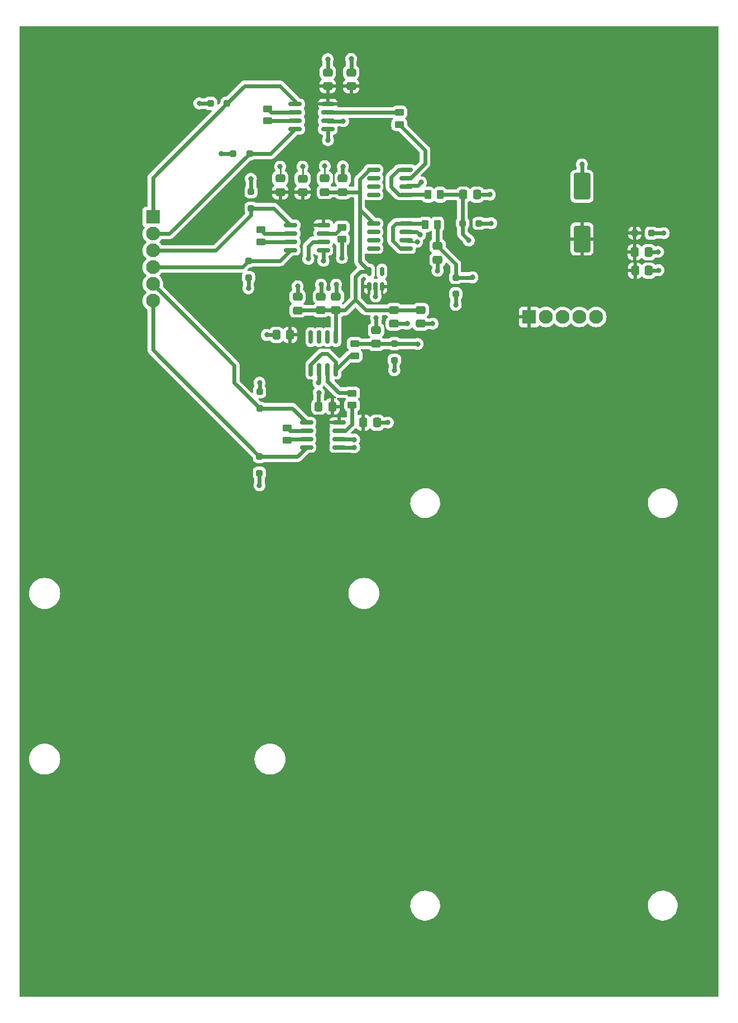
<source format=gbr>
%TF.GenerationSoftware,KiCad,Pcbnew,7.0.1*%
%TF.CreationDate,2023-04-25T16:28:10-04:00*%
%TF.ProjectId,UPenn_OpAmp,5550656e-6e5f-44f7-9041-6d702e6b6963,rev?*%
%TF.SameCoordinates,Original*%
%TF.FileFunction,Copper,L1,Top*%
%TF.FilePolarity,Positive*%
%FSLAX46Y46*%
G04 Gerber Fmt 4.6, Leading zero omitted, Abs format (unit mm)*
G04 Created by KiCad (PCBNEW 7.0.1) date 2023-04-25 16:28:10*
%MOMM*%
%LPD*%
G01*
G04 APERTURE LIST*
G04 Aperture macros list*
%AMRoundRect*
0 Rectangle with rounded corners*
0 $1 Rounding radius*
0 $2 $3 $4 $5 $6 $7 $8 $9 X,Y pos of 4 corners*
0 Add a 4 corners polygon primitive as box body*
4,1,4,$2,$3,$4,$5,$6,$7,$8,$9,$2,$3,0*
0 Add four circle primitives for the rounded corners*
1,1,$1+$1,$2,$3*
1,1,$1+$1,$4,$5*
1,1,$1+$1,$6,$7*
1,1,$1+$1,$8,$9*
0 Add four rect primitives between the rounded corners*
20,1,$1+$1,$2,$3,$4,$5,0*
20,1,$1+$1,$4,$5,$6,$7,0*
20,1,$1+$1,$6,$7,$8,$9,0*
20,1,$1+$1,$8,$9,$2,$3,0*%
G04 Aperture macros list end*
%TA.AperFunction,SMDPad,CuDef*%
%ADD10RoundRect,0.250000X-0.475000X0.337500X-0.475000X-0.337500X0.475000X-0.337500X0.475000X0.337500X0*%
%TD*%
%TA.AperFunction,SMDPad,CuDef*%
%ADD11RoundRect,0.250000X-0.450000X0.262500X-0.450000X-0.262500X0.450000X-0.262500X0.450000X0.262500X0*%
%TD*%
%TA.AperFunction,SMDPad,CuDef*%
%ADD12RoundRect,0.250000X0.475000X-0.337500X0.475000X0.337500X-0.475000X0.337500X-0.475000X-0.337500X0*%
%TD*%
%TA.AperFunction,SMDPad,CuDef*%
%ADD13RoundRect,0.250000X-0.250000X0.250000X-0.250000X-0.250000X0.250000X-0.250000X0.250000X0.250000X0*%
%TD*%
%TA.AperFunction,SMDPad,CuDef*%
%ADD14RoundRect,0.250000X-0.250000X-0.250000X0.250000X-0.250000X0.250000X0.250000X-0.250000X0.250000X0*%
%TD*%
%TA.AperFunction,SMDPad,CuDef*%
%ADD15RoundRect,0.250000X-0.337500X-0.475000X0.337500X-0.475000X0.337500X0.475000X-0.337500X0.475000X0*%
%TD*%
%TA.AperFunction,SMDPad,CuDef*%
%ADD16RoundRect,0.250000X0.250000X0.250000X-0.250000X0.250000X-0.250000X-0.250000X0.250000X-0.250000X0*%
%TD*%
%TA.AperFunction,ComponentPad*%
%ADD17R,2.100000X2.100000*%
%TD*%
%TA.AperFunction,ComponentPad*%
%ADD18C,2.100000*%
%TD*%
%TA.AperFunction,SMDPad,CuDef*%
%ADD19RoundRect,0.150000X-0.825000X-0.150000X0.825000X-0.150000X0.825000X0.150000X-0.825000X0.150000X0*%
%TD*%
%TA.AperFunction,SMDPad,CuDef*%
%ADD20RoundRect,0.250000X-0.262500X-0.450000X0.262500X-0.450000X0.262500X0.450000X-0.262500X0.450000X0*%
%TD*%
%TA.AperFunction,SMDPad,CuDef*%
%ADD21RoundRect,0.250000X0.450000X-0.262500X0.450000X0.262500X-0.450000X0.262500X-0.450000X-0.262500X0*%
%TD*%
%TA.AperFunction,SMDPad,CuDef*%
%ADD22RoundRect,0.150000X0.825000X0.150000X-0.825000X0.150000X-0.825000X-0.150000X0.825000X-0.150000X0*%
%TD*%
%TA.AperFunction,SMDPad,CuDef*%
%ADD23RoundRect,0.250000X1.000000X-1.750000X1.000000X1.750000X-1.000000X1.750000X-1.000000X-1.750000X0*%
%TD*%
%TA.AperFunction,SMDPad,CuDef*%
%ADD24RoundRect,0.250000X0.250000X-0.250000X0.250000X0.250000X-0.250000X0.250000X-0.250000X-0.250000X0*%
%TD*%
%TA.AperFunction,SMDPad,CuDef*%
%ADD25RoundRect,0.150000X0.150000X-0.825000X0.150000X0.825000X-0.150000X0.825000X-0.150000X-0.825000X0*%
%TD*%
%TA.AperFunction,SMDPad,CuDef*%
%ADD26RoundRect,0.150000X0.150000X-0.512500X0.150000X0.512500X-0.150000X0.512500X-0.150000X-0.512500X0*%
%TD*%
%TA.AperFunction,SMDPad,CuDef*%
%ADD27RoundRect,0.250000X0.337500X0.475000X-0.337500X0.475000X-0.337500X-0.475000X0.337500X-0.475000X0*%
%TD*%
%TA.AperFunction,ViaPad*%
%ADD28C,0.800000*%
%TD*%
%TA.AperFunction,Conductor*%
%ADD29C,0.600000*%
%TD*%
%TA.AperFunction,Conductor*%
%ADD30C,0.250000*%
%TD*%
%TA.AperFunction,Conductor*%
%ADD31C,0.200000*%
%TD*%
G04 APERTURE END LIST*
D10*
%TO.P,C6,1*%
%TO.N,GND*%
X98497000Y-68210500D03*
%TO.P,C6,2*%
%TO.N,/VADC*%
X98497000Y-70285500D03*
%TD*%
D11*
%TO.P,RG2,1*%
%TO.N,/RG2+*%
X90394000Y-39762500D03*
%TO.P,RG2,2*%
%TO.N,/RG2-*%
X90394000Y-41587500D03*
%TD*%
D12*
%TO.P,C7,1*%
%TO.N,/VADC*%
X100783000Y-70285500D03*
%TO.P,C7,2*%
%TO.N,GND*%
X100783000Y-68210500D03*
%TD*%
D13*
%TO.P,D8,1,A1*%
%TO.N,/Vout1*%
X118929000Y-65312500D03*
%TO.P,D8,2,A2*%
%TO.N,GND*%
X118929000Y-67812500D03*
%TD*%
D12*
%TO.P,C17,1*%
%TO.N,VCC*%
X103094000Y-36322500D03*
%TO.P,C17,2*%
%TO.N,GND*%
X103094000Y-34247500D03*
%TD*%
%TO.P,C4,1*%
%TO.N,/VADC*%
X94964000Y-70307500D03*
%TO.P,C4,2*%
%TO.N,GND*%
X94964000Y-68232500D03*
%TD*%
D14*
%TO.P,D10,1,A1*%
%TO.N,VCC*%
X146066000Y-58610000D03*
%TO.P,D10,2,A2*%
%TO.N,GND*%
X148566000Y-58610000D03*
%TD*%
D15*
%TO.P,C5,1*%
%TO.N,GND*%
X91746500Y-74007500D03*
%TO.P,C5,2*%
%TO.N,VCC*%
X93821500Y-74007500D03*
%TD*%
D16*
%TO.P,D6,1,A1*%
%TO.N,/Vin2-*%
X84269000Y-38943500D03*
%TO.P,D6,2,A2*%
%TO.N,GND*%
X81769000Y-38943500D03*
%TD*%
D12*
%TO.P,C1,1*%
%TO.N,/Vout0*%
X106849000Y-75382000D03*
%TO.P,C1,2*%
%TO.N,GND*%
X106849000Y-73307000D03*
%TD*%
D17*
%TO.P,J2,1,Pin_1*%
%TO.N,VCC*%
X130054000Y-71300000D03*
D18*
%TO.P,J2,2,Pin_2*%
%TO.N,GND*%
X132594000Y-71300000D03*
%TO.P,J2,3,Pin_3*%
%TO.N,/Vout0*%
X135134000Y-71300000D03*
%TO.P,J2,4,Pin_4*%
%TO.N,/Vout1*%
X137674000Y-71300000D03*
%TO.P,J2,5,Pin_5*%
%TO.N,/Vout2*%
X140214000Y-71300000D03*
%TD*%
D19*
%TO.P,U1,1,-*%
%TO.N,/Vin0-*%
X96306000Y-87275750D03*
%TO.P,U1,2,Rg*%
%TO.N,/RG0+*%
X96306000Y-88545750D03*
%TO.P,U1,3,Rg*%
%TO.N,/RG0-*%
X96306000Y-89815750D03*
%TO.P,U1,4,+*%
%TO.N,/Vin0+*%
X96306000Y-91085750D03*
%TO.P,U1,5,Vs-*%
%TO.N,GND*%
X101256000Y-91085750D03*
%TO.P,U1,6,Ref*%
X101256000Y-89815750D03*
%TO.P,U1,7*%
%TO.N,Net-(R1-Pad1)*%
X101256000Y-88545750D03*
%TO.P,U1,8,Vs+*%
%TO.N,VCC*%
X101256000Y-87275750D03*
%TD*%
D20*
%TO.P,R6,1*%
%TO.N,Net-(U7--)*%
X114739000Y-52772500D03*
%TO.P,R6,2*%
%TO.N,/Vout2*%
X116564000Y-52772500D03*
%TD*%
D11*
%TO.P,RG0,1*%
%TO.N,/RG0+*%
X93382000Y-88141250D03*
%TO.P,RG0,2*%
%TO.N,/RG0-*%
X93382000Y-89966250D03*
%TD*%
D21*
%TO.P,R1,1*%
%TO.N,Net-(R1-Pad1)*%
X103224000Y-84672500D03*
%TO.P,R1,2*%
%TO.N,Net-(U2-+)*%
X103224000Y-82847500D03*
%TD*%
D19*
%TO.P,U4,1,-*%
%TO.N,/Vin1-*%
X93919000Y-57372500D03*
%TO.P,U4,2,Rg*%
%TO.N,/RG1+*%
X93919000Y-58642500D03*
%TO.P,U4,3,Rg*%
%TO.N,/RG1-*%
X93919000Y-59912500D03*
%TO.P,U4,4,+*%
%TO.N,/Vin1+*%
X93919000Y-61182500D03*
%TO.P,U4,5,Vs-*%
%TO.N,GND*%
X98869000Y-61182500D03*
%TO.P,U4,6,Ref*%
X98869000Y-59912500D03*
%TO.P,U4,7*%
%TO.N,Net-(R3-Pad1)*%
X98869000Y-58642500D03*
%TO.P,U4,8,Vs+*%
%TO.N,VCC*%
X98869000Y-57372500D03*
%TD*%
D22*
%TO.P,U5,1*%
%TO.N,Net-(U5--)*%
X111419000Y-60939500D03*
%TO.P,U5,2,V-*%
%TO.N,GND*%
X111419000Y-59669500D03*
%TO.P,U5,3,+*%
%TO.N,Net-(U5-+)*%
X111419000Y-58399500D03*
%TO.P,U5,4,-*%
%TO.N,Net-(U5--)*%
X111419000Y-57129500D03*
%TO.P,U5,5,V+*%
%TO.N,/VADC*%
X106469000Y-57129500D03*
%TO.P,U5,6*%
%TO.N,N/C*%
X106469000Y-58399500D03*
%TO.P,U5,7*%
X106469000Y-59669500D03*
%TO.P,U5,8*%
X106469000Y-60939500D03*
%TD*%
D23*
%TO.P,C10,1*%
%TO.N,VCC*%
X138051000Y-59500000D03*
%TO.P,C10,2*%
%TO.N,GND*%
X138051000Y-51500000D03*
%TD*%
D15*
%TO.P,C2,1*%
%TO.N,VCC*%
X104919000Y-87304000D03*
%TO.P,C2,2*%
%TO.N,GND*%
X106994000Y-87304000D03*
%TD*%
%TO.P,C20,1*%
%TO.N,/Vout2*%
X120064000Y-52775500D03*
%TO.P,C20,2*%
%TO.N,GND*%
X122139000Y-52775500D03*
%TD*%
D11*
%TO.P,R3,1*%
%TO.N,Net-(R3-Pad1)*%
X101649000Y-57700000D03*
%TO.P,R3,2*%
%TO.N,Net-(U5-+)*%
X101649000Y-59525000D03*
%TD*%
D22*
%TO.P,U7,1*%
%TO.N,Net-(U7--)*%
X111419000Y-52798500D03*
%TO.P,U7,2,V-*%
%TO.N,GND*%
X111419000Y-51528500D03*
%TO.P,U7,3,+*%
%TO.N,Net-(U7-+)*%
X111419000Y-50258500D03*
%TO.P,U7,4,-*%
%TO.N,Net-(U7--)*%
X111419000Y-48988500D03*
%TO.P,U7,5,V+*%
%TO.N,/VADC*%
X106469000Y-48988500D03*
%TO.P,U7,6*%
%TO.N,N/C*%
X106469000Y-50258500D03*
%TO.P,U7,7*%
X106469000Y-51528500D03*
%TO.P,U7,8*%
X106469000Y-52798500D03*
%TD*%
D24*
%TO.P,D4,1,A1*%
%TO.N,/Vin1-*%
X87904000Y-54817500D03*
%TO.P,D4,2,A2*%
%TO.N,GND*%
X87904000Y-52317500D03*
%TD*%
D15*
%TO.P,C8,1*%
%TO.N,VCC*%
X146069500Y-61475000D03*
%TO.P,C8,2*%
%TO.N,GND*%
X148144500Y-61475000D03*
%TD*%
D10*
%TO.P,C13,1*%
%TO.N,/VADC*%
X113627750Y-70252500D03*
%TO.P,C13,2*%
%TO.N,GND*%
X113627750Y-72327500D03*
%TD*%
D12*
%TO.P,C16,1*%
%TO.N,VCC*%
X99524000Y-36317500D03*
%TO.P,C16,2*%
%TO.N,GND*%
X99524000Y-34242500D03*
%TD*%
D21*
%TO.P,R2,1*%
%TO.N,Net-(U2--)*%
X103614000Y-77192500D03*
%TO.P,R2,2*%
%TO.N,/Vout0*%
X103614000Y-75367500D03*
%TD*%
D25*
%TO.P,U2,1*%
%TO.N,Net-(U2--)*%
X96974000Y-79297500D03*
%TO.P,U2,2,V-*%
%TO.N,GND*%
X98244000Y-79297500D03*
%TO.P,U2,3,+*%
%TO.N,Net-(U2-+)*%
X99514000Y-79297500D03*
%TO.P,U2,4,-*%
%TO.N,Net-(U2--)*%
X100784000Y-79297500D03*
%TO.P,U2,5,V+*%
%TO.N,/VADC*%
X100784000Y-74347500D03*
%TO.P,U2,6*%
%TO.N,N/C*%
X99514000Y-74347500D03*
%TO.P,U2,7*%
X98244000Y-74347500D03*
%TO.P,U2,8*%
X96974000Y-74347500D03*
%TD*%
D11*
%TO.P,R5,1*%
%TO.N,Net-(R5-Pad1)*%
X110369000Y-40297500D03*
%TO.P,R5,2*%
%TO.N,Net-(U7-+)*%
X110369000Y-42122500D03*
%TD*%
D13*
%TO.P,D9,1,A1*%
%TO.N,/Vout0*%
X109624000Y-75347500D03*
%TO.P,D9,2,A2*%
%TO.N,GND*%
X109624000Y-77847500D03*
%TD*%
D10*
%TO.P,C14,1*%
%TO.N,/VADC*%
X109547750Y-70250000D03*
%TO.P,C14,2*%
%TO.N,GND*%
X109547750Y-72325000D03*
%TD*%
D17*
%TO.P,J1,1,Pin_1*%
%TO.N,/Vin2-*%
X73024000Y-56147500D03*
D18*
%TO.P,J1,2,Pin_2*%
%TO.N,/Vin2+*%
X73024000Y-58687500D03*
%TO.P,J1,3,Pin_3*%
%TO.N,/Vin1-*%
X73024000Y-61227500D03*
%TO.P,J1,4,Pin_4*%
%TO.N,/Vin1+*%
X73024000Y-63767500D03*
%TO.P,J1,5,Pin_5*%
%TO.N,/Vin0-*%
X73024000Y-66307500D03*
%TO.P,J1,6,Pin_6*%
%TO.N,/Vin0+*%
X73024000Y-68847500D03*
%TD*%
D20*
%TO.P,R4,1*%
%TO.N,Net-(U5--)*%
X114319000Y-57284500D03*
%TO.P,R4,2*%
%TO.N,/Vout1*%
X116144000Y-57284500D03*
%TD*%
D19*
%TO.P,U6,1,-*%
%TO.N,/Vin2-*%
X94584000Y-39037500D03*
%TO.P,U6,2,Rg*%
%TO.N,/RG2+*%
X94584000Y-40307500D03*
%TO.P,U6,3,Rg*%
%TO.N,/RG2-*%
X94584000Y-41577500D03*
%TO.P,U6,4,+*%
%TO.N,/Vin2+*%
X94584000Y-42847500D03*
%TO.P,U6,5,Vs-*%
%TO.N,GND*%
X99534000Y-42847500D03*
%TO.P,U6,6,Ref*%
X99534000Y-41577500D03*
%TO.P,U6,7*%
%TO.N,Net-(R5-Pad1)*%
X99534000Y-40307500D03*
%TO.P,U6,8,Vs+*%
%TO.N,VCC*%
X99534000Y-39037500D03*
%TD*%
D13*
%TO.P,D3,1,A1*%
%TO.N,/Vin1+*%
X87514000Y-62817500D03*
%TO.P,D3,2,A2*%
%TO.N,GND*%
X87514000Y-65317500D03*
%TD*%
D12*
%TO.P,C19,1*%
%TO.N,/VADC*%
X101796500Y-52370000D03*
%TO.P,C19,2*%
%TO.N,GND*%
X101796500Y-50295000D03*
%TD*%
D26*
%TO.P,U3,1,VIN*%
%TO.N,VCC*%
X105834000Y-66672500D03*
%TO.P,U3,2,GND*%
%TO.N,GND*%
X106784000Y-66672500D03*
%TO.P,U3,3,EN*%
%TO.N,VCC*%
X107734000Y-66672500D03*
%TO.P,U3,4,SENSE/ADJ*%
%TO.N,unconnected-(U3-SENSE{slash}ADJ-Pad4)*%
X107734000Y-64397500D03*
%TO.P,U3,5,VOUT*%
%TO.N,/VADC*%
X105834000Y-64397500D03*
%TD*%
D16*
%TO.P,D5,1,A1*%
%TO.N,/Vin2+*%
X87669000Y-46574500D03*
%TO.P,D5,2,A2*%
%TO.N,GND*%
X85169000Y-46574500D03*
%TD*%
D13*
%TO.P,D1,1,A1*%
%TO.N,/Vin0+*%
X89184000Y-92467500D03*
%TO.P,D1,2,A2*%
%TO.N,GND*%
X89184000Y-94967500D03*
%TD*%
D15*
%TO.P,C9,1*%
%TO.N,VCC*%
X146100000Y-64268800D03*
%TO.P,C9,2*%
%TO.N,GND*%
X148175000Y-64268800D03*
%TD*%
D27*
%TO.P,C3,1*%
%TO.N,VCC*%
X100219000Y-84895000D03*
%TO.P,C3,2*%
%TO.N,GND*%
X98144000Y-84895000D03*
%TD*%
D12*
%TO.P,C12,1*%
%TO.N,VCC*%
X95729000Y-52400000D03*
%TO.P,C12,2*%
%TO.N,GND*%
X95729000Y-50325000D03*
%TD*%
%TO.P,C18,1*%
%TO.N,/VADC*%
X99079000Y-52362500D03*
%TO.P,C18,2*%
%TO.N,GND*%
X99079000Y-50287500D03*
%TD*%
D10*
%TO.P,C15,1*%
%TO.N,/Vout1*%
X116169000Y-60542500D03*
%TO.P,C15,2*%
%TO.N,GND*%
X116169000Y-62617500D03*
%TD*%
D24*
%TO.P,D2,1,A1*%
%TO.N,/Vin0-*%
X89189000Y-85127500D03*
%TO.P,D2,2,A2*%
%TO.N,GND*%
X89189000Y-82627500D03*
%TD*%
D11*
%TO.P,RG1,1*%
%TO.N,/RG1+*%
X89364000Y-58102500D03*
%TO.P,RG1,2*%
%TO.N,/RG1-*%
X89364000Y-59927500D03*
%TD*%
D14*
%TO.P,D7,1,A1*%
%TO.N,/Vout2*%
X119949000Y-57102500D03*
%TO.P,D7,2,A2*%
%TO.N,GND*%
X122449000Y-57102500D03*
%TD*%
D12*
%TO.P,C11,1*%
%TO.N,VCC*%
X92329000Y-52380000D03*
%TO.P,C11,2*%
%TO.N,GND*%
X92329000Y-50305000D03*
%TD*%
D28*
%TO.N,GND*%
X99079000Y-48442500D03*
X94964000Y-66654000D03*
X100797000Y-66386500D03*
X115429000Y-72312500D03*
X98164000Y-82759000D03*
X111559000Y-72322500D03*
X99559000Y-44512500D03*
X118929000Y-69472500D03*
X87864000Y-50357500D03*
X83419000Y-46572500D03*
X113082000Y-59900000D03*
X108627000Y-87304000D03*
X150443500Y-58600000D03*
X149599500Y-61439800D03*
X98874000Y-62797500D03*
X109619000Y-79379000D03*
X90291500Y-74025100D03*
X99529000Y-32252500D03*
X101859000Y-41612500D03*
X95709000Y-48522500D03*
X89184000Y-96834500D03*
X80069000Y-38942500D03*
X124289000Y-57102500D03*
X96581000Y-62500000D03*
X113672000Y-50900000D03*
X106794000Y-68200000D03*
X103524000Y-91067500D03*
X103089000Y-32202500D03*
X124079000Y-52762500D03*
X101809000Y-48492500D03*
X92319000Y-48522500D03*
X87514000Y-66957500D03*
X106851000Y-71438000D03*
X103524000Y-89867500D03*
X89189000Y-81254500D03*
X149650000Y-64216000D03*
X116169000Y-64302500D03*
X98124000Y-81267500D03*
X138051000Y-48179000D03*
X98505000Y-66379500D03*
%TO.N,Net-(U5-+)*%
X101679000Y-62372500D03*
X113519000Y-58832500D03*
%TO.N,/Vout0*%
X113155000Y-75400000D03*
%TO.N,/Vout1*%
X121462000Y-65300000D03*
%TO.N,/Vout2*%
X120914000Y-59700000D03*
%TD*%
D29*
%TO.N,Net-(R1-Pad1)*%
X102175250Y-88545750D02*
X101256000Y-88545750D01*
X103219000Y-84609500D02*
X103219000Y-87583000D01*
X103219000Y-87583000D02*
X103138000Y-87583000D01*
X103138000Y-87583000D02*
X102175250Y-88545750D01*
%TO.N,Net-(U2-+)*%
X99514000Y-81057500D02*
X101241000Y-82784500D01*
X101241000Y-82784500D02*
X103219000Y-82784500D01*
X99514000Y-79297500D02*
X99514000Y-81057500D01*
%TO.N,Net-(U2--)*%
X103614000Y-77192500D02*
X102889000Y-77192500D01*
X99484000Y-76877500D02*
X98594000Y-76877500D01*
X96974000Y-78497500D02*
X96974000Y-79297500D01*
X100784000Y-78177500D02*
X99484000Y-76877500D01*
X100784000Y-79297500D02*
X100784000Y-78177500D01*
X102889000Y-77192500D02*
X100784000Y-79297500D01*
X98594000Y-76877500D02*
X96974000Y-78497500D01*
D30*
%TO.N,GND*%
X109550250Y-72322500D02*
X109547750Y-72325000D01*
X98144000Y-82779000D02*
X98164000Y-82759000D01*
X95729000Y-48542500D02*
X95709000Y-48522500D01*
D29*
X100797000Y-66386500D02*
X100797000Y-68196500D01*
X103089000Y-32202500D02*
X103089000Y-34242500D01*
X101257841Y-89813909D02*
X103089539Y-89813909D01*
X115419000Y-72322500D02*
X113632750Y-72322500D01*
D30*
X99529000Y-34237500D02*
X99524000Y-34242500D01*
D29*
X103505750Y-91085750D02*
X103524000Y-91067500D01*
D30*
X103089000Y-34242500D02*
X103094000Y-34247500D01*
X111649500Y-59900000D02*
X111419000Y-59669500D01*
X99079000Y-50287500D02*
X99079000Y-48442500D01*
D29*
X98505000Y-66379500D02*
X98505000Y-68202500D01*
X113172000Y-51400000D02*
X111547500Y-51400000D01*
X89184000Y-95126500D02*
X89184000Y-96829500D01*
X103089539Y-89813909D02*
X103470409Y-89813909D01*
X148144500Y-61475000D02*
X149564300Y-61475000D01*
D30*
X115429000Y-72312500D02*
X115419000Y-72322500D01*
X80070000Y-38943500D02*
X80069000Y-38942500D01*
D29*
X106794000Y-68200000D02*
X106794000Y-66682500D01*
X101859000Y-41612500D02*
X99569000Y-41612500D01*
D30*
X98505000Y-68202500D02*
X98497000Y-68210500D01*
D29*
X106849000Y-73307000D02*
X106849000Y-71440000D01*
D30*
X89181500Y-96829500D02*
X89186500Y-96834500D01*
X100797000Y-68196500D02*
X100783000Y-68210500D01*
X113082000Y-59900000D02*
X111649500Y-59900000D01*
X101256000Y-89815750D02*
X101257841Y-89813909D01*
X92329000Y-48532500D02*
X92319000Y-48522500D01*
D29*
X108627000Y-87304000D02*
X106994000Y-87304000D01*
X148175000Y-64268800D02*
X149597200Y-64268800D01*
D30*
X95729000Y-50325000D02*
X95729000Y-48542500D01*
D29*
X138051000Y-48179000D02*
X138051000Y-51500000D01*
X116169000Y-64302500D02*
X116169000Y-62617500D01*
X96581000Y-60579000D02*
X97247500Y-59912500D01*
X101256000Y-91085750D02*
X103505750Y-91085750D01*
X99569000Y-41612500D02*
X99534000Y-41577500D01*
X98244000Y-81147500D02*
X98124000Y-81267500D01*
X111559000Y-72322500D02*
X109550250Y-72322500D01*
X98869000Y-61182500D02*
X98869000Y-62792500D01*
X98144000Y-84895000D02*
X98144000Y-82779000D01*
X118929000Y-67812500D02*
X118929000Y-69472500D01*
D30*
X98869000Y-62792500D02*
X98874000Y-62797500D01*
D29*
X99559000Y-44512500D02*
X99559000Y-42872500D01*
D30*
X83421000Y-46574500D02*
X83419000Y-46572500D01*
D29*
X109619000Y-79379000D02*
X109619000Y-77857000D01*
X124079000Y-52762500D02*
X122152000Y-52762500D01*
X87904000Y-52317500D02*
X87904000Y-50397500D01*
D30*
X148576000Y-58600000D02*
X148566000Y-58610000D01*
X101796500Y-48505000D02*
X101809000Y-48492500D01*
D29*
X97247500Y-59912500D02*
X98869000Y-59912500D01*
D30*
X113632750Y-72322500D02*
X113627750Y-72327500D01*
X92329000Y-50305000D02*
X92329000Y-48532500D01*
D29*
X103470409Y-89813909D02*
X103524000Y-89867500D01*
X99529000Y-32252500D02*
X99529000Y-34237500D01*
D30*
X122152000Y-52762500D02*
X122139000Y-52775500D01*
D29*
X113672000Y-50900000D02*
X113172000Y-51400000D01*
X81769000Y-38943500D02*
X80070000Y-38943500D01*
X89189000Y-81254500D02*
X89189000Y-82630500D01*
X91746500Y-74007500D02*
X90309100Y-74007500D01*
X96581000Y-62500000D02*
X96581000Y-60579000D01*
X85169000Y-46574500D02*
X83421000Y-46574500D01*
X98244000Y-79297500D02*
X98244000Y-81147500D01*
X150443500Y-58600000D02*
X148576000Y-58600000D01*
X124289000Y-57102500D02*
X122449000Y-57102500D01*
X87514000Y-66957500D02*
X87514000Y-65317500D01*
X94964000Y-66654000D02*
X94964000Y-68232500D01*
X111547500Y-51400000D02*
X111419000Y-51528500D01*
X101796500Y-50295000D02*
X101796500Y-48505000D01*
%TO.N,/VADC*%
X102109000Y-70285500D02*
X100783000Y-70285500D01*
X98497000Y-70285500D02*
X94986000Y-70285500D01*
X113627750Y-70252500D02*
X109550250Y-70252500D01*
X104359000Y-62912500D02*
X105834000Y-64387500D01*
X100783000Y-74346500D02*
X100784000Y-74347500D01*
X101796500Y-52370000D02*
X104331500Y-52370000D01*
X103719000Y-68675500D02*
X102109000Y-70285500D01*
X104331500Y-52370000D02*
X104359000Y-52342500D01*
X101796500Y-52370000D02*
X99086500Y-52370000D01*
X109547750Y-70250000D02*
X105293500Y-70250000D01*
X98497000Y-70285500D02*
X100783000Y-70285500D01*
X104359000Y-54922500D02*
X104359000Y-62912500D01*
X103719000Y-65199000D02*
X104520500Y-64397500D01*
D30*
X109550250Y-70252500D02*
X109547750Y-70250000D01*
X105834000Y-64397500D02*
X105834000Y-64387500D01*
D29*
X100783000Y-70285500D02*
X100783000Y-74346500D01*
X103719000Y-68675500D02*
X103719000Y-65199000D01*
X106469000Y-48988500D02*
X105844761Y-48988500D01*
X105844761Y-48988500D02*
X104359000Y-50474261D01*
X105293500Y-70250000D02*
X103719000Y-68675500D01*
X104359000Y-50474261D02*
X104359000Y-52342500D01*
X104520500Y-64397500D02*
X105834000Y-64397500D01*
D30*
X99086500Y-52370000D02*
X99079000Y-52362500D01*
D29*
X104359000Y-52342500D02*
X104359000Y-54922500D01*
X104359000Y-55019500D02*
X106469000Y-57129500D01*
X104359000Y-54922500D02*
X104359000Y-55019500D01*
X94986000Y-70285500D02*
X94964000Y-70307500D01*
D30*
%TO.N,VCC*%
X107762000Y-66700500D02*
X107734000Y-66672500D01*
X107749000Y-66687500D02*
X107734000Y-66672500D01*
D29*
%TO.N,Net-(R3-Pad1)*%
X100706500Y-58642500D02*
X101649000Y-57700000D01*
X98869000Y-58642500D02*
X100706500Y-58642500D01*
D30*
%TO.N,Net-(U5-+)*%
X101649000Y-62342500D02*
X101679000Y-62372500D01*
D29*
X113459000Y-58822500D02*
X113036000Y-58399500D01*
X113036000Y-58399500D02*
X111419000Y-58399500D01*
X101649000Y-59525000D02*
X101649000Y-62342500D01*
%TO.N,Net-(U5--)*%
X111419000Y-57129500D02*
X114164000Y-57129500D01*
X110574000Y-60939500D02*
X111494000Y-60939500D01*
X114164000Y-57129500D02*
X114319000Y-57284500D01*
X111494000Y-57129500D02*
X109894000Y-57129500D01*
X109894000Y-57129500D02*
X109374000Y-57649500D01*
X109374000Y-57649500D02*
X109374000Y-59739500D01*
X109374000Y-59739500D02*
X110574000Y-60939500D01*
D30*
%TO.N,Net-(R5-Pad1)*%
X99544000Y-40297500D02*
X99534000Y-40307500D01*
D29*
X110369000Y-40297500D02*
X99544000Y-40297500D01*
%TO.N,Net-(U7-+)*%
X112043239Y-50258500D02*
X111419000Y-50258500D01*
X114259000Y-46012500D02*
X114259000Y-48042739D01*
X114259000Y-46012500D02*
X110369000Y-42122500D01*
X114259000Y-48042739D02*
X112043239Y-50258500D01*
%TO.N,Net-(U7--)*%
X111030249Y-49000500D02*
X110219000Y-49000500D01*
X109119000Y-50100500D02*
X109119000Y-51571500D01*
D30*
X111419000Y-48988500D02*
X111042249Y-48988500D01*
D29*
X109119000Y-51571500D02*
X110346000Y-52798500D01*
X110219000Y-49000500D02*
X109119000Y-50100500D01*
X110346000Y-52798500D02*
X111419000Y-52798500D01*
X111445000Y-52772500D02*
X111419000Y-52798500D01*
X114739000Y-52772500D02*
X111445000Y-52772500D01*
D30*
X111042249Y-48988500D02*
X111030249Y-49000500D01*
D29*
%TO.N,/Vin0-*%
X94157750Y-85127500D02*
X89189000Y-85127500D01*
X96306000Y-87275750D02*
X94157750Y-85127500D01*
X85369000Y-78652500D02*
X73024000Y-66307500D01*
X89189000Y-85102500D02*
X85369000Y-81282500D01*
X85369000Y-81282500D02*
X85369000Y-78652500D01*
X89189000Y-85127500D02*
X89189000Y-85102500D01*
%TO.N,/Vin0+*%
X94924250Y-92467500D02*
X89184000Y-92467500D01*
X96306000Y-91085750D02*
X94924250Y-92467500D01*
X89184000Y-92467500D02*
X73024000Y-76307500D01*
X73024000Y-76307500D02*
X73024000Y-68847500D01*
%TO.N,/Vin1+*%
X92284000Y-62817500D02*
X93919000Y-61182500D01*
X87514000Y-62817500D02*
X92284000Y-62817500D01*
X86564000Y-63767500D02*
X73024000Y-63767500D01*
X87514000Y-62817500D02*
X86564000Y-63767500D01*
%TO.N,/Vin1-*%
X87904000Y-55907500D02*
X87904000Y-54817500D01*
X93919000Y-57372500D02*
X91364000Y-54817500D01*
X73024000Y-61227500D02*
X82584000Y-61227500D01*
X82584000Y-61227500D02*
X87904000Y-55907500D01*
X91364000Y-54817500D02*
X87904000Y-54817500D01*
%TO.N,/Vin2+*%
X87669000Y-46574500D02*
X75556000Y-58687500D01*
X90857000Y-46574500D02*
X87669000Y-46574500D01*
X94584000Y-42847500D02*
X90857000Y-46574500D01*
X75556000Y-58687500D02*
X73024000Y-58687500D01*
%TO.N,/Vin2-*%
X92309000Y-36282500D02*
X94584000Y-38557500D01*
X73024000Y-50188500D02*
X73024000Y-56147500D01*
X84269000Y-38943500D02*
X73024000Y-50188500D01*
D31*
X94584000Y-38557500D02*
X94584000Y-39037500D01*
D29*
X86930000Y-36282500D02*
X92309000Y-36282500D01*
X84269000Y-38943500D02*
X86930000Y-36282500D01*
%TO.N,/RG0+*%
X93786500Y-88545750D02*
X93382000Y-88141250D01*
X96306000Y-88545750D02*
X93786500Y-88545750D01*
%TO.N,/RG0-*%
X93532500Y-89815750D02*
X96306000Y-89815750D01*
D31*
X93382000Y-89966250D02*
X93532500Y-89815750D01*
D29*
%TO.N,/RG1+*%
X93919000Y-58642500D02*
X89904000Y-58642500D01*
X89904000Y-58642500D02*
X89364000Y-58102500D01*
%TO.N,/RG1-*%
X93919000Y-59912500D02*
X89379000Y-59912500D01*
D31*
X89379000Y-59912500D02*
X89364000Y-59927500D01*
D29*
%TO.N,/RG2+*%
X90939000Y-40307500D02*
X94584000Y-40307500D01*
X90394000Y-39762500D02*
X90939000Y-40307500D01*
D31*
%TO.N,/RG2-*%
X94574000Y-41587500D02*
X94584000Y-41577500D01*
D29*
X90394000Y-41587500D02*
X94574000Y-41587500D01*
%TO.N,/Vout0*%
X109619000Y-75357000D02*
X106874000Y-75357000D01*
X106863500Y-75367500D02*
X106874000Y-75357000D01*
D30*
X106874000Y-75357000D02*
X106849000Y-75382000D01*
D29*
X103614000Y-75367500D02*
X106863500Y-75367500D01*
X109624000Y-75347500D02*
X113102500Y-75347500D01*
%TO.N,/Vout1*%
X118929000Y-63302500D02*
X118929000Y-65312500D01*
X116144000Y-60517500D02*
X118929000Y-63302500D01*
X116144000Y-57284500D02*
X116144000Y-60517500D01*
X118929000Y-65312500D02*
X121449500Y-65312500D01*
D30*
X116144000Y-60517500D02*
X116169000Y-60542500D01*
D29*
X121449500Y-65312500D02*
X121462000Y-65300000D01*
%TO.N,/Vout2*%
X119949000Y-57102500D02*
X119949000Y-58735000D01*
X119949000Y-57102500D02*
X119949000Y-52890500D01*
X120064000Y-52775500D02*
X116567000Y-52775500D01*
D30*
X116567000Y-52775500D02*
X116564000Y-52772500D01*
D29*
X119949000Y-58735000D02*
X120914000Y-59700000D01*
%TD*%
%TA.AperFunction,Conductor*%
%TO.N,VCC*%
G36*
X158672100Y-27242513D02*
G01*
X158717487Y-27287900D01*
X158734100Y-27349900D01*
X158734100Y-174180100D01*
X158717487Y-174242100D01*
X158672100Y-174287487D01*
X158610100Y-174304100D01*
X52947900Y-174304100D01*
X52885900Y-174287487D01*
X52840513Y-174242100D01*
X52823900Y-174180100D01*
X52823900Y-160585372D01*
X112045723Y-160585372D01*
X112075881Y-160885160D01*
X112145731Y-161178262D01*
X112254021Y-161459432D01*
X112327750Y-161593970D01*
X112398825Y-161723665D01*
X112577554Y-161966238D01*
X112787020Y-162182824D01*
X113023485Y-162369558D01*
X113282730Y-162523109D01*
X113560128Y-162640736D01*
X113560129Y-162640736D01*
X113560131Y-162640737D01*
X113624179Y-162658281D01*
X113850729Y-162720340D01*
X114149347Y-162760500D01*
X114375244Y-162760500D01*
X114375246Y-162760500D01*
X114600635Y-162745412D01*
X114723994Y-162720338D01*
X114895903Y-162685396D01*
X115180537Y-162586560D01*
X115449459Y-162450668D01*
X115697869Y-162280144D01*
X115921333Y-162078032D01*
X116115865Y-161847939D01*
X116277993Y-161593970D01*
X116404823Y-161320658D01*
X116494093Y-161032879D01*
X116544209Y-160735770D01*
X116549237Y-160585372D01*
X148045723Y-160585372D01*
X148075881Y-160885160D01*
X148145731Y-161178262D01*
X148254021Y-161459432D01*
X148327750Y-161593970D01*
X148398825Y-161723665D01*
X148577554Y-161966238D01*
X148787020Y-162182824D01*
X149023485Y-162369558D01*
X149282730Y-162523109D01*
X149560128Y-162640736D01*
X149560129Y-162640736D01*
X149560131Y-162640737D01*
X149624179Y-162658281D01*
X149850729Y-162720340D01*
X150149347Y-162760500D01*
X150375244Y-162760500D01*
X150375246Y-162760500D01*
X150600635Y-162745412D01*
X150723994Y-162720338D01*
X150895903Y-162685396D01*
X151180537Y-162586560D01*
X151449459Y-162450668D01*
X151697869Y-162280144D01*
X151921333Y-162078032D01*
X152115865Y-161847939D01*
X152277993Y-161593970D01*
X152404823Y-161320658D01*
X152494093Y-161032879D01*
X152544209Y-160735770D01*
X152554277Y-160434631D01*
X152524118Y-160134838D01*
X152454269Y-159841739D01*
X152399425Y-159699339D01*
X152345978Y-159560567D01*
X152201175Y-159296335D01*
X152022445Y-159053761D01*
X151812979Y-158837175D01*
X151576514Y-158650441D01*
X151439568Y-158569328D01*
X151317270Y-158496891D01*
X151135671Y-158419886D01*
X151039868Y-158379262D01*
X150749275Y-158299661D01*
X150749274Y-158299660D01*
X150749271Y-158299660D01*
X150450653Y-158259500D01*
X150224756Y-158259500D01*
X150224754Y-158259500D01*
X149999364Y-158274587D01*
X149704098Y-158334603D01*
X149419459Y-158433441D01*
X149150546Y-158569328D01*
X148902127Y-158739858D01*
X148678668Y-158941966D01*
X148484135Y-159172061D01*
X148322005Y-159426032D01*
X148195178Y-159699339D01*
X148105907Y-159987120D01*
X148055791Y-160284230D01*
X148045723Y-160585372D01*
X116549237Y-160585372D01*
X116554277Y-160434631D01*
X116524118Y-160134838D01*
X116454269Y-159841739D01*
X116399425Y-159699339D01*
X116345978Y-159560567D01*
X116201175Y-159296335D01*
X116022445Y-159053761D01*
X115812979Y-158837175D01*
X115576514Y-158650441D01*
X115439568Y-158569328D01*
X115317270Y-158496891D01*
X115135671Y-158419886D01*
X115039868Y-158379262D01*
X114749275Y-158299661D01*
X114749274Y-158299660D01*
X114749271Y-158299660D01*
X114450653Y-158259500D01*
X114224756Y-158259500D01*
X114224754Y-158259500D01*
X113999364Y-158274587D01*
X113704098Y-158334603D01*
X113419459Y-158433441D01*
X113150546Y-158569328D01*
X112902127Y-158739858D01*
X112678668Y-158941966D01*
X112484135Y-159172061D01*
X112322005Y-159426032D01*
X112195178Y-159699339D01*
X112105907Y-159987120D01*
X112055791Y-160284230D01*
X112045723Y-160585372D01*
X52823900Y-160585372D01*
X52823900Y-138309999D01*
X54262457Y-138309999D01*
X54282609Y-138617466D01*
X54342719Y-138919659D01*
X54441760Y-139211424D01*
X54578039Y-139487770D01*
X54578040Y-139487772D01*
X54749222Y-139743964D01*
X54952380Y-139975620D01*
X55184036Y-140178778D01*
X55440229Y-140349960D01*
X55716575Y-140486239D01*
X56008340Y-140585280D01*
X56310533Y-140645390D01*
X56310535Y-140645390D01*
X56310540Y-140645391D01*
X56541059Y-140660500D01*
X56694933Y-140660500D01*
X56694941Y-140660500D01*
X56925460Y-140645391D01*
X56925464Y-140645390D01*
X56925466Y-140645390D01*
X57227659Y-140585280D01*
X57519424Y-140486239D01*
X57519423Y-140486239D01*
X57519427Y-140486238D01*
X57795771Y-140349960D01*
X58051964Y-140178778D01*
X58283620Y-139975620D01*
X58486778Y-139743964D01*
X58657960Y-139487772D01*
X58794238Y-139211427D01*
X58893280Y-138919659D01*
X58953391Y-138617460D01*
X58973543Y-138310000D01*
X88422457Y-138310000D01*
X88442609Y-138617466D01*
X88502719Y-138919659D01*
X88601760Y-139211424D01*
X88738039Y-139487770D01*
X88738040Y-139487772D01*
X88909222Y-139743964D01*
X89112380Y-139975620D01*
X89344036Y-140178778D01*
X89600229Y-140349960D01*
X89876575Y-140486239D01*
X90168340Y-140585280D01*
X90470533Y-140645390D01*
X90470535Y-140645390D01*
X90470540Y-140645391D01*
X90701059Y-140660500D01*
X90854933Y-140660500D01*
X90854941Y-140660500D01*
X91085460Y-140645391D01*
X91085464Y-140645390D01*
X91085466Y-140645390D01*
X91387659Y-140585280D01*
X91679424Y-140486239D01*
X91679423Y-140486239D01*
X91679427Y-140486238D01*
X91955771Y-140349960D01*
X92211964Y-140178778D01*
X92443620Y-139975620D01*
X92646778Y-139743964D01*
X92817960Y-139487772D01*
X92954238Y-139211427D01*
X93053280Y-138919659D01*
X93113391Y-138617460D01*
X93133543Y-138310000D01*
X93113391Y-138002540D01*
X93053280Y-137700341D01*
X92954238Y-137408574D01*
X92817960Y-137132229D01*
X92646778Y-136876036D01*
X92646777Y-136876035D01*
X92443620Y-136644380D01*
X92211964Y-136441222D01*
X91955771Y-136270040D01*
X91955772Y-136270040D01*
X91955770Y-136270039D01*
X91679424Y-136133760D01*
X91387659Y-136034719D01*
X91085466Y-135974609D01*
X90986666Y-135968133D01*
X90854941Y-135959500D01*
X90701059Y-135959500D01*
X90578115Y-135967558D01*
X90470533Y-135974609D01*
X90168340Y-136034719D01*
X89876575Y-136133760D01*
X89600229Y-136270039D01*
X89344036Y-136441221D01*
X89112380Y-136644380D01*
X88909221Y-136876035D01*
X88738039Y-137132228D01*
X88601760Y-137408574D01*
X88502719Y-137700340D01*
X88442609Y-138002533D01*
X88422457Y-138310000D01*
X58973543Y-138310000D01*
X58953391Y-138002540D01*
X58893280Y-137700341D01*
X58794238Y-137408574D01*
X58657960Y-137132229D01*
X58486778Y-136876036D01*
X58486777Y-136876035D01*
X58283620Y-136644380D01*
X58051964Y-136441222D01*
X57795771Y-136270040D01*
X57795772Y-136270040D01*
X57795770Y-136270039D01*
X57519424Y-136133760D01*
X57227659Y-136034719D01*
X56925466Y-135974609D01*
X56826666Y-135968133D01*
X56694941Y-135959500D01*
X56541059Y-135959500D01*
X56418115Y-135967558D01*
X56310533Y-135974609D01*
X56008340Y-136034719D01*
X55716575Y-136133760D01*
X55440229Y-136270039D01*
X55184036Y-136441221D01*
X54952380Y-136644380D01*
X54749221Y-136876035D01*
X54578039Y-137132228D01*
X54441760Y-137408574D01*
X54342719Y-137700340D01*
X54282609Y-138002533D01*
X54262457Y-138309999D01*
X52823900Y-138309999D01*
X52823900Y-113199999D01*
X54262457Y-113199999D01*
X54282609Y-113507466D01*
X54342719Y-113809659D01*
X54441760Y-114101424D01*
X54578039Y-114377770D01*
X54578040Y-114377772D01*
X54749222Y-114633964D01*
X54952380Y-114865620D01*
X55184036Y-115068778D01*
X55440229Y-115239960D01*
X55716575Y-115376239D01*
X56008340Y-115475280D01*
X56310533Y-115535390D01*
X56310535Y-115535390D01*
X56310540Y-115535391D01*
X56541059Y-115550500D01*
X56694933Y-115550500D01*
X56694941Y-115550500D01*
X56925460Y-115535391D01*
X56925464Y-115535390D01*
X56925466Y-115535390D01*
X57227659Y-115475280D01*
X57519424Y-115376239D01*
X57519423Y-115376239D01*
X57519427Y-115376238D01*
X57795771Y-115239960D01*
X58051964Y-115068778D01*
X58283620Y-114865620D01*
X58486778Y-114633964D01*
X58657960Y-114377772D01*
X58794238Y-114101427D01*
X58893280Y-113809659D01*
X58953391Y-113507460D01*
X58973543Y-113200000D01*
X102652457Y-113200000D01*
X102672609Y-113507466D01*
X102732719Y-113809659D01*
X102831760Y-114101424D01*
X102968039Y-114377770D01*
X102968040Y-114377772D01*
X103139222Y-114633964D01*
X103342380Y-114865620D01*
X103574036Y-115068778D01*
X103830229Y-115239960D01*
X104106575Y-115376239D01*
X104398340Y-115475280D01*
X104700533Y-115535390D01*
X104700535Y-115535390D01*
X104700540Y-115535391D01*
X104931059Y-115550500D01*
X105084933Y-115550500D01*
X105084941Y-115550500D01*
X105315460Y-115535391D01*
X105315464Y-115535390D01*
X105315466Y-115535390D01*
X105617659Y-115475280D01*
X105909424Y-115376239D01*
X105909423Y-115376239D01*
X105909427Y-115376238D01*
X106185771Y-115239960D01*
X106441964Y-115068778D01*
X106673620Y-114865620D01*
X106876778Y-114633964D01*
X107047960Y-114377772D01*
X107184238Y-114101427D01*
X107283280Y-113809659D01*
X107343391Y-113507460D01*
X107363543Y-113200000D01*
X107343391Y-112892540D01*
X107283280Y-112590341D01*
X107184238Y-112298574D01*
X107047960Y-112022229D01*
X106876778Y-111766036D01*
X106876777Y-111766035D01*
X106673620Y-111534380D01*
X106441964Y-111331222D01*
X106185771Y-111160040D01*
X106185772Y-111160040D01*
X106185770Y-111160039D01*
X105909424Y-111023760D01*
X105617659Y-110924719D01*
X105315466Y-110864609D01*
X105216666Y-110858133D01*
X105084941Y-110849500D01*
X104931059Y-110849500D01*
X104808115Y-110857558D01*
X104700533Y-110864609D01*
X104398340Y-110924719D01*
X104106575Y-111023760D01*
X103830229Y-111160039D01*
X103574036Y-111331221D01*
X103342380Y-111534380D01*
X103139221Y-111766035D01*
X102968039Y-112022228D01*
X102831760Y-112298574D01*
X102732719Y-112590340D01*
X102672609Y-112892533D01*
X102652457Y-113200000D01*
X58973543Y-113200000D01*
X58953391Y-112892540D01*
X58893280Y-112590341D01*
X58794238Y-112298574D01*
X58657960Y-112022229D01*
X58486778Y-111766036D01*
X58486777Y-111766035D01*
X58283620Y-111534380D01*
X58051964Y-111331222D01*
X57795771Y-111160040D01*
X57795772Y-111160040D01*
X57795770Y-111160039D01*
X57519424Y-111023760D01*
X57227659Y-110924719D01*
X56925466Y-110864609D01*
X56826666Y-110858133D01*
X56694941Y-110849500D01*
X56541059Y-110849500D01*
X56418115Y-110857558D01*
X56310533Y-110864609D01*
X56008340Y-110924719D01*
X55716575Y-111023760D01*
X55440229Y-111160039D01*
X55184036Y-111331221D01*
X54952380Y-111534380D01*
X54749221Y-111766035D01*
X54578039Y-112022228D01*
X54441760Y-112298574D01*
X54342719Y-112590340D01*
X54282609Y-112892533D01*
X54262457Y-113199999D01*
X52823900Y-113199999D01*
X52823900Y-99585372D01*
X112045723Y-99585372D01*
X112075881Y-99885160D01*
X112145731Y-100178262D01*
X112254021Y-100459432D01*
X112327750Y-100593970D01*
X112398825Y-100723665D01*
X112577554Y-100966238D01*
X112787020Y-101182824D01*
X113023485Y-101369558D01*
X113282730Y-101523109D01*
X113560128Y-101640736D01*
X113560129Y-101640736D01*
X113560131Y-101640737D01*
X113624179Y-101658281D01*
X113850729Y-101720340D01*
X114149347Y-101760500D01*
X114375244Y-101760500D01*
X114375246Y-101760500D01*
X114600635Y-101745412D01*
X114723994Y-101720338D01*
X114895903Y-101685396D01*
X115180537Y-101586560D01*
X115449459Y-101450668D01*
X115697869Y-101280144D01*
X115921333Y-101078032D01*
X116115865Y-100847939D01*
X116277993Y-100593970D01*
X116404823Y-100320658D01*
X116494093Y-100032879D01*
X116544209Y-99735770D01*
X116549237Y-99585372D01*
X148045723Y-99585372D01*
X148075881Y-99885160D01*
X148145731Y-100178262D01*
X148254021Y-100459432D01*
X148327750Y-100593970D01*
X148398825Y-100723665D01*
X148577554Y-100966238D01*
X148787020Y-101182824D01*
X149023485Y-101369558D01*
X149282730Y-101523109D01*
X149560128Y-101640736D01*
X149560129Y-101640736D01*
X149560131Y-101640737D01*
X149624179Y-101658281D01*
X149850729Y-101720340D01*
X150149347Y-101760500D01*
X150375244Y-101760500D01*
X150375246Y-101760500D01*
X150600635Y-101745412D01*
X150723994Y-101720338D01*
X150895903Y-101685396D01*
X151180537Y-101586560D01*
X151449459Y-101450668D01*
X151697869Y-101280144D01*
X151921333Y-101078032D01*
X152115865Y-100847939D01*
X152277993Y-100593970D01*
X152404823Y-100320658D01*
X152494093Y-100032879D01*
X152544209Y-99735770D01*
X152554277Y-99434631D01*
X152524118Y-99134838D01*
X152454269Y-98841739D01*
X152399425Y-98699339D01*
X152345978Y-98560567D01*
X152201175Y-98296335D01*
X152022445Y-98053761D01*
X151812979Y-97837175D01*
X151576514Y-97650441D01*
X151334992Y-97507388D01*
X151317270Y-97496891D01*
X151135671Y-97419886D01*
X151039868Y-97379262D01*
X150749275Y-97299661D01*
X150749274Y-97299660D01*
X150749271Y-97299660D01*
X150450653Y-97259500D01*
X150224756Y-97259500D01*
X150224754Y-97259500D01*
X149999364Y-97274587D01*
X149704098Y-97334603D01*
X149419459Y-97433441D01*
X149150546Y-97569328D01*
X148902127Y-97739858D01*
X148678668Y-97941966D01*
X148484135Y-98172061D01*
X148322005Y-98426032D01*
X148195178Y-98699339D01*
X148105907Y-98987120D01*
X148055791Y-99284230D01*
X148045723Y-99585372D01*
X116549237Y-99585372D01*
X116554277Y-99434631D01*
X116524118Y-99134838D01*
X116454269Y-98841739D01*
X116399425Y-98699339D01*
X116345978Y-98560567D01*
X116201175Y-98296335D01*
X116022445Y-98053761D01*
X115812979Y-97837175D01*
X115576514Y-97650441D01*
X115334992Y-97507388D01*
X115317270Y-97496891D01*
X115135671Y-97419886D01*
X115039868Y-97379262D01*
X114749275Y-97299661D01*
X114749274Y-97299660D01*
X114749271Y-97299660D01*
X114450653Y-97259500D01*
X114224756Y-97259500D01*
X114224754Y-97259500D01*
X113999364Y-97274587D01*
X113704098Y-97334603D01*
X113419459Y-97433441D01*
X113150546Y-97569328D01*
X112902127Y-97739858D01*
X112678668Y-97941966D01*
X112484135Y-98172061D01*
X112322005Y-98426032D01*
X112195178Y-98699339D01*
X112105907Y-98987120D01*
X112055791Y-99284230D01*
X112045723Y-99585372D01*
X52823900Y-99585372D01*
X52823900Y-95267508D01*
X88183500Y-95267508D01*
X88194000Y-95370296D01*
X88249186Y-95536834D01*
X88341288Y-95686157D01*
X88347181Y-95692050D01*
X88374061Y-95732278D01*
X88383500Y-95779731D01*
X88383500Y-96386782D01*
X88366887Y-96448782D01*
X88356821Y-96466215D01*
X88298326Y-96646242D01*
X88278540Y-96834500D01*
X88298326Y-97022757D01*
X88356820Y-97202784D01*
X88451466Y-97366716D01*
X88578129Y-97507389D01*
X88731269Y-97618651D01*
X88904197Y-97695644D01*
X89089352Y-97735000D01*
X89089354Y-97735000D01*
X89278646Y-97735000D01*
X89278648Y-97735000D01*
X89402083Y-97708762D01*
X89463803Y-97695644D01*
X89636730Y-97618651D01*
X89789871Y-97507388D01*
X89916533Y-97366716D01*
X90011179Y-97202784D01*
X90069674Y-97022756D01*
X90089460Y-96834500D01*
X90069674Y-96646244D01*
X90011179Y-96466216D01*
X90001112Y-96448780D01*
X89984500Y-96386782D01*
X89984500Y-95779731D01*
X89993939Y-95732278D01*
X90020819Y-95692050D01*
X90026711Y-95686157D01*
X90026712Y-95686156D01*
X90118814Y-95536834D01*
X90173999Y-95370297D01*
X90184500Y-95267509D01*
X90184499Y-94667492D01*
X90173999Y-94564703D01*
X90118814Y-94398166D01*
X90026712Y-94248844D01*
X90026711Y-94248842D01*
X89902657Y-94124788D01*
X89753334Y-94032686D01*
X89586797Y-93977500D01*
X89493535Y-93967973D01*
X89484008Y-93967000D01*
X88883991Y-93967000D01*
X88781203Y-93977500D01*
X88614665Y-94032686D01*
X88465342Y-94124788D01*
X88341288Y-94248842D01*
X88249186Y-94398165D01*
X88194000Y-94564702D01*
X88183500Y-94667491D01*
X88183500Y-95267508D01*
X52823900Y-95267508D01*
X52823900Y-68847500D01*
X71468706Y-68847500D01*
X71487854Y-69090803D01*
X71544828Y-69328115D01*
X71638221Y-69553588D01*
X71747902Y-69732568D01*
X71765741Y-69761679D01*
X71924241Y-69947259D01*
X72109821Y-70105759D01*
X72153407Y-70132468D01*
X72164290Y-70139138D01*
X72207690Y-70184276D01*
X72223500Y-70244865D01*
X72223500Y-76397696D01*
X72232017Y-76435018D01*
X72234345Y-76448719D01*
X72238631Y-76486752D01*
X72251272Y-76522880D01*
X72255119Y-76536236D01*
X72263638Y-76573558D01*
X72280250Y-76608053D01*
X72285570Y-76620898D01*
X72298209Y-76657020D01*
X72308770Y-76673827D01*
X72318576Y-76689433D01*
X72325298Y-76701595D01*
X72341908Y-76736086D01*
X72365772Y-76766010D01*
X72373818Y-76777350D01*
X72394184Y-76809762D01*
X88147181Y-92562759D01*
X88174061Y-92602987D01*
X88183500Y-92650439D01*
X88183500Y-92767508D01*
X88194000Y-92870296D01*
X88249186Y-93036834D01*
X88341288Y-93186157D01*
X88465342Y-93310211D01*
X88465344Y-93310212D01*
X88614666Y-93402314D01*
X88726017Y-93439212D01*
X88781202Y-93457499D01*
X88790729Y-93458472D01*
X88883991Y-93468000D01*
X89484008Y-93467999D01*
X89586797Y-93457499D01*
X89753334Y-93402314D01*
X89902656Y-93310212D01*
X89902656Y-93310211D01*
X89908550Y-93304319D01*
X89948778Y-93277439D01*
X89996231Y-93268000D01*
X95014445Y-93268000D01*
X95025259Y-93265531D01*
X95051770Y-93259480D01*
X95065447Y-93257155D01*
X95103505Y-93252868D01*
X95139649Y-93240220D01*
X95152971Y-93236382D01*
X95190311Y-93227860D01*
X95224799Y-93211250D01*
X95237641Y-93205931D01*
X95273772Y-93193289D01*
X95306182Y-93172923D01*
X95318353Y-93166197D01*
X95352837Y-93149591D01*
X95382765Y-93125722D01*
X95394084Y-93117690D01*
X95426512Y-93097316D01*
X95554066Y-92969762D01*
X95554066Y-92969761D01*
X96601258Y-91922569D01*
X96641487Y-91895689D01*
X96688940Y-91886250D01*
X97196692Y-91886250D01*
X97196694Y-91886250D01*
X97233569Y-91883348D01*
X97391398Y-91837494D01*
X97532865Y-91753831D01*
X97649081Y-91637615D01*
X97732744Y-91496148D01*
X97778598Y-91338319D01*
X97781500Y-91301444D01*
X97781500Y-90870056D01*
X97778598Y-90833181D01*
X97732744Y-90675352D01*
X97649081Y-90533885D01*
X97649080Y-90533884D01*
X97641107Y-90520402D01*
X97642680Y-90519471D01*
X97621533Y-90482844D01*
X97621533Y-90418656D01*
X97642680Y-90382028D01*
X97641107Y-90381098D01*
X97649081Y-90367615D01*
X97732744Y-90226148D01*
X97778598Y-90068319D01*
X97781500Y-90031444D01*
X97781500Y-89600056D01*
X97778598Y-89563181D01*
X97775045Y-89550953D01*
X97732744Y-89405352D01*
X97641107Y-89250402D01*
X97642680Y-89249471D01*
X97621533Y-89212844D01*
X97621533Y-89148656D01*
X97642680Y-89112028D01*
X97641107Y-89111098D01*
X97657518Y-89083348D01*
X97732744Y-88956148D01*
X97778598Y-88798319D01*
X97781500Y-88761444D01*
X97781500Y-88330056D01*
X97778598Y-88293181D01*
X97743150Y-88171171D01*
X97732744Y-88135352D01*
X97710852Y-88098334D01*
X97649081Y-87993885D01*
X97649080Y-87993884D01*
X97641107Y-87980402D01*
X97642680Y-87979471D01*
X97621533Y-87942844D01*
X97621533Y-87878656D01*
X97642680Y-87842028D01*
X97641107Y-87841098D01*
X97668957Y-87794006D01*
X97732744Y-87686148D01*
X97778598Y-87528319D01*
X97781500Y-87491444D01*
X97781500Y-87060056D01*
X97778800Y-87025749D01*
X99783704Y-87025749D01*
X99783705Y-87025750D01*
X101006000Y-87025750D01*
X101006000Y-86475750D01*
X100365361Y-86475750D01*
X100328506Y-86478650D01*
X100170802Y-86524467D01*
X100029442Y-86608067D01*
X99913317Y-86724192D01*
X99829719Y-86865549D01*
X99783900Y-87023261D01*
X99783704Y-87025749D01*
X97778800Y-87025749D01*
X97778598Y-87023181D01*
X97774918Y-87010516D01*
X97732744Y-86865352D01*
X97677408Y-86771784D01*
X97649081Y-86723885D01*
X97532865Y-86607669D01*
X97392178Y-86524467D01*
X97391397Y-86524005D01*
X97233572Y-86478152D01*
X97211444Y-86476410D01*
X97196694Y-86475250D01*
X97196692Y-86475250D01*
X96688940Y-86475250D01*
X96641487Y-86465811D01*
X96601259Y-86438931D01*
X94660012Y-84497684D01*
X94627600Y-84477318D01*
X94616260Y-84469272D01*
X94586336Y-84445408D01*
X94551845Y-84428798D01*
X94539683Y-84422076D01*
X94524077Y-84412270D01*
X94507270Y-84401709D01*
X94471148Y-84389070D01*
X94458303Y-84383750D01*
X94423808Y-84367138D01*
X94386486Y-84358619D01*
X94373130Y-84354772D01*
X94337002Y-84342131D01*
X94298969Y-84337845D01*
X94285268Y-84335517D01*
X94247946Y-84327000D01*
X94247944Y-84327000D01*
X94202704Y-84327000D01*
X90001231Y-84327000D01*
X89953778Y-84317561D01*
X89913550Y-84290681D01*
X89907657Y-84284788D01*
X89758334Y-84192686D01*
X89591797Y-84137500D01*
X89489009Y-84127000D01*
X89396940Y-84127000D01*
X89349487Y-84117561D01*
X89309259Y-84090681D01*
X89058258Y-83839680D01*
X89028008Y-83790317D01*
X89023466Y-83732601D01*
X89045621Y-83679114D01*
X89089644Y-83641514D01*
X89145936Y-83627999D01*
X89489008Y-83627999D01*
X89489009Y-83627999D01*
X89554401Y-83621319D01*
X89591797Y-83617499D01*
X89758334Y-83562314D01*
X89907656Y-83470212D01*
X90031712Y-83346156D01*
X90123814Y-83196834D01*
X90178999Y-83030297D01*
X90189500Y-82927509D01*
X90189499Y-82327492D01*
X90178999Y-82224703D01*
X90123814Y-82058166D01*
X90031712Y-81908844D01*
X90031711Y-81908842D01*
X90025819Y-81902950D01*
X89998939Y-81862722D01*
X89989500Y-81815269D01*
X89989500Y-81702218D01*
X90006113Y-81640218D01*
X90010845Y-81632022D01*
X90016179Y-81622784D01*
X90074674Y-81442756D01*
X90094460Y-81254500D01*
X90074674Y-81066244D01*
X90016179Y-80886216D01*
X90016179Y-80886215D01*
X89921533Y-80722283D01*
X89794870Y-80581610D01*
X89641730Y-80470348D01*
X89468802Y-80393355D01*
X89283648Y-80354000D01*
X89283646Y-80354000D01*
X89094354Y-80354000D01*
X89094352Y-80354000D01*
X88909197Y-80393355D01*
X88736269Y-80470348D01*
X88583129Y-80581610D01*
X88456466Y-80722283D01*
X88361820Y-80886215D01*
X88303326Y-81066242D01*
X88283540Y-81254499D01*
X88303326Y-81442757D01*
X88350948Y-81589322D01*
X88361821Y-81622784D01*
X88367153Y-81632020D01*
X88371887Y-81640218D01*
X88388500Y-81702218D01*
X88388500Y-81815269D01*
X88379061Y-81862722D01*
X88352181Y-81902950D01*
X88346288Y-81908842D01*
X88254186Y-82058165D01*
X88199000Y-82224702D01*
X88188500Y-82327492D01*
X88188500Y-82670560D01*
X88174985Y-82726855D01*
X88137385Y-82770878D01*
X88083898Y-82793033D01*
X88026182Y-82788491D01*
X87976819Y-82758241D01*
X86205819Y-80987241D01*
X86178939Y-80947013D01*
X86169500Y-80899560D01*
X86169500Y-78562304D01*
X86160982Y-78524988D01*
X86158655Y-78511300D01*
X86154368Y-78473245D01*
X86141724Y-78437110D01*
X86137875Y-78423749D01*
X86134008Y-78406806D01*
X86129359Y-78386439D01*
X86112754Y-78351958D01*
X86107433Y-78339114D01*
X86094789Y-78302978D01*
X86074418Y-78270558D01*
X86067698Y-78258399D01*
X86051091Y-78223913D01*
X86051090Y-78223912D01*
X86051090Y-78223911D01*
X86027225Y-78193986D01*
X86019177Y-78182643D01*
X85998816Y-78150238D01*
X85951977Y-78103399D01*
X85871262Y-78022684D01*
X81873678Y-74025100D01*
X89386040Y-74025100D01*
X89405826Y-74213357D01*
X89464320Y-74393384D01*
X89558966Y-74557316D01*
X89685629Y-74697989D01*
X89838769Y-74809251D01*
X90011697Y-74886244D01*
X90196852Y-74925600D01*
X90196854Y-74925600D01*
X90386146Y-74925600D01*
X90386148Y-74925600D01*
X90571301Y-74886245D01*
X90577118Y-74883654D01*
X90633039Y-74858756D01*
X90690923Y-74848259D01*
X90747133Y-74865622D01*
X90789013Y-74906938D01*
X90816287Y-74951156D01*
X90940342Y-75075211D01*
X90940344Y-75075212D01*
X91089666Y-75167314D01*
X91201017Y-75204212D01*
X91256202Y-75222499D01*
X91266702Y-75223571D01*
X91358991Y-75233000D01*
X92134008Y-75232999D01*
X92236797Y-75222499D01*
X92403334Y-75167314D01*
X92552656Y-75075212D01*
X92676712Y-74951156D01*
X92678752Y-74947847D01*
X92723856Y-74904666D01*
X92784289Y-74888940D01*
X92844723Y-74904661D01*
X92889831Y-74947843D01*
X92891682Y-74950844D01*
X93015654Y-75074816D01*
X93164877Y-75166857D01*
X93331303Y-75222006D01*
X93434021Y-75232500D01*
X93571500Y-75232500D01*
X93571500Y-74257500D01*
X94071500Y-74257500D01*
X94071500Y-75232499D01*
X94208979Y-75232499D01*
X94311695Y-75222006D01*
X94478122Y-75166857D01*
X94627345Y-75074816D01*
X94751316Y-74950845D01*
X94843357Y-74801622D01*
X94898506Y-74635196D01*
X94909000Y-74532479D01*
X94909000Y-74257500D01*
X94071500Y-74257500D01*
X93571500Y-74257500D01*
X93571500Y-72782501D01*
X93434021Y-72782501D01*
X93331304Y-72792993D01*
X93164877Y-72848142D01*
X93015654Y-72940183D01*
X92891683Y-73064154D01*
X92889830Y-73067159D01*
X92844721Y-73110338D01*
X92784289Y-73126059D01*
X92723857Y-73110334D01*
X92678752Y-73067152D01*
X92676903Y-73064154D01*
X92676712Y-73063844D01*
X92676710Y-73063842D01*
X92676709Y-73063840D01*
X92552657Y-72939788D01*
X92403334Y-72847686D01*
X92236797Y-72792500D01*
X92138904Y-72782500D01*
X94071500Y-72782500D01*
X94071500Y-73757500D01*
X94908999Y-73757500D01*
X94908999Y-73482521D01*
X94898506Y-73379804D01*
X94843357Y-73213377D01*
X94751316Y-73064154D01*
X94627345Y-72940183D01*
X94478122Y-72848142D01*
X94311696Y-72792993D01*
X94208979Y-72782500D01*
X94071500Y-72782500D01*
X92138904Y-72782500D01*
X92134009Y-72782000D01*
X91358991Y-72782000D01*
X91256203Y-72792500D01*
X91089665Y-72847686D01*
X90940342Y-72939788D01*
X90816289Y-73063841D01*
X90771981Y-73135677D01*
X90730100Y-73176993D01*
X90673891Y-73194356D01*
X90616006Y-73183859D01*
X90571302Y-73163955D01*
X90386148Y-73124600D01*
X90386146Y-73124600D01*
X90196854Y-73124600D01*
X90196852Y-73124600D01*
X90011697Y-73163955D01*
X89838769Y-73240948D01*
X89685629Y-73352210D01*
X89558966Y-73492883D01*
X89464320Y-73656815D01*
X89405826Y-73836842D01*
X89386040Y-74025100D01*
X81873678Y-74025100D01*
X78543586Y-70695008D01*
X93738500Y-70695008D01*
X93749000Y-70797796D01*
X93804186Y-70964334D01*
X93896288Y-71113657D01*
X94020342Y-71237711D01*
X94076443Y-71272314D01*
X94169666Y-71329814D01*
X94269812Y-71362999D01*
X94336202Y-71384999D01*
X94346702Y-71386071D01*
X94438991Y-71395500D01*
X95489008Y-71395499D01*
X95591797Y-71384999D01*
X95758334Y-71329814D01*
X95907656Y-71237712D01*
X96023051Y-71122316D01*
X96063277Y-71095439D01*
X96110730Y-71086000D01*
X97372269Y-71086000D01*
X97419722Y-71095439D01*
X97459950Y-71122319D01*
X97553342Y-71215711D01*
X97608512Y-71249740D01*
X97702666Y-71307814D01*
X97814017Y-71344712D01*
X97869202Y-71362999D01*
X97879702Y-71364071D01*
X97971991Y-71373500D01*
X99022008Y-71373499D01*
X99124797Y-71362999D01*
X99291334Y-71307814D01*
X99440656Y-71215712D01*
X99476156Y-71180212D01*
X99534050Y-71122319D01*
X99574278Y-71095439D01*
X99621731Y-71086000D01*
X99658269Y-71086000D01*
X99705722Y-71095439D01*
X99745950Y-71122319D01*
X99839342Y-71215711D01*
X99923596Y-71267679D01*
X99966777Y-71312786D01*
X99982500Y-71373218D01*
X99982500Y-72772483D01*
X99969424Y-72827908D01*
X99932952Y-72871644D01*
X99880778Y-72894465D01*
X99823905Y-72891559D01*
X99766572Y-72874902D01*
X99744443Y-72873160D01*
X99729694Y-72872000D01*
X99298306Y-72872000D01*
X99286014Y-72872967D01*
X99261427Y-72874902D01*
X99103602Y-72920755D01*
X98948652Y-73012393D01*
X98947721Y-73010819D01*
X98911094Y-73031967D01*
X98846906Y-73031967D01*
X98810278Y-73010819D01*
X98809348Y-73012393D01*
X98654397Y-72920755D01*
X98496572Y-72874902D01*
X98474443Y-72873160D01*
X98459694Y-72872000D01*
X98028306Y-72872000D01*
X98016014Y-72872967D01*
X97991427Y-72874902D01*
X97833602Y-72920755D01*
X97678652Y-73012393D01*
X97677721Y-73010819D01*
X97641094Y-73031967D01*
X97576906Y-73031967D01*
X97540278Y-73010819D01*
X97539348Y-73012393D01*
X97384397Y-72920755D01*
X97226572Y-72874902D01*
X97204443Y-72873160D01*
X97189694Y-72872000D01*
X96758306Y-72872000D01*
X96746014Y-72872967D01*
X96721427Y-72874902D01*
X96563602Y-72920755D01*
X96422134Y-73004419D01*
X96305919Y-73120634D01*
X96222255Y-73262102D01*
X96176402Y-73419927D01*
X96173500Y-73456808D01*
X96173500Y-75238192D01*
X96176402Y-75275072D01*
X96222255Y-75432897D01*
X96222256Y-75432898D01*
X96305919Y-75574365D01*
X96422135Y-75690581D01*
X96553524Y-75768284D01*
X96563602Y-75774244D01*
X96721427Y-75820097D01*
X96721431Y-75820098D01*
X96758306Y-75823000D01*
X97189692Y-75823000D01*
X97189694Y-75823000D01*
X97226569Y-75820098D01*
X97384398Y-75774244D01*
X97525865Y-75690581D01*
X97525865Y-75690580D01*
X97539348Y-75682607D01*
X97540278Y-75684180D01*
X97576906Y-75663033D01*
X97641094Y-75663033D01*
X97677721Y-75684180D01*
X97678652Y-75682607D01*
X97833602Y-75774244D01*
X97991427Y-75820097D01*
X97991431Y-75820098D01*
X98028306Y-75823000D01*
X98459692Y-75823000D01*
X98459694Y-75823000D01*
X98496569Y-75820098D01*
X98654398Y-75774244D01*
X98795865Y-75690581D01*
X98795865Y-75690580D01*
X98809348Y-75682607D01*
X98810278Y-75684180D01*
X98846906Y-75663033D01*
X98911094Y-75663033D01*
X98947721Y-75684180D01*
X98948652Y-75682607D01*
X99103602Y-75774244D01*
X99261427Y-75820097D01*
X99261431Y-75820098D01*
X99298306Y-75823000D01*
X99729692Y-75823000D01*
X99729694Y-75823000D01*
X99766569Y-75820098D01*
X99924398Y-75774244D01*
X100065865Y-75690581D01*
X100065865Y-75690580D01*
X100079348Y-75682607D01*
X100080278Y-75684180D01*
X100116906Y-75663033D01*
X100181094Y-75663033D01*
X100217721Y-75684180D01*
X100218652Y-75682607D01*
X100373602Y-75774244D01*
X100531427Y-75820097D01*
X100531431Y-75820098D01*
X100568306Y-75823000D01*
X100999692Y-75823000D01*
X100999694Y-75823000D01*
X101036569Y-75820098D01*
X101194398Y-75774244D01*
X101335865Y-75690581D01*
X101452081Y-75574365D01*
X101535744Y-75432898D01*
X101581598Y-75275069D01*
X101584500Y-75238194D01*
X101584500Y-73456806D01*
X101583881Y-73448952D01*
X101583500Y-73439226D01*
X101583500Y-71373218D01*
X101599223Y-71312786D01*
X101642404Y-71267679D01*
X101671488Y-71249740D01*
X101726656Y-71215712D01*
X101762156Y-71180212D01*
X101820050Y-71122319D01*
X101860278Y-71095439D01*
X101907731Y-71086000D01*
X102199195Y-71086000D01*
X102210009Y-71083531D01*
X102236520Y-71077480D01*
X102250197Y-71075155D01*
X102288255Y-71070868D01*
X102324399Y-71058220D01*
X102337721Y-71054382D01*
X102375061Y-71045860D01*
X102409549Y-71029250D01*
X102422391Y-71023931D01*
X102458522Y-71011289D01*
X102490932Y-70990923D01*
X102503103Y-70984197D01*
X102537587Y-70967591D01*
X102567515Y-70943722D01*
X102578834Y-70935690D01*
X102611262Y-70915316D01*
X102738816Y-70787762D01*
X102797396Y-70729182D01*
X102797398Y-70729178D01*
X103631322Y-69895255D01*
X103686905Y-69863164D01*
X103751093Y-69863164D01*
X103806680Y-69895258D01*
X104663684Y-70752262D01*
X104730806Y-70819384D01*
X104791238Y-70879816D01*
X104823643Y-70900177D01*
X104834986Y-70908225D01*
X104864914Y-70932092D01*
X104899395Y-70948697D01*
X104911566Y-70955423D01*
X104943980Y-70975790D01*
X104980108Y-70988432D01*
X104992950Y-70993750D01*
X105027439Y-71010360D01*
X105064750Y-71018876D01*
X105078111Y-71022725D01*
X105114245Y-71035368D01*
X105152276Y-71039653D01*
X105165981Y-71041981D01*
X105203306Y-71050500D01*
X105248546Y-71050500D01*
X105383694Y-71050500D01*
X105859393Y-71050500D01*
X105915688Y-71064015D01*
X105959711Y-71101614D01*
X105981866Y-71155102D01*
X105977324Y-71212817D01*
X105965326Y-71249740D01*
X105945540Y-71437999D01*
X105965326Y-71626257D01*
X106023819Y-71806281D01*
X106031887Y-71820254D01*
X106048500Y-71882255D01*
X106048500Y-72219282D01*
X106032777Y-72279714D01*
X105989596Y-72324821D01*
X105905342Y-72376788D01*
X105781288Y-72500842D01*
X105689186Y-72650165D01*
X105634000Y-72816702D01*
X105623500Y-72919490D01*
X105623500Y-73694508D01*
X105634000Y-73797296D01*
X105689186Y-73963834D01*
X105781288Y-74113157D01*
X105905344Y-74237213D01*
X105908181Y-74238963D01*
X105951360Y-74284069D01*
X105967082Y-74344500D01*
X105951360Y-74404931D01*
X105908181Y-74450037D01*
X105905347Y-74451785D01*
X105905344Y-74451787D01*
X105905344Y-74451788D01*
X105826448Y-74530683D01*
X105786223Y-74557561D01*
X105738770Y-74567000D01*
X104638731Y-74567000D01*
X104591278Y-74557561D01*
X104551050Y-74530681D01*
X104532657Y-74512288D01*
X104383334Y-74420186D01*
X104216797Y-74365000D01*
X104114009Y-74354500D01*
X103113991Y-74354500D01*
X103011203Y-74365000D01*
X102844665Y-74420186D01*
X102695342Y-74512288D01*
X102571288Y-74636342D01*
X102479186Y-74785665D01*
X102424000Y-74952202D01*
X102413500Y-75054991D01*
X102413500Y-75680008D01*
X102424000Y-75782796D01*
X102479186Y-75949334D01*
X102571288Y-76098657D01*
X102664950Y-76192319D01*
X102697044Y-76247907D01*
X102697043Y-76312095D01*
X102664949Y-76367683D01*
X102600164Y-76432466D01*
X102553444Y-76461823D01*
X102539475Y-76466711D01*
X102507067Y-76487074D01*
X102494902Y-76493798D01*
X102460411Y-76510408D01*
X102430482Y-76534276D01*
X102419145Y-76542321D01*
X102386738Y-76562683D01*
X102296163Y-76653256D01*
X102296161Y-76653260D01*
X101431681Y-77517741D01*
X101376094Y-77549835D01*
X101311906Y-77549835D01*
X101256319Y-77517741D01*
X99986262Y-76247684D01*
X99953850Y-76227318D01*
X99942512Y-76219273D01*
X99912587Y-76195409D01*
X99912586Y-76195408D01*
X99878095Y-76178798D01*
X99865933Y-76172076D01*
X99850327Y-76162270D01*
X99833520Y-76151709D01*
X99797398Y-76139070D01*
X99784553Y-76133750D01*
X99750058Y-76117138D01*
X99712736Y-76108619D01*
X99699380Y-76104772D01*
X99663252Y-76092131D01*
X99625219Y-76087845D01*
X99611518Y-76085517D01*
X99574196Y-76077000D01*
X99574194Y-76077000D01*
X99528954Y-76077000D01*
X98684194Y-76077000D01*
X98503806Y-76077000D01*
X98503803Y-76077000D01*
X98466480Y-76085517D01*
X98452780Y-76087845D01*
X98414743Y-76092131D01*
X98378623Y-76104770D01*
X98365268Y-76108618D01*
X98327938Y-76117139D01*
X98293453Y-76133746D01*
X98280613Y-76139065D01*
X98244475Y-76151711D01*
X98212064Y-76172076D01*
X98199899Y-76178800D01*
X98165413Y-76195408D01*
X98135487Y-76219273D01*
X98124152Y-76227315D01*
X98091740Y-76247681D01*
X98042306Y-76297115D01*
X96344185Y-77995235D01*
X96323817Y-78027651D01*
X96315772Y-78038989D01*
X96291908Y-78068913D01*
X96275300Y-78103399D01*
X96268576Y-78115564D01*
X96248211Y-78147975D01*
X96235565Y-78184113D01*
X96230246Y-78196954D01*
X96228301Y-78200993D01*
X96223321Y-78210299D01*
X96220613Y-78214878D01*
X96216723Y-78225035D01*
X96213639Y-78231438D01*
X96205118Y-78268768D01*
X96201271Y-78282122D01*
X96188631Y-78318247D01*
X96188051Y-78323392D01*
X96183910Y-78344084D01*
X96176402Y-78369929D01*
X96173500Y-78406809D01*
X96173500Y-80188192D01*
X96176402Y-80225072D01*
X96222255Y-80382897D01*
X96273974Y-80470349D01*
X96305919Y-80524365D01*
X96422135Y-80640581D01*
X96527217Y-80702726D01*
X96563602Y-80724244D01*
X96721427Y-80770097D01*
X96721431Y-80770098D01*
X96758306Y-80773000D01*
X96758308Y-80773000D01*
X97167159Y-80773000D01*
X97223454Y-80786515D01*
X97267477Y-80824114D01*
X97289632Y-80877602D01*
X97285090Y-80935318D01*
X97238326Y-81079242D01*
X97218540Y-81267499D01*
X97238326Y-81455757D01*
X97296820Y-81635784D01*
X97391466Y-81799716D01*
X97526850Y-81950074D01*
X97524164Y-81952491D01*
X97552302Y-81988509D01*
X97559446Y-82056491D01*
X97529480Y-82117929D01*
X97431466Y-82226783D01*
X97336820Y-82390715D01*
X97278326Y-82570742D01*
X97258540Y-82759000D01*
X97278326Y-82947257D01*
X97337431Y-83129161D01*
X97343500Y-83167479D01*
X97343500Y-83770269D01*
X97334061Y-83817722D01*
X97307181Y-83857950D01*
X97213788Y-83951342D01*
X97121686Y-84100665D01*
X97066500Y-84267202D01*
X97056000Y-84369990D01*
X97056000Y-85420008D01*
X97066500Y-85522796D01*
X97121686Y-85689334D01*
X97213788Y-85838657D01*
X97337842Y-85962711D01*
X97394395Y-85997593D01*
X97487166Y-86054814D01*
X97590332Y-86089000D01*
X97653702Y-86109999D01*
X97664203Y-86111071D01*
X97756491Y-86120500D01*
X98531508Y-86120499D01*
X98634297Y-86109999D01*
X98800834Y-86054814D01*
X98950156Y-85962712D01*
X99074212Y-85838656D01*
X99076252Y-85835347D01*
X99121356Y-85792166D01*
X99181789Y-85776440D01*
X99242223Y-85792161D01*
X99287331Y-85835343D01*
X99289182Y-85838344D01*
X99413154Y-85962316D01*
X99562377Y-86054357D01*
X99728803Y-86109506D01*
X99831521Y-86120000D01*
X99969000Y-86120000D01*
X99969000Y-85145000D01*
X100469000Y-85145000D01*
X100469000Y-86119999D01*
X100606479Y-86119999D01*
X100709195Y-86109506D01*
X100875622Y-86054357D01*
X101024845Y-85962316D01*
X101148816Y-85838345D01*
X101240857Y-85689122D01*
X101296006Y-85522696D01*
X101306500Y-85419979D01*
X101306500Y-85145000D01*
X100469000Y-85145000D01*
X99969000Y-85145000D01*
X99969000Y-83670001D01*
X99831521Y-83670001D01*
X99728804Y-83680493D01*
X99562377Y-83735642D01*
X99413154Y-83827683D01*
X99289183Y-83951654D01*
X99287330Y-83954659D01*
X99242221Y-83997838D01*
X99181789Y-84013559D01*
X99121357Y-83997834D01*
X99076252Y-83954652D01*
X99074403Y-83951654D01*
X99074212Y-83951344D01*
X99074210Y-83951342D01*
X99074209Y-83951340D01*
X98980819Y-83857950D01*
X98953939Y-83817722D01*
X98944500Y-83770269D01*
X98944500Y-83241360D01*
X98961113Y-83179360D01*
X98967973Y-83167479D01*
X98991179Y-83127284D01*
X99049674Y-82947256D01*
X99069460Y-82759000D01*
X99049674Y-82570744D01*
X98991179Y-82390716D01*
X98991179Y-82390715D01*
X98896533Y-82226783D01*
X98761150Y-82076426D01*
X98763834Y-82074009D01*
X98735694Y-82037984D01*
X98728554Y-81970004D01*
X98758518Y-81908571D01*
X98856533Y-81799716D01*
X98873683Y-81770010D01*
X98912177Y-81728909D01*
X98964883Y-81709071D01*
X99020928Y-81714590D01*
X99068750Y-81744328D01*
X100611184Y-83286762D01*
X100738738Y-83414316D01*
X100762639Y-83429334D01*
X100771145Y-83434679D01*
X100782482Y-83442723D01*
X100805156Y-83460804D01*
X100842835Y-83511347D01*
X100850792Y-83573885D01*
X100826971Y-83632253D01*
X100777528Y-83671365D01*
X100715244Y-83681111D01*
X100606479Y-83670000D01*
X100469000Y-83670000D01*
X100469000Y-84645000D01*
X101306499Y-84645000D01*
X101306499Y-84370021D01*
X101296006Y-84267304D01*
X101240857Y-84100877D01*
X101148816Y-83951654D01*
X101024845Y-83827683D01*
X100976613Y-83797934D01*
X100931602Y-83749424D01*
X100917950Y-83684672D01*
X100939546Y-83622119D01*
X100990239Y-83579582D01*
X101055591Y-83569175D01*
X101099776Y-83574153D01*
X101113481Y-83576481D01*
X101150806Y-83585000D01*
X101196046Y-83585000D01*
X101331194Y-83585000D01*
X102136270Y-83585000D01*
X102183723Y-83594439D01*
X102223951Y-83621319D01*
X102274950Y-83672318D01*
X102307044Y-83727905D01*
X102307044Y-83792092D01*
X102274951Y-83847680D01*
X102181287Y-83941344D01*
X102089186Y-84090665D01*
X102034000Y-84257202D01*
X102023500Y-84359991D01*
X102023500Y-84985008D01*
X102034000Y-85087796D01*
X102089186Y-85254334D01*
X102181288Y-85403657D01*
X102305342Y-85527711D01*
X102359596Y-85561175D01*
X102402777Y-85606282D01*
X102418500Y-85666714D01*
X102418500Y-86381774D01*
X102405424Y-86437199D01*
X102368952Y-86480935D01*
X102316778Y-86503756D01*
X102259905Y-86500850D01*
X102183493Y-86478650D01*
X102146639Y-86475750D01*
X101506000Y-86475750D01*
X101506000Y-87401750D01*
X101489387Y-87463750D01*
X101444000Y-87509137D01*
X101382000Y-87525750D01*
X99783704Y-87525750D01*
X99783900Y-87528238D01*
X99829719Y-87685950D01*
X99921291Y-87840790D01*
X99919703Y-87841728D01*
X99940817Y-87878297D01*
X99940822Y-87942478D01*
X99919431Y-87979537D01*
X99920893Y-87980402D01*
X99829255Y-88135352D01*
X99783402Y-88293177D01*
X99780500Y-88330058D01*
X99780500Y-88761442D01*
X99783402Y-88798322D01*
X99829255Y-88956147D01*
X99920893Y-89111098D01*
X99919319Y-89112028D01*
X99940467Y-89148656D01*
X99940467Y-89212844D01*
X99919319Y-89249471D01*
X99920893Y-89250402D01*
X99829255Y-89405352D01*
X99783402Y-89563177D01*
X99780500Y-89600058D01*
X99780500Y-90031442D01*
X99783402Y-90068322D01*
X99829255Y-90226147D01*
X99920893Y-90381098D01*
X99919319Y-90382028D01*
X99940467Y-90418656D01*
X99940467Y-90482844D01*
X99919319Y-90519471D01*
X99920893Y-90520402D01*
X99829255Y-90675352D01*
X99783402Y-90833177D01*
X99780500Y-90870058D01*
X99780500Y-91301442D01*
X99783402Y-91338322D01*
X99829255Y-91496147D01*
X99829256Y-91496148D01*
X99912919Y-91637615D01*
X100029135Y-91753831D01*
X100170601Y-91837493D01*
X100170602Y-91837494D01*
X100328427Y-91883347D01*
X100328431Y-91883348D01*
X100365306Y-91886250D01*
X101211046Y-91886250D01*
X102146694Y-91886250D01*
X103122623Y-91886250D01*
X103173059Y-91896971D01*
X103244197Y-91928644D01*
X103429352Y-91968000D01*
X103429354Y-91968000D01*
X103618646Y-91968000D01*
X103618648Y-91968000D01*
X103742083Y-91941762D01*
X103803803Y-91928644D01*
X103976730Y-91851651D01*
X103996216Y-91837494D01*
X104129870Y-91740389D01*
X104256533Y-91599716D01*
X104351179Y-91435784D01*
X104378732Y-91350984D01*
X104409674Y-91255756D01*
X104429460Y-91067500D01*
X104409674Y-90879244D01*
X104351179Y-90699216D01*
X104351179Y-90699215D01*
X104253193Y-90529499D01*
X104236580Y-90467499D01*
X104253193Y-90405498D01*
X104256528Y-90399721D01*
X104256533Y-90399716D01*
X104351179Y-90235784D01*
X104409674Y-90055756D01*
X104429460Y-89867500D01*
X104409674Y-89679244D01*
X104371961Y-89563177D01*
X104351179Y-89499215D01*
X104256533Y-89335283D01*
X104129870Y-89194610D01*
X103976730Y-89083348D01*
X103803802Y-89006355D01*
X103618648Y-88967000D01*
X103618646Y-88967000D01*
X103429354Y-88967000D01*
X103429352Y-88967000D01*
X103231448Y-89009065D01*
X103231058Y-89007232D01*
X103201997Y-89013409D01*
X103139031Y-89013409D01*
X103082736Y-88999894D01*
X103038713Y-88962294D01*
X103016558Y-88908807D01*
X103021100Y-88851091D01*
X103051350Y-88801728D01*
X103389720Y-88463357D01*
X103511233Y-88341843D01*
X103557962Y-88312483D01*
X103568522Y-88308789D01*
X103721262Y-88212816D01*
X103762907Y-88171170D01*
X103809877Y-88141725D01*
X103864984Y-88135689D01*
X103917214Y-88154270D01*
X103956127Y-88193754D01*
X103989181Y-88247343D01*
X104113154Y-88371316D01*
X104262377Y-88463357D01*
X104428803Y-88518506D01*
X104531521Y-88529000D01*
X104669000Y-88529000D01*
X104669000Y-88528999D01*
X105169000Y-88528999D01*
X105306479Y-88528999D01*
X105409195Y-88518506D01*
X105575622Y-88463357D01*
X105724845Y-88371316D01*
X105848813Y-88247348D01*
X105850664Y-88244348D01*
X105895771Y-88201164D01*
X105956204Y-88185440D01*
X106016638Y-88201163D01*
X106061746Y-88244345D01*
X106063790Y-88247659D01*
X106187842Y-88371711D01*
X106187844Y-88371712D01*
X106337166Y-88463814D01*
X106448516Y-88500712D01*
X106503702Y-88518999D01*
X106514202Y-88520071D01*
X106606491Y-88529500D01*
X107381508Y-88529499D01*
X107484297Y-88518999D01*
X107650834Y-88463814D01*
X107800156Y-88371712D01*
X107924212Y-88247656D01*
X107976178Y-88163404D01*
X108021286Y-88120223D01*
X108081718Y-88104500D01*
X108184633Y-88104500D01*
X108235069Y-88115221D01*
X108347197Y-88165144D01*
X108532352Y-88204500D01*
X108532354Y-88204500D01*
X108721646Y-88204500D01*
X108721648Y-88204500D01*
X108845083Y-88178262D01*
X108906803Y-88165144D01*
X109079730Y-88088151D01*
X109209477Y-87993885D01*
X109232870Y-87976889D01*
X109359533Y-87836216D01*
X109454179Y-87672284D01*
X109490852Y-87559416D01*
X109512674Y-87492256D01*
X109532460Y-87304000D01*
X109512674Y-87115744D01*
X109454179Y-86935716D01*
X109454179Y-86935715D01*
X109359533Y-86771783D01*
X109232870Y-86631110D01*
X109079730Y-86519848D01*
X108906802Y-86442855D01*
X108721648Y-86403500D01*
X108721646Y-86403500D01*
X108532354Y-86403500D01*
X108532352Y-86403500D01*
X108347197Y-86442855D01*
X108235069Y-86492779D01*
X108184633Y-86503500D01*
X108081718Y-86503500D01*
X108021286Y-86487777D01*
X107976179Y-86444596D01*
X107924211Y-86360342D01*
X107800157Y-86236288D01*
X107650834Y-86144186D01*
X107484297Y-86089000D01*
X107381509Y-86078500D01*
X106606491Y-86078500D01*
X106503703Y-86089000D01*
X106337165Y-86144186D01*
X106187842Y-86236288D01*
X106063786Y-86360344D01*
X106061742Y-86363659D01*
X106016635Y-86406837D01*
X105956204Y-86422558D01*
X105895774Y-86406835D01*
X105850668Y-86363656D01*
X105848816Y-86360654D01*
X105724845Y-86236683D01*
X105575622Y-86144642D01*
X105409196Y-86089493D01*
X105306479Y-86079000D01*
X105169000Y-86079000D01*
X105169000Y-88528999D01*
X104669000Y-88528999D01*
X104669000Y-86079001D01*
X104531521Y-86079001D01*
X104428804Y-86089493D01*
X104262377Y-86144642D01*
X104208596Y-86177815D01*
X104146204Y-86196247D01*
X104083068Y-86180553D01*
X104036566Y-86135055D01*
X104019500Y-86072276D01*
X104019500Y-85672882D01*
X104035223Y-85612450D01*
X104078404Y-85567343D01*
X104098033Y-85555235D01*
X104142656Y-85527712D01*
X104266712Y-85403656D01*
X104358814Y-85254334D01*
X104413999Y-85087797D01*
X104424500Y-84985009D01*
X104424499Y-84359992D01*
X104422674Y-84342131D01*
X104413999Y-84257203D01*
X104392620Y-84192686D01*
X104358814Y-84090666D01*
X104274925Y-83954659D01*
X104266711Y-83941342D01*
X104173049Y-83847680D01*
X104140955Y-83792092D01*
X104140955Y-83727905D01*
X104173048Y-83672319D01*
X104266712Y-83578656D01*
X104358814Y-83429334D01*
X104413999Y-83262797D01*
X104424500Y-83160009D01*
X104424499Y-82534992D01*
X104413999Y-82432203D01*
X104358814Y-82265666D01*
X104266712Y-82116344D01*
X104266711Y-82116342D01*
X104142657Y-81992288D01*
X103993334Y-81900186D01*
X103826797Y-81845000D01*
X103724009Y-81834500D01*
X102723991Y-81834500D01*
X102621203Y-81845000D01*
X102454665Y-81900186D01*
X102348711Y-81965539D01*
X102283615Y-81984000D01*
X101623940Y-81984000D01*
X101576487Y-81974561D01*
X101536259Y-81947681D01*
X100573259Y-80984681D01*
X100543009Y-80935318D01*
X100538467Y-80877602D01*
X100560622Y-80824115D01*
X100604645Y-80786515D01*
X100660940Y-80773000D01*
X100999692Y-80773000D01*
X100999694Y-80773000D01*
X101036569Y-80770098D01*
X101194398Y-80724244D01*
X101335865Y-80640581D01*
X101452081Y-80524365D01*
X101535744Y-80382898D01*
X101581598Y-80225069D01*
X101584500Y-80188194D01*
X101584500Y-79680440D01*
X101593939Y-79632987D01*
X101620819Y-79592759D01*
X101834578Y-79379000D01*
X102976231Y-78237345D01*
X103022349Y-78208200D01*
X103076510Y-78201670D01*
X103113991Y-78205500D01*
X104114008Y-78205499D01*
X104216797Y-78194999D01*
X104360115Y-78147508D01*
X108623500Y-78147508D01*
X108634000Y-78250296D01*
X108689186Y-78416834D01*
X108781288Y-78566157D01*
X108782181Y-78567050D01*
X108809061Y-78607278D01*
X108818500Y-78654731D01*
X108818500Y-78931282D01*
X108801887Y-78993282D01*
X108791821Y-79010715D01*
X108733326Y-79190742D01*
X108713540Y-79379000D01*
X108733326Y-79567257D01*
X108791820Y-79747284D01*
X108886466Y-79911216D01*
X109013129Y-80051889D01*
X109166269Y-80163151D01*
X109339197Y-80240144D01*
X109524352Y-80279500D01*
X109524354Y-80279500D01*
X109713646Y-80279500D01*
X109713648Y-80279500D01*
X109837083Y-80253262D01*
X109898803Y-80240144D01*
X110071730Y-80163151D01*
X110224871Y-80051888D01*
X110351533Y-79911216D01*
X110446179Y-79747284D01*
X110504674Y-79567256D01*
X110524460Y-79379000D01*
X110504674Y-79190744D01*
X110446179Y-79010716D01*
X110436112Y-78993280D01*
X110419500Y-78931282D01*
X110419500Y-78664731D01*
X110428939Y-78617278D01*
X110455819Y-78577050D01*
X110466711Y-78566157D01*
X110496291Y-78518200D01*
X110558814Y-78416834D01*
X110613999Y-78250297D01*
X110624500Y-78147509D01*
X110624499Y-77547492D01*
X110613999Y-77444703D01*
X110558814Y-77278166D01*
X110466712Y-77128844D01*
X110466711Y-77128842D01*
X110342657Y-77004788D01*
X110193334Y-76912686D01*
X110026797Y-76857500D01*
X109933535Y-76847973D01*
X109924008Y-76847000D01*
X109323991Y-76847000D01*
X109221203Y-76857500D01*
X109054665Y-76912686D01*
X108905342Y-77004788D01*
X108781288Y-77128842D01*
X108689186Y-77278165D01*
X108634000Y-77444702D01*
X108623500Y-77547491D01*
X108623500Y-78147508D01*
X104360115Y-78147508D01*
X104383334Y-78139814D01*
X104532656Y-78047712D01*
X104656712Y-77923656D01*
X104748814Y-77774334D01*
X104803999Y-77607797D01*
X104814500Y-77505009D01*
X104814499Y-76879992D01*
X104803999Y-76777203D01*
X104748814Y-76610666D01*
X104698722Y-76529453D01*
X104656713Y-76461345D01*
X104627834Y-76432466D01*
X104575047Y-76379679D01*
X104544799Y-76330319D01*
X104540257Y-76272603D01*
X104562412Y-76219115D01*
X104606435Y-76181515D01*
X104662730Y-76168000D01*
X105709770Y-76168000D01*
X105757223Y-76177439D01*
X105797448Y-76204316D01*
X105854276Y-76261144D01*
X105905345Y-76312213D01*
X105934700Y-76330319D01*
X106054666Y-76404314D01*
X106166017Y-76441212D01*
X106221202Y-76459499D01*
X106231703Y-76460571D01*
X106323991Y-76470000D01*
X107374008Y-76469999D01*
X107476797Y-76459499D01*
X107643334Y-76404314D01*
X107792656Y-76312212D01*
X107843724Y-76261144D01*
X107911050Y-76193819D01*
X107951278Y-76166939D01*
X107998731Y-76157500D01*
X108821269Y-76157500D01*
X108868722Y-76166939D01*
X108892761Y-76183001D01*
X108893007Y-76182603D01*
X108965498Y-76227315D01*
X109054666Y-76282314D01*
X109144539Y-76312095D01*
X109221202Y-76337499D01*
X109230729Y-76338472D01*
X109323991Y-76348000D01*
X109924008Y-76347999D01*
X110026797Y-76337499D01*
X110193334Y-76282314D01*
X110342656Y-76190212D01*
X110344712Y-76188156D01*
X110348550Y-76184319D01*
X110388778Y-76157439D01*
X110436231Y-76148000D01*
X112612222Y-76148000D01*
X112650541Y-76154069D01*
X112685108Y-76171683D01*
X112702269Y-76184151D01*
X112875197Y-76261144D01*
X113060352Y-76300500D01*
X113060354Y-76300500D01*
X113249646Y-76300500D01*
X113249648Y-76300500D01*
X113380892Y-76272603D01*
X113434803Y-76261144D01*
X113607730Y-76184151D01*
X113644496Y-76157439D01*
X113760870Y-76072889D01*
X113851700Y-75972013D01*
X113887533Y-75932216D01*
X113982179Y-75768284D01*
X114040674Y-75588256D01*
X114060460Y-75400000D01*
X114040674Y-75211744D01*
X113996312Y-75075212D01*
X113982179Y-75031715D01*
X113887533Y-74867783D01*
X113760870Y-74727110D01*
X113607730Y-74615848D01*
X113434802Y-74538855D01*
X113249648Y-74499500D01*
X113249646Y-74499500D01*
X113060354Y-74499500D01*
X113060352Y-74499500D01*
X112862449Y-74541565D01*
X112862175Y-74540276D01*
X112830548Y-74547000D01*
X110436231Y-74547000D01*
X110388778Y-74537561D01*
X110348550Y-74510681D01*
X110342657Y-74504788D01*
X110193334Y-74412686D01*
X110026797Y-74357500D01*
X109933535Y-74347973D01*
X109924008Y-74347000D01*
X109323991Y-74347000D01*
X109221203Y-74357500D01*
X109054665Y-74412686D01*
X108905342Y-74504788D01*
X108889950Y-74520181D01*
X108849722Y-74547061D01*
X108802269Y-74556500D01*
X107948730Y-74556500D01*
X107901277Y-74547061D01*
X107861051Y-74520183D01*
X107792656Y-74451788D01*
X107792655Y-74451787D01*
X107792654Y-74451786D01*
X107789821Y-74450039D01*
X107746640Y-74404932D01*
X107730917Y-74344500D01*
X107746640Y-74284068D01*
X107789821Y-74238961D01*
X107792654Y-74237213D01*
X107792656Y-74237212D01*
X107916712Y-74113156D01*
X108008814Y-73963834D01*
X108063999Y-73797297D01*
X108074500Y-73694509D01*
X108074499Y-72919492D01*
X108071942Y-72894465D01*
X108063999Y-72816703D01*
X108055979Y-72792500D01*
X108008814Y-72650166D01*
X107916712Y-72500844D01*
X107916711Y-72500842D01*
X107792657Y-72376788D01*
X107708404Y-72324821D01*
X107665223Y-72279714D01*
X107649500Y-72219282D01*
X107649500Y-71889184D01*
X107666113Y-71827184D01*
X107678179Y-71806284D01*
X107713100Y-71698808D01*
X107736674Y-71626256D01*
X107756460Y-71438000D01*
X107736674Y-71249744D01*
X107732765Y-71237712D01*
X107724676Y-71212817D01*
X107720134Y-71155102D01*
X107742289Y-71101614D01*
X107786312Y-71064015D01*
X107842607Y-71050500D01*
X108423019Y-71050500D01*
X108470472Y-71059939D01*
X108510700Y-71086819D01*
X108604094Y-71180213D01*
X108606931Y-71181963D01*
X108650110Y-71227069D01*
X108665832Y-71287500D01*
X108650110Y-71347931D01*
X108606931Y-71393037D01*
X108604094Y-71394786D01*
X108480038Y-71518842D01*
X108387936Y-71668165D01*
X108332750Y-71834702D01*
X108322250Y-71937490D01*
X108322250Y-72712508D01*
X108332750Y-72815296D01*
X108387936Y-72981834D01*
X108480038Y-73131157D01*
X108604092Y-73255211D01*
X108660645Y-73290093D01*
X108753416Y-73347314D01*
X108851464Y-73379804D01*
X108919952Y-73402499D01*
X108930453Y-73403571D01*
X109022741Y-73413000D01*
X110072758Y-73412999D01*
X110175547Y-73402499D01*
X110342084Y-73347314D01*
X110491406Y-73255212D01*
X110533618Y-73213000D01*
X110587300Y-73159319D01*
X110627528Y-73132439D01*
X110674981Y-73123000D01*
X111116633Y-73123000D01*
X111167069Y-73133721D01*
X111279197Y-73183644D01*
X111464352Y-73223000D01*
X111464354Y-73223000D01*
X111653646Y-73223000D01*
X111653648Y-73223000D01*
X111777083Y-73196762D01*
X111838803Y-73183644D01*
X112011730Y-73106651D01*
X112164871Y-72995388D01*
X112246334Y-72904914D01*
X112299993Y-72870012D01*
X112363911Y-72866522D01*
X112421052Y-72895376D01*
X112456188Y-72948882D01*
X112467108Y-72981834D01*
X112467936Y-72984334D01*
X112560038Y-73133657D01*
X112684092Y-73257711D01*
X112684094Y-73257712D01*
X112833416Y-73349814D01*
X112923615Y-73379703D01*
X112999952Y-73404999D01*
X113010452Y-73406071D01*
X113102741Y-73415500D01*
X114152758Y-73415499D01*
X114255547Y-73404999D01*
X114422084Y-73349814D01*
X114571406Y-73257712D01*
X114616118Y-73213000D01*
X114669800Y-73159319D01*
X114710028Y-73132439D01*
X114757481Y-73123000D01*
X115009093Y-73123000D01*
X115059529Y-73133721D01*
X115149197Y-73173644D01*
X115334352Y-73213000D01*
X115334354Y-73213000D01*
X115523646Y-73213000D01*
X115523648Y-73213000D01*
X115661756Y-73183644D01*
X115708803Y-73173644D01*
X115881730Y-73096651D01*
X115894251Y-73087554D01*
X116034870Y-72985389D01*
X116075930Y-72939788D01*
X116161533Y-72844716D01*
X116256179Y-72680784D01*
X116314674Y-72500756D01*
X116334460Y-72312500D01*
X116314674Y-72124244D01*
X116275499Y-72003677D01*
X116256179Y-71944215D01*
X116161533Y-71780283D01*
X116034870Y-71639610D01*
X115911532Y-71550000D01*
X128504000Y-71550000D01*
X128504000Y-72397824D01*
X128510402Y-72457375D01*
X128560647Y-72592089D01*
X128646811Y-72707188D01*
X128761910Y-72793352D01*
X128896624Y-72843597D01*
X128956176Y-72850000D01*
X129804000Y-72850000D01*
X130304000Y-72850000D01*
X131151824Y-72850000D01*
X131211375Y-72843597D01*
X131346089Y-72793352D01*
X131461188Y-72707189D01*
X131538657Y-72603704D01*
X131585609Y-72565591D01*
X131645003Y-72554217D01*
X131702714Y-72572288D01*
X131887911Y-72685778D01*
X132113384Y-72779171D01*
X132113387Y-72779171D01*
X132113388Y-72779172D01*
X132350698Y-72836146D01*
X132594000Y-72855294D01*
X132837302Y-72836146D01*
X133074612Y-72779172D01*
X133074613Y-72779171D01*
X133074615Y-72779171D01*
X133300088Y-72685778D01*
X133372636Y-72641320D01*
X133508179Y-72558259D01*
X133693759Y-72399759D01*
X133769711Y-72310829D01*
X133812086Y-72278753D01*
X133864000Y-72267363D01*
X133915914Y-72278753D01*
X133958288Y-72310829D01*
X134034241Y-72399759D01*
X134219821Y-72558259D01*
X134293980Y-72603704D01*
X134427911Y-72685778D01*
X134653384Y-72779171D01*
X134653387Y-72779171D01*
X134653388Y-72779172D01*
X134890698Y-72836146D01*
X135134000Y-72855294D01*
X135377302Y-72836146D01*
X135614612Y-72779172D01*
X135614613Y-72779171D01*
X135614615Y-72779171D01*
X135840088Y-72685778D01*
X135912636Y-72641320D01*
X136048179Y-72558259D01*
X136233759Y-72399759D01*
X136309711Y-72310829D01*
X136352086Y-72278753D01*
X136404000Y-72267363D01*
X136455914Y-72278753D01*
X136498288Y-72310829D01*
X136574241Y-72399759D01*
X136759821Y-72558259D01*
X136833980Y-72603704D01*
X136967911Y-72685778D01*
X137193384Y-72779171D01*
X137193387Y-72779171D01*
X137193388Y-72779172D01*
X137430698Y-72836146D01*
X137674000Y-72855294D01*
X137917302Y-72836146D01*
X138154612Y-72779172D01*
X138154613Y-72779171D01*
X138154615Y-72779171D01*
X138380088Y-72685778D01*
X138452636Y-72641320D01*
X138588179Y-72558259D01*
X138773759Y-72399759D01*
X138849711Y-72310829D01*
X138892086Y-72278753D01*
X138944000Y-72267363D01*
X138995914Y-72278753D01*
X139038288Y-72310829D01*
X139114241Y-72399759D01*
X139299821Y-72558259D01*
X139373980Y-72603704D01*
X139507911Y-72685778D01*
X139733384Y-72779171D01*
X139733387Y-72779171D01*
X139733388Y-72779172D01*
X139970698Y-72836146D01*
X140214000Y-72855294D01*
X140457302Y-72836146D01*
X140694612Y-72779172D01*
X140694613Y-72779171D01*
X140694615Y-72779171D01*
X140920088Y-72685778D01*
X140992636Y-72641320D01*
X141128179Y-72558259D01*
X141313759Y-72399759D01*
X141472259Y-72214179D01*
X141599777Y-72006089D01*
X141599778Y-72006088D01*
X141693171Y-71780615D01*
X141693172Y-71780612D01*
X141750146Y-71543302D01*
X141769294Y-71300000D01*
X141750146Y-71056698D01*
X141693172Y-70819388D01*
X141693171Y-70819387D01*
X141693171Y-70819384D01*
X141599778Y-70593911D01*
X141520711Y-70464887D01*
X141472259Y-70385821D01*
X141313759Y-70200241D01*
X141128179Y-70041741D01*
X141067760Y-70004716D01*
X140920088Y-69914221D01*
X140694615Y-69820828D01*
X140457303Y-69763854D01*
X140214000Y-69744706D01*
X139970696Y-69763854D01*
X139733384Y-69820828D01*
X139507911Y-69914221D01*
X139299822Y-70041740D01*
X139114241Y-70200241D01*
X139038290Y-70289168D01*
X138995914Y-70321246D01*
X138944000Y-70332636D01*
X138892086Y-70321246D01*
X138849710Y-70289168D01*
X138831844Y-70268250D01*
X138773759Y-70200241D01*
X138588179Y-70041741D01*
X138527760Y-70004716D01*
X138380088Y-69914221D01*
X138154615Y-69820828D01*
X137917303Y-69763854D01*
X137674000Y-69744706D01*
X137430696Y-69763854D01*
X137193384Y-69820828D01*
X136967911Y-69914221D01*
X136759822Y-70041740D01*
X136574241Y-70200241D01*
X136498290Y-70289168D01*
X136455914Y-70321246D01*
X136404000Y-70332636D01*
X136352086Y-70321246D01*
X136309710Y-70289168D01*
X136291844Y-70268250D01*
X136233759Y-70200241D01*
X136048179Y-70041741D01*
X135987760Y-70004716D01*
X135840088Y-69914221D01*
X135614615Y-69820828D01*
X135377303Y-69763854D01*
X135134000Y-69744706D01*
X134890696Y-69763854D01*
X134653384Y-69820828D01*
X134427911Y-69914221D01*
X134219822Y-70041740D01*
X134034241Y-70200241D01*
X133958290Y-70289168D01*
X133915914Y-70321246D01*
X133864000Y-70332636D01*
X133812086Y-70321246D01*
X133769710Y-70289168D01*
X133751844Y-70268250D01*
X133693759Y-70200241D01*
X133508179Y-70041741D01*
X133447760Y-70004716D01*
X133300088Y-69914221D01*
X133074615Y-69820828D01*
X132837303Y-69763854D01*
X132594000Y-69744706D01*
X132350696Y-69763854D01*
X132113384Y-69820828D01*
X131887911Y-69914221D01*
X131702714Y-70027711D01*
X131645003Y-70045782D01*
X131585609Y-70034408D01*
X131538657Y-69996295D01*
X131461189Y-69892811D01*
X131346089Y-69806647D01*
X131211375Y-69756402D01*
X131151824Y-69750000D01*
X130304000Y-69750000D01*
X130304000Y-72850000D01*
X129804000Y-72850000D01*
X129804000Y-71550000D01*
X128504000Y-71550000D01*
X115911532Y-71550000D01*
X115881730Y-71528348D01*
X115708802Y-71451355D01*
X115523648Y-71412000D01*
X115523646Y-71412000D01*
X115334354Y-71412000D01*
X115334352Y-71412000D01*
X115149197Y-71451355D01*
X115014609Y-71511279D01*
X114964173Y-71522000D01*
X114747480Y-71522000D01*
X114700027Y-71512561D01*
X114659801Y-71485683D01*
X114571406Y-71397288D01*
X114571405Y-71397287D01*
X114571404Y-71397286D01*
X114568571Y-71395539D01*
X114525390Y-71350432D01*
X114509667Y-71290000D01*
X114525390Y-71229568D01*
X114568571Y-71184461D01*
X114569961Y-71183603D01*
X114571406Y-71182712D01*
X114695462Y-71058656D01*
X114700801Y-71050000D01*
X128504000Y-71050000D01*
X129804000Y-71050000D01*
X129804000Y-69750000D01*
X128956176Y-69750000D01*
X128896624Y-69756402D01*
X128761910Y-69806647D01*
X128646811Y-69892811D01*
X128560647Y-70007910D01*
X128510402Y-70142624D01*
X128504000Y-70202176D01*
X128504000Y-71050000D01*
X114700801Y-71050000D01*
X114787564Y-70909334D01*
X114842749Y-70742797D01*
X114853250Y-70640009D01*
X114853249Y-69864992D01*
X114842749Y-69762203D01*
X114787564Y-69595666D01*
X114719305Y-69485000D01*
X114695461Y-69446342D01*
X114571407Y-69322288D01*
X114422084Y-69230186D01*
X114255547Y-69175000D01*
X114152759Y-69164500D01*
X113102741Y-69164500D01*
X112999953Y-69175000D01*
X112833415Y-69230186D01*
X112684092Y-69322288D01*
X112590700Y-69415681D01*
X112550472Y-69442561D01*
X112503019Y-69452000D01*
X110674981Y-69452000D01*
X110627528Y-69442561D01*
X110587300Y-69415681D01*
X110491407Y-69319788D01*
X110342084Y-69227686D01*
X110175547Y-69172500D01*
X110072759Y-69162000D01*
X109022741Y-69162000D01*
X108919953Y-69172500D01*
X108753415Y-69227686D01*
X108604092Y-69319788D01*
X108510700Y-69413181D01*
X108470472Y-69440061D01*
X108423019Y-69449500D01*
X105676440Y-69449500D01*
X105628987Y-69440061D01*
X105588759Y-69413181D01*
X104555819Y-68380241D01*
X104528939Y-68340013D01*
X104519500Y-68292560D01*
X104519500Y-66922500D01*
X105034000Y-66922500D01*
X105034000Y-67250639D01*
X105036900Y-67287493D01*
X105082717Y-67445197D01*
X105166317Y-67586557D01*
X105282442Y-67702682D01*
X105423799Y-67786280D01*
X105581511Y-67832099D01*
X105583999Y-67832295D01*
X105584000Y-67832295D01*
X105584000Y-66922500D01*
X105034000Y-66922500D01*
X104519500Y-66922500D01*
X104519500Y-65581940D01*
X104528939Y-65534487D01*
X104555819Y-65494259D01*
X104815759Y-65234319D01*
X104855987Y-65207439D01*
X104903440Y-65198000D01*
X105027852Y-65198000D01*
X105089289Y-65214290D01*
X105134584Y-65258880D01*
X105165918Y-65311864D01*
X105282136Y-65428082D01*
X105282944Y-65428560D01*
X105327531Y-65473854D01*
X105343820Y-65535289D01*
X105327532Y-65596725D01*
X105282945Y-65642020D01*
X105282443Y-65642316D01*
X105166317Y-65758442D01*
X105082717Y-65899802D01*
X105036900Y-66057506D01*
X105034000Y-66094361D01*
X105034000Y-66422500D01*
X105859500Y-66422500D01*
X105921500Y-66439113D01*
X105966887Y-66484500D01*
X105983500Y-66546500D01*
X105983500Y-67250692D01*
X105986402Y-67287570D01*
X105988576Y-67295052D01*
X105993500Y-67329648D01*
X105993500Y-67752282D01*
X105976887Y-67814282D01*
X105966821Y-67831715D01*
X105908326Y-68011742D01*
X105888540Y-68200000D01*
X105908326Y-68388257D01*
X105966820Y-68568284D01*
X106061466Y-68732216D01*
X106188129Y-68872889D01*
X106341269Y-68984151D01*
X106514197Y-69061144D01*
X106699352Y-69100500D01*
X106699354Y-69100500D01*
X106888646Y-69100500D01*
X106888648Y-69100500D01*
X107012083Y-69074262D01*
X107073803Y-69061144D01*
X107246730Y-68984151D01*
X107399871Y-68872888D01*
X107526533Y-68732216D01*
X107621179Y-68568284D01*
X107679674Y-68388256D01*
X107699460Y-68200000D01*
X107690264Y-68112508D01*
X117928500Y-68112508D01*
X117939000Y-68215296D01*
X117994186Y-68381834D01*
X118086288Y-68531157D01*
X118092181Y-68537050D01*
X118119061Y-68577278D01*
X118128500Y-68624731D01*
X118128500Y-69024782D01*
X118111887Y-69086782D01*
X118101821Y-69104215D01*
X118043326Y-69284242D01*
X118023540Y-69472500D01*
X118043326Y-69660757D01*
X118101820Y-69840784D01*
X118196466Y-70004716D01*
X118323129Y-70145389D01*
X118476269Y-70256651D01*
X118649197Y-70333644D01*
X118834352Y-70373000D01*
X118834354Y-70373000D01*
X119023646Y-70373000D01*
X119023648Y-70373000D01*
X119147084Y-70346762D01*
X119208803Y-70333644D01*
X119381730Y-70256651D01*
X119534871Y-70145388D01*
X119661533Y-70004716D01*
X119756179Y-69840784D01*
X119814674Y-69660756D01*
X119834460Y-69472500D01*
X119814674Y-69284244D01*
X119756179Y-69104216D01*
X119746112Y-69086780D01*
X119729500Y-69024782D01*
X119729500Y-68624731D01*
X119738939Y-68577278D01*
X119765819Y-68537050D01*
X119771711Y-68531157D01*
X119771712Y-68531156D01*
X119863814Y-68381834D01*
X119918999Y-68215297D01*
X119929500Y-68112509D01*
X119929499Y-67512492D01*
X119918999Y-67409703D01*
X119863814Y-67243166D01*
X119771712Y-67093844D01*
X119771711Y-67093842D01*
X119647657Y-66969788D01*
X119498334Y-66877686D01*
X119331797Y-66822500D01*
X119238535Y-66812973D01*
X119229008Y-66812000D01*
X118628991Y-66812000D01*
X118526203Y-66822500D01*
X118359665Y-66877686D01*
X118210342Y-66969788D01*
X118086288Y-67093842D01*
X117994186Y-67243165D01*
X117939000Y-67409702D01*
X117928500Y-67512491D01*
X117928500Y-68112508D01*
X107690264Y-68112508D01*
X107679674Y-68011744D01*
X107621179Y-67831716D01*
X107611112Y-67814280D01*
X107594500Y-67752282D01*
X107594500Y-66922500D01*
X107984000Y-66922500D01*
X107984000Y-67832295D01*
X107986488Y-67832099D01*
X108144200Y-67786280D01*
X108285557Y-67702682D01*
X108401682Y-67586557D01*
X108485282Y-67445197D01*
X108531099Y-67287493D01*
X108534000Y-67250639D01*
X108534000Y-66922500D01*
X107984000Y-66922500D01*
X107594500Y-66922500D01*
X107594500Y-66637543D01*
X107585806Y-66560384D01*
X107597306Y-66492699D01*
X107643054Y-66441506D01*
X107709026Y-66422500D01*
X108534000Y-66422500D01*
X108534000Y-66094361D01*
X108531099Y-66057506D01*
X108485282Y-65899802D01*
X108401682Y-65758442D01*
X108285558Y-65642318D01*
X108285057Y-65642022D01*
X108240468Y-65596726D01*
X108224179Y-65535290D01*
X108240469Y-65473853D01*
X108285058Y-65428558D01*
X108285865Y-65428081D01*
X108402081Y-65311865D01*
X108485744Y-65170398D01*
X108531598Y-65012569D01*
X108534500Y-64975694D01*
X108534500Y-63819306D01*
X108531598Y-63782431D01*
X108496089Y-63660211D01*
X108485744Y-63624602D01*
X108465415Y-63590227D01*
X108402081Y-63483135D01*
X108285865Y-63366919D01*
X108276100Y-63361144D01*
X108144397Y-63283255D01*
X107986572Y-63237402D01*
X107964444Y-63235660D01*
X107949694Y-63234500D01*
X107518306Y-63234500D01*
X107506014Y-63235467D01*
X107481427Y-63237402D01*
X107323602Y-63283255D01*
X107182134Y-63366919D01*
X107065919Y-63483134D01*
X106982255Y-63624602D01*
X106936402Y-63782427D01*
X106936402Y-63782431D01*
X106933500Y-63819306D01*
X106933500Y-64975694D01*
X106934660Y-64990444D01*
X106936402Y-65012572D01*
X106982255Y-65170397D01*
X107072137Y-65322379D01*
X107089401Y-65384526D01*
X107073115Y-65446937D01*
X107027686Y-65492724D01*
X106965405Y-65509500D01*
X106602595Y-65509500D01*
X106540314Y-65492724D01*
X106494885Y-65446937D01*
X106478599Y-65384526D01*
X106495863Y-65322379D01*
X106502081Y-65311865D01*
X106585744Y-65170398D01*
X106631598Y-65012569D01*
X106634500Y-64975694D01*
X106634500Y-64449415D01*
X106635280Y-64435530D01*
X106639565Y-64397499D01*
X106635280Y-64359470D01*
X106634500Y-64345585D01*
X106634500Y-63819308D01*
X106634397Y-63817999D01*
X106631598Y-63782431D01*
X106596089Y-63660211D01*
X106585744Y-63624602D01*
X106565415Y-63590227D01*
X106502081Y-63483135D01*
X106385865Y-63366919D01*
X106376100Y-63361144D01*
X106244397Y-63283255D01*
X106086572Y-63237402D01*
X106064444Y-63235660D01*
X106049694Y-63234500D01*
X106049692Y-63234500D01*
X105864440Y-63234500D01*
X105816987Y-63225061D01*
X105776759Y-63198181D01*
X105195819Y-62617241D01*
X105168939Y-62577013D01*
X105159500Y-62529560D01*
X105159500Y-61776106D01*
X105176275Y-61713825D01*
X105222063Y-61668396D01*
X105284473Y-61652110D01*
X105346621Y-61669374D01*
X105383602Y-61691244D01*
X105541427Y-61737097D01*
X105541431Y-61737098D01*
X105578306Y-61740000D01*
X107359692Y-61740000D01*
X107359694Y-61740000D01*
X107396569Y-61737098D01*
X107554398Y-61691244D01*
X107695865Y-61607581D01*
X107812081Y-61491365D01*
X107895744Y-61349898D01*
X107941598Y-61192069D01*
X107944500Y-61155194D01*
X107944500Y-60723806D01*
X107941598Y-60686931D01*
X107925642Y-60632012D01*
X107895744Y-60529102D01*
X107845828Y-60444699D01*
X107812081Y-60387635D01*
X107812080Y-60387634D01*
X107804107Y-60374152D01*
X107805680Y-60373221D01*
X107784533Y-60336594D01*
X107784533Y-60272406D01*
X107805680Y-60235778D01*
X107804107Y-60234848D01*
X107812081Y-60221365D01*
X107895744Y-60079898D01*
X107941598Y-59922069D01*
X107944500Y-59885194D01*
X107944500Y-59829696D01*
X108573500Y-59829696D01*
X108582017Y-59867018D01*
X108584345Y-59880719D01*
X108588631Y-59918752D01*
X108601272Y-59954880D01*
X108605119Y-59968236D01*
X108613638Y-60005558D01*
X108630250Y-60040053D01*
X108635570Y-60052898D01*
X108648209Y-60089020D01*
X108658770Y-60105827D01*
X108668576Y-60121433D01*
X108675298Y-60133595D01*
X108691908Y-60168086D01*
X108691909Y-60168087D01*
X108715017Y-60197064D01*
X108715772Y-60198010D01*
X108723818Y-60209350D01*
X108736465Y-60229478D01*
X108744184Y-60241762D01*
X108776174Y-60273752D01*
X109944184Y-61441762D01*
X110021991Y-61519569D01*
X110071738Y-61569316D01*
X110104143Y-61589677D01*
X110115486Y-61597725D01*
X110145414Y-61621592D01*
X110179895Y-61638197D01*
X110192066Y-61644923D01*
X110224480Y-61665290D01*
X110260608Y-61677932D01*
X110273450Y-61683250D01*
X110290048Y-61691244D01*
X110307939Y-61699860D01*
X110345250Y-61708376D01*
X110358611Y-61712225D01*
X110394745Y-61724868D01*
X110432776Y-61729153D01*
X110446481Y-61731481D01*
X110483806Y-61740000D01*
X110528306Y-61740000D01*
X110529046Y-61740000D01*
X110664194Y-61740000D01*
X112309692Y-61740000D01*
X112309694Y-61740000D01*
X112346569Y-61737098D01*
X112504398Y-61691244D01*
X112645865Y-61607581D01*
X112762081Y-61491365D01*
X112845744Y-61349898D01*
X112891598Y-61192069D01*
X112894500Y-61155194D01*
X112894500Y-60924500D01*
X112911113Y-60862500D01*
X112956500Y-60817113D01*
X113018500Y-60800500D01*
X113176648Y-60800500D01*
X113334666Y-60766912D01*
X113361803Y-60761144D01*
X113534730Y-60684151D01*
X113601113Y-60635921D01*
X113687870Y-60572889D01*
X113710731Y-60547500D01*
X113814533Y-60432216D01*
X113909179Y-60268284D01*
X113967674Y-60088256D01*
X113987460Y-59900000D01*
X113967674Y-59711744D01*
X113967672Y-59711740D01*
X113966311Y-59698782D01*
X113968733Y-59698527D01*
X113965900Y-59671614D01*
X113981831Y-59622567D01*
X114016333Y-59584244D01*
X114124871Y-59505388D01*
X114251533Y-59364716D01*
X114346179Y-59200784D01*
X114404674Y-59020756D01*
X114424460Y-58832500D01*
X114404674Y-58644244D01*
X114404672Y-58644240D01*
X114403311Y-58631282D01*
X114404401Y-58631167D01*
X114401130Y-58589602D01*
X114423285Y-58536114D01*
X114467308Y-58498514D01*
X114523603Y-58484999D01*
X114631509Y-58484999D01*
X114682902Y-58479749D01*
X114734297Y-58474499D01*
X114900834Y-58419314D01*
X115050156Y-58327212D01*
X115131820Y-58245547D01*
X115181181Y-58215299D01*
X115238897Y-58210757D01*
X115292385Y-58232912D01*
X115329985Y-58276935D01*
X115343500Y-58333230D01*
X115343500Y-59470202D01*
X115327777Y-59530634D01*
X115284596Y-59575741D01*
X115225342Y-59612288D01*
X115101288Y-59736342D01*
X115009186Y-59885665D01*
X114954000Y-60052202D01*
X114943500Y-60154990D01*
X114943500Y-60930008D01*
X114954000Y-61032796D01*
X115009186Y-61199334D01*
X115101288Y-61348657D01*
X115225344Y-61472713D01*
X115228181Y-61474463D01*
X115271360Y-61519569D01*
X115287082Y-61580000D01*
X115271360Y-61640431D01*
X115228181Y-61685537D01*
X115225344Y-61687286D01*
X115101288Y-61811342D01*
X115009186Y-61960665D01*
X114954000Y-62127202D01*
X114943500Y-62229990D01*
X114943500Y-63005008D01*
X114954000Y-63107796D01*
X115009186Y-63274334D01*
X115101288Y-63423657D01*
X115225342Y-63547711D01*
X115309596Y-63599679D01*
X115352777Y-63644786D01*
X115368500Y-63705218D01*
X115368500Y-63854782D01*
X115351887Y-63916782D01*
X115341821Y-63934215D01*
X115283326Y-64114242D01*
X115263540Y-64302500D01*
X115283326Y-64490757D01*
X115341820Y-64670784D01*
X115436466Y-64834716D01*
X115563129Y-64975389D01*
X115716269Y-65086651D01*
X115889197Y-65163644D01*
X116074352Y-65203000D01*
X116074354Y-65203000D01*
X116263646Y-65203000D01*
X116263648Y-65203000D01*
X116387084Y-65176762D01*
X116448803Y-65163644D01*
X116621730Y-65086651D01*
X116645612Y-65069300D01*
X116774870Y-64975389D01*
X116814194Y-64931716D01*
X116901533Y-64834716D01*
X116996179Y-64670784D01*
X117054674Y-64490756D01*
X117074460Y-64302500D01*
X117054674Y-64114244D01*
X116996179Y-63934216D01*
X116986112Y-63916780D01*
X116969500Y-63854782D01*
X116969500Y-63705218D01*
X116985223Y-63644786D01*
X117028404Y-63599679D01*
X117063781Y-63577858D01*
X117112656Y-63547712D01*
X117236712Y-63423656D01*
X117328814Y-63274334D01*
X117375078Y-63134716D01*
X117409010Y-63082301D01*
X117464187Y-63053065D01*
X117526615Y-63054428D01*
X117580464Y-63086042D01*
X118092181Y-63597759D01*
X118119061Y-63637987D01*
X118128500Y-63685440D01*
X118128500Y-64500269D01*
X118119061Y-64547722D01*
X118092181Y-64587950D01*
X118086288Y-64593842D01*
X117994186Y-64743165D01*
X117939000Y-64909702D01*
X117928500Y-65012491D01*
X117928500Y-65612508D01*
X117939000Y-65715296D01*
X117994186Y-65881834D01*
X118086288Y-66031157D01*
X118210342Y-66155211D01*
X118210344Y-66155212D01*
X118359666Y-66247314D01*
X118471016Y-66284212D01*
X118526202Y-66302499D01*
X118535729Y-66303472D01*
X118628991Y-66313000D01*
X119229008Y-66312999D01*
X119331797Y-66302499D01*
X119498334Y-66247314D01*
X119647656Y-66155212D01*
X119647657Y-66155210D01*
X119653550Y-66149319D01*
X119693778Y-66122439D01*
X119741231Y-66113000D01*
X121047708Y-66113000D01*
X121098144Y-66123721D01*
X121182197Y-66161144D01*
X121367352Y-66200500D01*
X121367354Y-66200500D01*
X121556646Y-66200500D01*
X121556648Y-66200500D01*
X121680084Y-66174262D01*
X121741803Y-66161144D01*
X121914730Y-66084151D01*
X121972677Y-66042050D01*
X122067870Y-65972889D01*
X122194533Y-65832216D01*
X122289179Y-65668284D01*
X122297616Y-65642318D01*
X122347674Y-65488256D01*
X122367460Y-65300000D01*
X122347674Y-65111744D01*
X122303908Y-64977046D01*
X122289179Y-64931715D01*
X122194533Y-64767783D01*
X122067870Y-64627110D01*
X121918793Y-64518800D01*
X145012501Y-64518800D01*
X145012501Y-64793779D01*
X145022993Y-64896495D01*
X145078142Y-65062922D01*
X145170183Y-65212145D01*
X145294154Y-65336116D01*
X145443377Y-65428157D01*
X145609803Y-65483306D01*
X145712521Y-65493800D01*
X145850000Y-65493800D01*
X145850000Y-65493799D01*
X146350000Y-65493799D01*
X146487479Y-65493799D01*
X146590195Y-65483306D01*
X146756622Y-65428157D01*
X146905845Y-65336116D01*
X147029813Y-65212148D01*
X147031664Y-65209148D01*
X147076771Y-65165964D01*
X147137204Y-65150240D01*
X147197638Y-65165963D01*
X147242746Y-65209145D01*
X147244790Y-65212459D01*
X147368842Y-65336511D01*
X147368844Y-65336512D01*
X147518166Y-65428614D01*
X147629517Y-65465512D01*
X147684702Y-65483799D01*
X147695202Y-65484871D01*
X147787491Y-65494300D01*
X148562508Y-65494299D01*
X148665297Y-65483799D01*
X148831834Y-65428614D01*
X148981156Y-65336512D01*
X149105212Y-65212456D01*
X149157178Y-65128204D01*
X149202286Y-65085023D01*
X149262718Y-65069300D01*
X149326221Y-65069300D01*
X149357143Y-65075872D01*
X149357449Y-65074435D01*
X149555352Y-65116500D01*
X149555354Y-65116500D01*
X149744646Y-65116500D01*
X149744648Y-65116500D01*
X149872086Y-65089412D01*
X149929803Y-65077144D01*
X150102730Y-65000151D01*
X150122777Y-64985586D01*
X150255870Y-64888889D01*
X150382533Y-64748216D01*
X150477179Y-64584284D01*
X150499415Y-64515848D01*
X150535674Y-64404256D01*
X150555460Y-64216000D01*
X150535674Y-64027744D01*
X150499620Y-63916782D01*
X150477179Y-63847715D01*
X150382533Y-63683783D01*
X150255870Y-63543110D01*
X150102730Y-63431848D01*
X149929802Y-63354855D01*
X149744648Y-63315500D01*
X149744646Y-63315500D01*
X149555354Y-63315500D01*
X149555352Y-63315500D01*
X149370198Y-63354854D01*
X149275734Y-63396913D01*
X149217849Y-63407409D01*
X149161640Y-63390045D01*
X149119761Y-63348730D01*
X149105212Y-63325143D01*
X148981157Y-63201088D01*
X148831834Y-63108986D01*
X148665297Y-63053800D01*
X148562509Y-63043300D01*
X147787491Y-63043300D01*
X147684703Y-63053800D01*
X147518165Y-63108986D01*
X147368842Y-63201088D01*
X147244786Y-63325144D01*
X147242742Y-63328459D01*
X147197635Y-63371637D01*
X147137204Y-63387358D01*
X147076774Y-63371635D01*
X147031668Y-63328456D01*
X147029816Y-63325454D01*
X146905845Y-63201483D01*
X146756622Y-63109442D01*
X146590196Y-63054293D01*
X146487479Y-63043800D01*
X146350000Y-63043800D01*
X146350000Y-65493799D01*
X145850000Y-65493799D01*
X145850000Y-64518800D01*
X145012501Y-64518800D01*
X121918793Y-64518800D01*
X121914730Y-64515848D01*
X121741802Y-64438855D01*
X121556648Y-64399500D01*
X121556646Y-64399500D01*
X121367354Y-64399500D01*
X121367352Y-64399500D01*
X121182197Y-64438855D01*
X121041994Y-64501279D01*
X120991558Y-64512000D01*
X119853500Y-64512000D01*
X119791500Y-64495387D01*
X119746113Y-64450000D01*
X119729500Y-64388000D01*
X119729500Y-64018800D01*
X145012500Y-64018800D01*
X145850000Y-64018800D01*
X145850000Y-63043801D01*
X145712521Y-63043801D01*
X145609804Y-63054293D01*
X145443377Y-63109442D01*
X145294154Y-63201483D01*
X145170183Y-63325454D01*
X145078142Y-63474677D01*
X145022993Y-63641103D01*
X145012500Y-63743821D01*
X145012500Y-64018800D01*
X119729500Y-64018800D01*
X119729500Y-63212307D01*
X119727030Y-63201483D01*
X119720981Y-63174981D01*
X119718653Y-63161276D01*
X119714368Y-63123245D01*
X119701725Y-63087113D01*
X119697881Y-63073776D01*
X119689360Y-63036439D01*
X119687326Y-63032216D01*
X119672748Y-63001941D01*
X119667428Y-62989097D01*
X119654790Y-62952980D01*
X119653665Y-62951190D01*
X119634424Y-62920568D01*
X119627699Y-62908399D01*
X119623691Y-62900077D01*
X119611092Y-62873914D01*
X119611090Y-62873911D01*
X119587224Y-62843983D01*
X119579179Y-62832645D01*
X119558815Y-62800237D01*
X119448703Y-62690125D01*
X119448700Y-62690121D01*
X118441832Y-61683253D01*
X117430817Y-60672239D01*
X117403938Y-60632012D01*
X117394499Y-60584559D01*
X117394499Y-60154991D01*
X117383999Y-60052203D01*
X117367596Y-60002703D01*
X117328814Y-59885666D01*
X117236712Y-59736344D01*
X117236711Y-59736342D01*
X117112657Y-59612288D01*
X117003404Y-59544901D01*
X116960223Y-59499794D01*
X116944500Y-59439362D01*
X116944500Y-58309231D01*
X116953939Y-58261778D01*
X116980819Y-58221550D01*
X116999211Y-58203157D01*
X116999212Y-58203156D01*
X117091314Y-58053834D01*
X117146499Y-57887297D01*
X117157000Y-57784509D01*
X117156999Y-56784492D01*
X117146499Y-56681703D01*
X117091314Y-56515166D01*
X117011488Y-56385746D01*
X116999211Y-56365842D01*
X116875157Y-56241788D01*
X116725834Y-56149686D01*
X116559297Y-56094500D01*
X116466035Y-56084973D01*
X116456508Y-56084000D01*
X115831491Y-56084000D01*
X115728703Y-56094500D01*
X115562165Y-56149686D01*
X115412842Y-56241788D01*
X115319181Y-56335450D01*
X115263594Y-56367544D01*
X115199406Y-56367544D01*
X115143819Y-56335450D01*
X115050157Y-56241788D01*
X114900834Y-56149686D01*
X114734297Y-56094500D01*
X114641035Y-56084973D01*
X114631508Y-56084000D01*
X114006491Y-56084000D01*
X113903703Y-56094500D01*
X113737165Y-56149686D01*
X113587845Y-56241786D01*
X113572610Y-56257022D01*
X113536948Y-56292683D01*
X113496723Y-56319561D01*
X113449270Y-56329000D01*
X109803803Y-56329000D01*
X109766480Y-56337517D01*
X109752780Y-56339845D01*
X109714743Y-56344131D01*
X109678623Y-56356770D01*
X109665268Y-56360618D01*
X109627938Y-56369139D01*
X109593453Y-56385746D01*
X109580613Y-56391065D01*
X109544475Y-56403711D01*
X109512064Y-56424076D01*
X109499899Y-56430800D01*
X109465413Y-56447408D01*
X109435487Y-56471273D01*
X109424152Y-56479315D01*
X109391740Y-56499681D01*
X109301162Y-56590257D01*
X109301160Y-56590261D01*
X109070788Y-56820634D01*
X108871738Y-57019684D01*
X108839643Y-57051779D01*
X108744184Y-57147237D01*
X108723817Y-57179651D01*
X108715772Y-57190989D01*
X108691908Y-57220913D01*
X108675300Y-57255399D01*
X108668576Y-57267564D01*
X108648211Y-57299975D01*
X108635565Y-57336113D01*
X108630246Y-57348953D01*
X108613639Y-57383438D01*
X108605118Y-57420768D01*
X108601270Y-57434123D01*
X108588631Y-57470243D01*
X108584345Y-57508280D01*
X108582017Y-57521980D01*
X108573500Y-57559303D01*
X108573500Y-59829696D01*
X107944500Y-59829696D01*
X107944500Y-59453806D01*
X107941598Y-59416931D01*
X107934816Y-59393589D01*
X107895744Y-59259102D01*
X107852931Y-59186709D01*
X107812081Y-59117635D01*
X107812080Y-59117634D01*
X107804107Y-59104152D01*
X107805680Y-59103221D01*
X107784533Y-59066594D01*
X107784533Y-59002406D01*
X107805680Y-58965778D01*
X107804107Y-58964848D01*
X107812081Y-58951365D01*
X107895744Y-58809898D01*
X107941598Y-58652069D01*
X107944500Y-58615194D01*
X107944500Y-58183806D01*
X107941598Y-58146931D01*
X107932407Y-58115297D01*
X107895744Y-57989102D01*
X107869787Y-57945211D01*
X107812081Y-57847635D01*
X107812080Y-57847634D01*
X107804107Y-57834152D01*
X107805680Y-57833221D01*
X107784533Y-57796594D01*
X107784533Y-57732406D01*
X107805680Y-57695778D01*
X107804107Y-57694848D01*
X107813162Y-57679537D01*
X107895744Y-57539898D01*
X107941598Y-57382069D01*
X107944500Y-57345194D01*
X107944500Y-56913806D01*
X107941598Y-56876931D01*
X107914741Y-56784491D01*
X107895744Y-56719102D01*
X107887296Y-56704817D01*
X107812081Y-56577635D01*
X107695865Y-56461419D01*
X107642079Y-56429610D01*
X107554397Y-56377755D01*
X107396572Y-56331902D01*
X107374443Y-56330160D01*
X107359694Y-56329000D01*
X107359692Y-56329000D01*
X106851940Y-56329000D01*
X106804487Y-56319561D01*
X106764259Y-56292681D01*
X105195819Y-54724241D01*
X105168939Y-54684013D01*
X105159500Y-54636560D01*
X105159500Y-53635106D01*
X105176275Y-53572825D01*
X105222063Y-53527396D01*
X105284473Y-53511110D01*
X105346621Y-53528374D01*
X105383602Y-53550244D01*
X105541427Y-53596097D01*
X105541431Y-53596098D01*
X105578306Y-53599000D01*
X107359692Y-53599000D01*
X107359694Y-53599000D01*
X107396569Y-53596098D01*
X107554398Y-53550244D01*
X107695865Y-53466581D01*
X107812081Y-53350365D01*
X107895744Y-53208898D01*
X107941598Y-53051069D01*
X107944500Y-53014194D01*
X107944500Y-52582806D01*
X107941598Y-52545931D01*
X107895744Y-52388102D01*
X107812081Y-52246635D01*
X107812080Y-52246634D01*
X107804107Y-52233152D01*
X107805680Y-52232221D01*
X107784533Y-52195594D01*
X107784533Y-52131406D01*
X107805680Y-52094778D01*
X107804107Y-52093848D01*
X107835154Y-52041350D01*
X107895744Y-51938898D01*
X107941598Y-51781069D01*
X107944500Y-51744194D01*
X107944500Y-51312806D01*
X107941598Y-51275931D01*
X107939375Y-51268281D01*
X107895744Y-51118102D01*
X107878093Y-51088256D01*
X107812081Y-50976635D01*
X107812080Y-50976634D01*
X107804107Y-50963152D01*
X107805680Y-50962221D01*
X107784533Y-50925594D01*
X107784533Y-50861406D01*
X107805680Y-50824778D01*
X107804107Y-50823848D01*
X107820992Y-50795297D01*
X107895744Y-50668898D01*
X107941598Y-50511069D01*
X107944500Y-50474194D01*
X107944500Y-50042806D01*
X107941598Y-50005931D01*
X107930155Y-49966546D01*
X107895744Y-49848102D01*
X107887663Y-49834438D01*
X107812081Y-49706635D01*
X107812080Y-49706634D01*
X107804107Y-49693152D01*
X107805680Y-49692221D01*
X107784533Y-49655594D01*
X107784533Y-49591406D01*
X107805680Y-49554778D01*
X107804107Y-49553848D01*
X107824808Y-49518844D01*
X107895744Y-49398898D01*
X107941598Y-49241069D01*
X107944500Y-49204194D01*
X107944500Y-48772806D01*
X107941598Y-48735931D01*
X107935382Y-48714537D01*
X107895744Y-48578102D01*
X107857002Y-48512593D01*
X107812081Y-48436635D01*
X107695865Y-48320419D01*
X107676218Y-48308800D01*
X107554397Y-48236755D01*
X107396572Y-48190902D01*
X107374443Y-48189160D01*
X107359694Y-48188000D01*
X105578306Y-48188000D01*
X105566014Y-48188967D01*
X105541427Y-48190902D01*
X105383602Y-48236755D01*
X105242134Y-48320419D01*
X105125919Y-48436634D01*
X105042256Y-48578101D01*
X105018039Y-48661453D01*
X104986644Y-48714537D01*
X103839297Y-49861885D01*
X103729185Y-49971996D01*
X103708817Y-50004412D01*
X103700772Y-50015750D01*
X103676908Y-50045674D01*
X103660300Y-50080160D01*
X103653576Y-50092325D01*
X103633211Y-50124736D01*
X103620565Y-50160874D01*
X103615246Y-50173714D01*
X103598639Y-50208199D01*
X103590118Y-50245529D01*
X103586271Y-50258882D01*
X103573631Y-50295006D01*
X103569347Y-50333034D01*
X103567019Y-50346740D01*
X103558500Y-50384068D01*
X103558500Y-51445500D01*
X103541887Y-51507500D01*
X103496500Y-51552887D01*
X103434500Y-51569500D01*
X102921231Y-51569500D01*
X102873778Y-51560061D01*
X102833550Y-51533181D01*
X102740157Y-51439788D01*
X102737321Y-51438039D01*
X102694140Y-51392932D01*
X102678417Y-51332500D01*
X102694140Y-51272068D01*
X102737321Y-51226961D01*
X102740154Y-51225213D01*
X102740156Y-51225212D01*
X102864212Y-51101156D01*
X102956314Y-50951834D01*
X103011499Y-50785297D01*
X103022000Y-50682509D01*
X103021999Y-49907492D01*
X103018691Y-49875113D01*
X103011499Y-49804703D01*
X102982955Y-49718564D01*
X102956314Y-49638166D01*
X102870379Y-49498842D01*
X102864211Y-49488842D01*
X102740157Y-49364788D01*
X102655904Y-49312821D01*
X102612723Y-49267714D01*
X102597000Y-49207282D01*
X102597000Y-48961870D01*
X102613613Y-48899870D01*
X102636179Y-48860784D01*
X102676746Y-48735931D01*
X102694674Y-48680756D01*
X102714460Y-48492500D01*
X102694674Y-48304244D01*
X102653342Y-48177039D01*
X102636179Y-48124215D01*
X102541533Y-47960283D01*
X102414870Y-47819610D01*
X102261730Y-47708348D01*
X102088802Y-47631355D01*
X101903648Y-47592000D01*
X101903646Y-47592000D01*
X101714354Y-47592000D01*
X101714352Y-47592000D01*
X101529197Y-47631355D01*
X101356269Y-47708348D01*
X101203129Y-47819610D01*
X101076466Y-47960283D01*
X100981820Y-48124215D01*
X100923326Y-48304242D01*
X100903540Y-48492499D01*
X100923326Y-48680757D01*
X100985848Y-48873179D01*
X100983998Y-48873779D01*
X100996000Y-48918569D01*
X100996000Y-49207282D01*
X100980277Y-49267714D01*
X100937096Y-49312821D01*
X100852842Y-49364788D01*
X100728788Y-49488842D01*
X100636686Y-49638165D01*
X100581500Y-49804702D01*
X100571000Y-49907490D01*
X100571000Y-50682508D01*
X100581500Y-50785296D01*
X100636686Y-50951834D01*
X100728788Y-51101157D01*
X100852844Y-51225213D01*
X100855681Y-51226963D01*
X100898860Y-51272069D01*
X100914582Y-51332500D01*
X100898860Y-51392931D01*
X100855681Y-51438037D01*
X100852844Y-51439786D01*
X100759450Y-51533181D01*
X100719222Y-51560061D01*
X100671769Y-51569500D01*
X100211230Y-51569500D01*
X100163777Y-51560061D01*
X100123551Y-51533183D01*
X100022656Y-51432288D01*
X100022655Y-51432287D01*
X100022652Y-51432284D01*
X100019816Y-51430535D01*
X99976637Y-51385426D01*
X99960917Y-51324993D01*
X99976643Y-51264562D01*
X100019824Y-51219458D01*
X100022656Y-51217712D01*
X100146712Y-51093656D01*
X100238814Y-50944334D01*
X100293999Y-50777797D01*
X100304500Y-50675009D01*
X100304499Y-49899992D01*
X100293999Y-49797203D01*
X100238814Y-49630666D01*
X100157505Y-49498842D01*
X100146711Y-49481342D01*
X100022657Y-49357288D01*
X99873334Y-49265186D01*
X99863629Y-49261970D01*
X99804395Y-49242341D01*
X99753083Y-49209599D01*
X99723533Y-49156381D01*
X99722870Y-49095513D01*
X99751251Y-49041665D01*
X99811533Y-48974716D01*
X99906179Y-48810784D01*
X99964674Y-48630756D01*
X99984460Y-48442500D01*
X99964674Y-48254244D01*
X99925258Y-48132934D01*
X99906179Y-48074215D01*
X99811533Y-47910283D01*
X99684870Y-47769610D01*
X99531730Y-47658348D01*
X99358802Y-47581355D01*
X99173648Y-47542000D01*
X99173646Y-47542000D01*
X98984354Y-47542000D01*
X98984352Y-47542000D01*
X98799197Y-47581355D01*
X98626269Y-47658348D01*
X98473129Y-47769610D01*
X98346466Y-47910283D01*
X98251820Y-48074215D01*
X98193326Y-48254242D01*
X98173540Y-48442500D01*
X98193326Y-48630757D01*
X98251820Y-48810784D01*
X98346466Y-48974715D01*
X98406748Y-49041665D01*
X98435130Y-49095514D01*
X98434466Y-49156381D01*
X98404916Y-49209599D01*
X98353602Y-49242342D01*
X98348568Y-49244011D01*
X98284665Y-49265186D01*
X98135342Y-49357288D01*
X98011288Y-49481342D01*
X97919186Y-49630665D01*
X97864000Y-49797202D01*
X97853500Y-49899990D01*
X97853500Y-50675008D01*
X97864000Y-50777796D01*
X97919186Y-50944334D01*
X98011288Y-51093657D01*
X98135342Y-51217711D01*
X98138176Y-51219459D01*
X98181357Y-51264563D01*
X98197082Y-51324993D01*
X98181363Y-51385424D01*
X98138186Y-51430533D01*
X98135346Y-51432284D01*
X98011288Y-51556342D01*
X97919186Y-51705665D01*
X97864000Y-51872202D01*
X97853500Y-51974990D01*
X97853500Y-52750008D01*
X97864000Y-52852796D01*
X97919186Y-53019334D01*
X98011288Y-53168657D01*
X98135342Y-53292711D01*
X98163074Y-53309816D01*
X98284666Y-53384814D01*
X98396017Y-53421712D01*
X98451202Y-53439999D01*
X98461702Y-53441071D01*
X98553991Y-53450500D01*
X99604008Y-53450499D01*
X99706797Y-53439999D01*
X99873334Y-53384814D01*
X100022656Y-53292712D01*
X100108551Y-53206816D01*
X100148777Y-53179939D01*
X100196230Y-53170500D01*
X100671769Y-53170500D01*
X100719222Y-53179939D01*
X100759450Y-53206819D01*
X100852842Y-53300211D01*
X100881681Y-53317999D01*
X101002166Y-53392314D01*
X101091321Y-53421857D01*
X101168702Y-53447499D01*
X101179202Y-53448571D01*
X101271491Y-53458000D01*
X102321508Y-53457999D01*
X102424297Y-53447499D01*
X102590834Y-53392314D01*
X102740156Y-53300212D01*
X102747657Y-53292711D01*
X102833550Y-53206819D01*
X102873778Y-53179939D01*
X102921231Y-53170500D01*
X103434500Y-53170500D01*
X103496500Y-53187113D01*
X103541887Y-53232500D01*
X103558500Y-53294500D01*
X103558500Y-63002696D01*
X103567017Y-63040018D01*
X103569345Y-63053719D01*
X103573631Y-63091752D01*
X103586272Y-63127880D01*
X103590119Y-63141236D01*
X103598638Y-63178558D01*
X103615250Y-63213053D01*
X103620570Y-63225898D01*
X103633209Y-63262020D01*
X103640109Y-63273000D01*
X103653576Y-63294433D01*
X103660298Y-63306595D01*
X103676908Y-63341086D01*
X103700771Y-63371009D01*
X103708818Y-63382350D01*
X103729185Y-63414764D01*
X103761174Y-63446752D01*
X103962490Y-63648068D01*
X103994584Y-63703656D01*
X103994583Y-63767844D01*
X103962489Y-63823431D01*
X103927664Y-63858254D01*
X103927660Y-63858261D01*
X103089185Y-64696735D01*
X103068817Y-64729151D01*
X103060772Y-64740489D01*
X103036908Y-64770413D01*
X103020300Y-64804899D01*
X103013576Y-64817064D01*
X102993211Y-64849475D01*
X102980565Y-64885613D01*
X102975246Y-64898453D01*
X102958639Y-64932938D01*
X102950118Y-64970268D01*
X102946270Y-64983623D01*
X102933631Y-65019743D01*
X102929345Y-65057780D01*
X102927017Y-65071480D01*
X102918500Y-65108803D01*
X102918500Y-68292560D01*
X102909061Y-68340013D01*
X102882181Y-68380241D01*
X101904576Y-69357845D01*
X101848989Y-69389939D01*
X101784801Y-69389939D01*
X101729214Y-69357845D01*
X101726657Y-69355288D01*
X101723821Y-69353539D01*
X101680640Y-69308432D01*
X101664917Y-69248000D01*
X101680640Y-69187568D01*
X101723821Y-69142461D01*
X101725211Y-69141603D01*
X101726656Y-69140712D01*
X101850712Y-69016656D01*
X101942814Y-68867334D01*
X101997999Y-68700797D01*
X102008500Y-68598009D01*
X102008499Y-67822992D01*
X101997999Y-67720203D01*
X101942814Y-67553666D01*
X101864282Y-67426344D01*
X101850711Y-67404342D01*
X101726657Y-67280288D01*
X101656404Y-67236956D01*
X101613223Y-67191849D01*
X101597500Y-67131417D01*
X101597500Y-66834218D01*
X101614113Y-66772218D01*
X101615830Y-66769244D01*
X101624179Y-66754784D01*
X101682674Y-66574756D01*
X101702460Y-66386500D01*
X101682674Y-66198244D01*
X101631923Y-66042050D01*
X101624179Y-66018215D01*
X101529533Y-65854283D01*
X101402870Y-65713610D01*
X101249730Y-65602348D01*
X101076802Y-65525355D01*
X100891648Y-65486000D01*
X100891646Y-65486000D01*
X100702354Y-65486000D01*
X100702352Y-65486000D01*
X100517197Y-65525355D01*
X100344269Y-65602348D01*
X100191129Y-65713610D01*
X100064466Y-65854283D01*
X99969820Y-66018215D01*
X99911326Y-66198242D01*
X99891540Y-66386499D01*
X99908808Y-66550803D01*
X99911326Y-66574756D01*
X99969821Y-66754784D01*
X99978168Y-66769242D01*
X99979887Y-66772218D01*
X99996500Y-66834218D01*
X99996500Y-67114147D01*
X99980777Y-67174579D01*
X99937596Y-67219686D01*
X99839344Y-67280287D01*
X99727680Y-67391951D01*
X99672092Y-67424044D01*
X99607905Y-67424044D01*
X99552318Y-67391950D01*
X99440656Y-67280288D01*
X99364404Y-67233256D01*
X99321223Y-67188149D01*
X99305500Y-67127717D01*
X99305500Y-66827218D01*
X99322113Y-66765218D01*
X99332179Y-66747784D01*
X99390674Y-66567756D01*
X99410460Y-66379500D01*
X99390674Y-66191244D01*
X99340283Y-66036156D01*
X99332179Y-66011215D01*
X99237533Y-65847283D01*
X99110870Y-65706610D01*
X98957730Y-65595348D01*
X98784802Y-65518355D01*
X98599648Y-65479000D01*
X98599646Y-65479000D01*
X98410354Y-65479000D01*
X98410352Y-65479000D01*
X98225197Y-65518355D01*
X98052269Y-65595348D01*
X97899129Y-65706610D01*
X97772466Y-65847283D01*
X97677820Y-66011215D01*
X97619326Y-66191242D01*
X97599540Y-66379500D01*
X97619326Y-66567757D01*
X97654342Y-66675524D01*
X97677821Y-66747784D01*
X97681862Y-66754784D01*
X97687887Y-66765218D01*
X97704500Y-66827218D01*
X97704500Y-67117848D01*
X97688777Y-67178280D01*
X97645596Y-67223387D01*
X97553342Y-67280288D01*
X97429288Y-67404342D01*
X97337186Y-67553665D01*
X97282000Y-67720202D01*
X97271500Y-67822990D01*
X97271500Y-68598008D01*
X97282000Y-68700796D01*
X97337186Y-68867334D01*
X97429288Y-69016657D01*
X97553344Y-69140713D01*
X97556181Y-69142463D01*
X97599360Y-69187569D01*
X97615082Y-69248000D01*
X97599360Y-69308431D01*
X97556181Y-69353537D01*
X97553344Y-69355286D01*
X97459950Y-69448681D01*
X97419722Y-69475561D01*
X97372269Y-69485000D01*
X96066730Y-69485000D01*
X96019277Y-69475561D01*
X95979051Y-69448683D01*
X95907656Y-69377288D01*
X95907655Y-69377287D01*
X95907652Y-69377284D01*
X95904816Y-69375535D01*
X95861637Y-69330426D01*
X95845917Y-69269993D01*
X95861643Y-69209562D01*
X95904824Y-69164458D01*
X95907656Y-69162712D01*
X96031712Y-69038656D01*
X96123814Y-68889334D01*
X96178999Y-68722797D01*
X96189500Y-68620009D01*
X96189499Y-67844992D01*
X96187251Y-67822990D01*
X96178999Y-67742203D01*
X96171709Y-67720203D01*
X96123814Y-67575666D01*
X96031712Y-67426344D01*
X96031711Y-67426342D01*
X95907657Y-67302288D01*
X95823404Y-67250321D01*
X95780223Y-67205214D01*
X95764500Y-67144782D01*
X95764500Y-67101718D01*
X95781113Y-67039718D01*
X95791179Y-67022284D01*
X95849674Y-66842256D01*
X95869460Y-66654000D01*
X95849674Y-66465744D01*
X95791179Y-66285716D01*
X95791179Y-66285715D01*
X95696533Y-66121783D01*
X95569870Y-65981110D01*
X95416730Y-65869848D01*
X95243802Y-65792855D01*
X95058648Y-65753500D01*
X95058646Y-65753500D01*
X94869354Y-65753500D01*
X94869352Y-65753500D01*
X94684197Y-65792855D01*
X94511269Y-65869848D01*
X94358129Y-65981110D01*
X94231466Y-66121783D01*
X94136820Y-66285715D01*
X94078326Y-66465742D01*
X94058540Y-66653999D01*
X94078326Y-66842257D01*
X94136821Y-67022284D01*
X94146887Y-67039718D01*
X94163500Y-67101718D01*
X94163500Y-67144782D01*
X94147777Y-67205214D01*
X94104596Y-67250321D01*
X94020342Y-67302288D01*
X93896288Y-67426342D01*
X93804186Y-67575665D01*
X93749000Y-67742202D01*
X93738500Y-67844990D01*
X93738500Y-68620008D01*
X93749000Y-68722796D01*
X93804186Y-68889334D01*
X93896288Y-69038657D01*
X94020342Y-69162711D01*
X94023176Y-69164459D01*
X94066357Y-69209563D01*
X94082082Y-69269993D01*
X94066363Y-69330424D01*
X94023186Y-69375533D01*
X94020346Y-69377284D01*
X93896288Y-69501342D01*
X93804186Y-69650665D01*
X93749000Y-69817202D01*
X93738500Y-69919990D01*
X93738500Y-70695008D01*
X78543586Y-70695008D01*
X74578125Y-66729547D01*
X74546461Y-66675524D01*
X74545232Y-66612921D01*
X74560146Y-66550802D01*
X74579294Y-66307500D01*
X74560146Y-66064198D01*
X74503172Y-65826888D01*
X74503171Y-65826887D01*
X74503171Y-65826884D01*
X74409778Y-65601411D01*
X74315115Y-65446937D01*
X74282259Y-65393321D01*
X74123759Y-65207741D01*
X74034829Y-65131788D01*
X74002753Y-65089414D01*
X73991363Y-65037500D01*
X74002753Y-64985586D01*
X74034829Y-64943211D01*
X74123759Y-64867259D01*
X74282259Y-64681679D01*
X74311933Y-64633255D01*
X74315638Y-64627210D01*
X74360776Y-64583810D01*
X74421365Y-64568000D01*
X86468139Y-64568000D01*
X86530917Y-64585066D01*
X86576415Y-64631566D01*
X86592110Y-64694700D01*
X86580680Y-64733393D01*
X86583745Y-64734409D01*
X86579186Y-64748165D01*
X86579186Y-64748166D01*
X86572686Y-64767783D01*
X86524000Y-64914702D01*
X86513500Y-65017491D01*
X86513500Y-65617508D01*
X86524000Y-65720296D01*
X86579186Y-65886834D01*
X86671288Y-66036157D01*
X86677181Y-66042050D01*
X86704061Y-66082278D01*
X86713500Y-66129731D01*
X86713500Y-66509782D01*
X86696887Y-66571782D01*
X86686821Y-66589215D01*
X86628326Y-66769242D01*
X86608540Y-66957500D01*
X86628326Y-67145757D01*
X86686820Y-67325784D01*
X86781466Y-67489716D01*
X86908129Y-67630389D01*
X87061269Y-67741651D01*
X87234197Y-67818644D01*
X87419352Y-67858000D01*
X87419354Y-67858000D01*
X87608646Y-67858000D01*
X87608648Y-67858000D01*
X87732308Y-67831715D01*
X87793803Y-67818644D01*
X87966730Y-67741651D01*
X87996252Y-67720202D01*
X88119870Y-67630389D01*
X88167494Y-67577498D01*
X88246533Y-67489716D01*
X88341179Y-67325784D01*
X88399674Y-67145756D01*
X88419460Y-66957500D01*
X88399674Y-66769244D01*
X88341179Y-66589216D01*
X88331112Y-66571780D01*
X88314500Y-66509782D01*
X88314500Y-66129731D01*
X88323939Y-66082278D01*
X88350819Y-66042050D01*
X88356711Y-66036157D01*
X88372095Y-66011216D01*
X88448814Y-65886834D01*
X88503999Y-65720297D01*
X88514500Y-65617509D01*
X88514499Y-65017492D01*
X88513996Y-65012572D01*
X88503999Y-64914703D01*
X88495445Y-64888888D01*
X88448814Y-64748166D01*
X88356712Y-64598844D01*
X88356711Y-64598842D01*
X88232657Y-64474788D01*
X88083334Y-64382686D01*
X87916797Y-64327500D01*
X87823535Y-64317973D01*
X87814008Y-64317000D01*
X87445938Y-64317000D01*
X87389643Y-64303485D01*
X87345620Y-64265885D01*
X87323465Y-64212398D01*
X87328007Y-64154682D01*
X87358255Y-64105321D01*
X87609259Y-63854317D01*
X87649487Y-63827438D01*
X87696940Y-63817999D01*
X87814009Y-63817999D01*
X87865402Y-63812748D01*
X87916797Y-63807499D01*
X88083334Y-63752314D01*
X88232656Y-63660212D01*
X88234224Y-63658644D01*
X88238550Y-63654319D01*
X88278778Y-63627439D01*
X88326231Y-63618000D01*
X92374195Y-63618000D01*
X92385009Y-63615531D01*
X92411520Y-63609480D01*
X92425197Y-63607155D01*
X92463255Y-63602868D01*
X92499399Y-63590220D01*
X92512721Y-63586382D01*
X92550061Y-63577860D01*
X92584549Y-63561250D01*
X92597391Y-63555931D01*
X92633522Y-63543289D01*
X92665932Y-63522923D01*
X92678103Y-63516197D01*
X92712587Y-63499591D01*
X92742515Y-63475722D01*
X92753834Y-63467690D01*
X92786262Y-63447316D01*
X92913816Y-63319762D01*
X92913816Y-63319761D01*
X93733577Y-62500000D01*
X95675540Y-62500000D01*
X95681926Y-62560756D01*
X95695326Y-62688257D01*
X95753820Y-62868284D01*
X95848466Y-63032216D01*
X95975129Y-63172889D01*
X96128269Y-63284151D01*
X96301197Y-63361144D01*
X96486352Y-63400500D01*
X96486354Y-63400500D01*
X96675646Y-63400500D01*
X96675648Y-63400500D01*
X96814391Y-63371009D01*
X96860803Y-63361144D01*
X97033730Y-63284151D01*
X97122960Y-63219322D01*
X97186870Y-63172889D01*
X97197327Y-63161276D01*
X97313533Y-63032216D01*
X97408179Y-62868284D01*
X97466674Y-62688256D01*
X97486460Y-62500000D01*
X97466674Y-62311744D01*
X97408179Y-62131716D01*
X97398112Y-62114280D01*
X97381500Y-62052282D01*
X97381500Y-61889308D01*
X97395015Y-61833013D01*
X97432615Y-61788990D01*
X97486102Y-61766835D01*
X97543818Y-61771377D01*
X97593181Y-61801627D01*
X97642135Y-61850581D01*
X97707619Y-61889308D01*
X97783602Y-61934244D01*
X97941427Y-61980097D01*
X97941431Y-61980098D01*
X97954229Y-61981105D01*
X98012035Y-62000728D01*
X98053473Y-62045555D01*
X98068500Y-62104723D01*
X98068500Y-62358441D01*
X98051887Y-62420442D01*
X98046819Y-62429218D01*
X97988326Y-62609242D01*
X97968540Y-62797499D01*
X97988326Y-62985757D01*
X98046820Y-63165784D01*
X98141466Y-63329716D01*
X98268129Y-63470389D01*
X98421269Y-63581651D01*
X98594197Y-63658644D01*
X98779352Y-63698000D01*
X98779354Y-63698000D01*
X98968646Y-63698000D01*
X98968648Y-63698000D01*
X99092083Y-63671762D01*
X99153803Y-63658644D01*
X99326730Y-63581651D01*
X99358966Y-63558230D01*
X99479870Y-63470389D01*
X99569353Y-63371009D01*
X99606533Y-63329716D01*
X99701179Y-63165784D01*
X99759674Y-62985756D01*
X99779460Y-62797500D01*
X99759674Y-62609244D01*
X99701179Y-62429216D01*
X99701179Y-62429215D01*
X99686113Y-62403120D01*
X99669500Y-62341120D01*
X99669500Y-62104723D01*
X99684527Y-62045555D01*
X99725965Y-62000728D01*
X99783770Y-61981105D01*
X99796569Y-61980098D01*
X99954398Y-61934244D01*
X100095865Y-61850581D01*
X100212081Y-61734365D01*
X100295744Y-61592898D01*
X100341598Y-61435069D01*
X100344500Y-61398194D01*
X100344500Y-60966806D01*
X100341598Y-60929931D01*
X100335975Y-60910578D01*
X100295744Y-60772102D01*
X100267182Y-60723806D01*
X100212081Y-60630635D01*
X100212080Y-60630634D01*
X100204107Y-60617152D01*
X100205680Y-60616221D01*
X100184533Y-60579594D01*
X100184533Y-60515406D01*
X100205680Y-60478778D01*
X100204107Y-60477848D01*
X100227803Y-60437780D01*
X100295744Y-60322898D01*
X100330417Y-60203550D01*
X100358255Y-60154176D01*
X100405162Y-60122346D01*
X100461334Y-60114718D01*
X100515031Y-60132887D01*
X100555031Y-60173055D01*
X100606288Y-60256157D01*
X100730342Y-60380211D01*
X100789596Y-60416759D01*
X100832777Y-60461866D01*
X100848500Y-60522298D01*
X100848500Y-61994797D01*
X100842431Y-62033115D01*
X100793326Y-62184242D01*
X100773540Y-62372500D01*
X100793326Y-62560757D01*
X100851820Y-62740784D01*
X100946466Y-62904716D01*
X101073129Y-63045389D01*
X101226269Y-63156651D01*
X101399197Y-63233644D01*
X101584352Y-63273000D01*
X101584354Y-63273000D01*
X101773646Y-63273000D01*
X101773648Y-63273000D01*
X101897084Y-63246762D01*
X101958803Y-63233644D01*
X102131730Y-63156651D01*
X102198972Y-63107797D01*
X102284870Y-63045389D01*
X102321229Y-63005009D01*
X102411533Y-62904716D01*
X102506179Y-62740784D01*
X102564674Y-62560756D01*
X102584460Y-62372500D01*
X102564674Y-62184244D01*
X102513907Y-62028000D01*
X102506179Y-62004215D01*
X102466113Y-61934819D01*
X102449500Y-61872819D01*
X102449500Y-60522298D01*
X102465223Y-60461866D01*
X102508404Y-60416759D01*
X102555621Y-60387635D01*
X102567656Y-60380212D01*
X102691712Y-60256156D01*
X102783814Y-60106834D01*
X102838999Y-59940297D01*
X102849500Y-59837509D01*
X102849499Y-59212492D01*
X102847849Y-59196344D01*
X102838999Y-59109703D01*
X102824714Y-59066594D01*
X102783814Y-58943166D01*
X102720850Y-58841084D01*
X102691713Y-58793845D01*
X102686124Y-58788256D01*
X102598047Y-58700179D01*
X102565955Y-58644594D01*
X102565955Y-58580406D01*
X102598047Y-58524820D01*
X102691712Y-58431156D01*
X102783814Y-58281834D01*
X102838999Y-58115297D01*
X102849500Y-58012509D01*
X102849499Y-57387492D01*
X102847849Y-57371344D01*
X102838999Y-57284703D01*
X102831367Y-57261671D01*
X102783814Y-57118166D01*
X102691712Y-56968844D01*
X102691711Y-56968842D01*
X102567657Y-56844788D01*
X102418334Y-56752686D01*
X102251797Y-56697500D01*
X102149009Y-56687000D01*
X101148991Y-56687000D01*
X101046203Y-56697500D01*
X100879665Y-56752686D01*
X100730342Y-56844788D01*
X100606289Y-56968841D01*
X100542827Y-57071731D01*
X100502827Y-57111899D01*
X100449130Y-57130067D01*
X100392958Y-57122439D01*
X100346051Y-57090609D01*
X100318211Y-57041228D01*
X100295280Y-56962299D01*
X100211682Y-56820942D01*
X100095557Y-56704817D01*
X99954197Y-56621217D01*
X99796493Y-56575400D01*
X99759639Y-56572500D01*
X99119000Y-56572500D01*
X99119000Y-57498500D01*
X99102387Y-57560500D01*
X99057000Y-57605887D01*
X98995000Y-57622500D01*
X97396704Y-57622500D01*
X97396900Y-57624988D01*
X97442719Y-57782700D01*
X97534291Y-57937540D01*
X97532703Y-57938478D01*
X97553817Y-57975047D01*
X97553822Y-58039228D01*
X97532431Y-58076287D01*
X97533893Y-58077152D01*
X97442255Y-58232102D01*
X97396402Y-58389927D01*
X97393500Y-58426808D01*
X97393500Y-58858192D01*
X97396402Y-58895070D01*
X97413350Y-58953404D01*
X97416256Y-59010277D01*
X97393435Y-59062452D01*
X97349699Y-59098923D01*
X97294274Y-59112000D01*
X97157303Y-59112000D01*
X97119990Y-59120516D01*
X97106285Y-59122845D01*
X97068247Y-59127131D01*
X97032111Y-59139775D01*
X97018755Y-59143622D01*
X96981438Y-59152140D01*
X96946959Y-59168744D01*
X96934118Y-59174063D01*
X96897979Y-59186709D01*
X96865564Y-59207077D01*
X96853397Y-59213801D01*
X96818914Y-59230407D01*
X96788987Y-59254273D01*
X96777652Y-59262315D01*
X96745240Y-59282681D01*
X96654662Y-59373257D01*
X96654660Y-59373261D01*
X96356308Y-59671614D01*
X96078738Y-59949184D01*
X96025219Y-60002703D01*
X95951184Y-60076737D01*
X95930817Y-60109151D01*
X95922772Y-60120489D01*
X95898908Y-60150413D01*
X95882300Y-60184899D01*
X95875576Y-60197064D01*
X95855211Y-60229475D01*
X95842565Y-60265613D01*
X95837246Y-60278453D01*
X95820639Y-60312938D01*
X95812118Y-60350268D01*
X95808270Y-60363623D01*
X95795631Y-60399743D01*
X95791345Y-60437780D01*
X95789017Y-60451480D01*
X95780500Y-60488803D01*
X95780500Y-62052282D01*
X95763887Y-62114282D01*
X95753821Y-62131715D01*
X95695326Y-62311742D01*
X95682979Y-62429218D01*
X95675540Y-62500000D01*
X93733577Y-62500000D01*
X94214258Y-62019319D01*
X94254487Y-61992439D01*
X94301940Y-61983000D01*
X94809692Y-61983000D01*
X94809694Y-61983000D01*
X94846569Y-61980098D01*
X95004398Y-61934244D01*
X95145865Y-61850581D01*
X95262081Y-61734365D01*
X95345744Y-61592898D01*
X95391598Y-61435069D01*
X95394500Y-61398194D01*
X95394500Y-60966806D01*
X95391598Y-60929931D01*
X95385975Y-60910578D01*
X95345744Y-60772102D01*
X95317182Y-60723806D01*
X95262081Y-60630635D01*
X95262080Y-60630634D01*
X95254107Y-60617152D01*
X95255680Y-60616221D01*
X95234533Y-60579594D01*
X95234533Y-60515406D01*
X95255680Y-60478778D01*
X95254107Y-60477848D01*
X95277803Y-60437780D01*
X95345744Y-60322898D01*
X95391598Y-60165069D01*
X95394500Y-60128194D01*
X95394500Y-59696806D01*
X95391598Y-59659931D01*
X95374673Y-59601677D01*
X95345744Y-59502102D01*
X95316301Y-59452316D01*
X95262081Y-59360635D01*
X95262080Y-59360634D01*
X95254107Y-59347152D01*
X95255680Y-59346221D01*
X95234533Y-59309594D01*
X95234533Y-59245406D01*
X95255680Y-59208778D01*
X95254107Y-59207848D01*
X95262081Y-59194365D01*
X95345744Y-59052898D01*
X95391598Y-58895069D01*
X95394500Y-58858194D01*
X95394500Y-58426806D01*
X95391598Y-58389931D01*
X95345744Y-58232102D01*
X95262081Y-58090635D01*
X95262080Y-58090634D01*
X95254107Y-58077152D01*
X95255680Y-58076221D01*
X95234533Y-58039594D01*
X95234533Y-57975406D01*
X95255680Y-57938778D01*
X95254107Y-57937848D01*
X95262081Y-57924365D01*
X95345744Y-57782898D01*
X95391598Y-57625069D01*
X95394500Y-57588194D01*
X95394500Y-57156806D01*
X95391800Y-57122499D01*
X97396704Y-57122499D01*
X97396705Y-57122500D01*
X98619000Y-57122500D01*
X98619000Y-56572500D01*
X97978361Y-56572500D01*
X97941506Y-56575400D01*
X97783802Y-56621217D01*
X97642442Y-56704817D01*
X97526317Y-56820942D01*
X97442719Y-56962299D01*
X97396900Y-57120011D01*
X97396704Y-57122499D01*
X95391800Y-57122499D01*
X95391598Y-57119931D01*
X95389264Y-57111899D01*
X95345744Y-56962102D01*
X95276365Y-56844788D01*
X95262081Y-56820635D01*
X95145865Y-56704419D01*
X95005178Y-56621217D01*
X95004397Y-56620755D01*
X94846572Y-56574902D01*
X94824444Y-56573160D01*
X94809694Y-56572000D01*
X94809692Y-56572000D01*
X94301940Y-56572000D01*
X94254487Y-56562561D01*
X94214259Y-56535681D01*
X91866262Y-54187684D01*
X91833850Y-54167318D01*
X91822510Y-54159272D01*
X91792586Y-54135408D01*
X91758095Y-54118798D01*
X91745933Y-54112076D01*
X91730327Y-54102270D01*
X91713520Y-54091709D01*
X91677398Y-54079070D01*
X91664553Y-54073750D01*
X91630058Y-54057138D01*
X91592736Y-54048619D01*
X91579380Y-54044772D01*
X91543252Y-54032131D01*
X91505219Y-54027845D01*
X91491518Y-54025517D01*
X91454196Y-54017000D01*
X91454194Y-54017000D01*
X91408954Y-54017000D01*
X88716231Y-54017000D01*
X88668778Y-54007561D01*
X88628550Y-53980681D01*
X88622657Y-53974788D01*
X88473334Y-53882686D01*
X88306797Y-53827500D01*
X88213535Y-53817973D01*
X88204008Y-53817000D01*
X87603991Y-53817000D01*
X87501203Y-53827500D01*
X87334665Y-53882686D01*
X87185342Y-53974788D01*
X87061288Y-54098842D01*
X86969186Y-54248165D01*
X86914000Y-54414702D01*
X86903500Y-54517491D01*
X86903500Y-55117508D01*
X86914000Y-55220296D01*
X86969186Y-55386834D01*
X87041091Y-55503411D01*
X87058847Y-55555307D01*
X87052480Y-55609786D01*
X87023233Y-55656188D01*
X82288741Y-60390681D01*
X82248513Y-60417561D01*
X82201060Y-60427000D01*
X74421365Y-60427000D01*
X74360776Y-60411190D01*
X74315638Y-60367790D01*
X74288129Y-60322900D01*
X74282259Y-60313321D01*
X74123759Y-60127741D01*
X74034829Y-60051787D01*
X74002752Y-60009412D01*
X73991362Y-59957498D01*
X74002753Y-59905584D01*
X74034825Y-59863215D01*
X74123759Y-59787259D01*
X74282259Y-59601679D01*
X74315637Y-59547210D01*
X74360776Y-59503810D01*
X74421365Y-59488000D01*
X75646195Y-59488000D01*
X75657009Y-59485531D01*
X75683520Y-59479480D01*
X75697197Y-59477155D01*
X75735255Y-59472868D01*
X75771399Y-59460220D01*
X75784721Y-59456382D01*
X75822061Y-59447860D01*
X75856549Y-59431250D01*
X75869391Y-59425931D01*
X75905522Y-59413289D01*
X75937932Y-59392923D01*
X75950103Y-59386197D01*
X75954352Y-59384151D01*
X75984587Y-59369591D01*
X76014515Y-59345722D01*
X76025834Y-59337690D01*
X76058262Y-59317316D01*
X76185816Y-59189762D01*
X76185816Y-59189761D01*
X82758068Y-52617508D01*
X86903500Y-52617508D01*
X86914000Y-52720296D01*
X86969186Y-52886834D01*
X87061288Y-53036157D01*
X87185342Y-53160211D01*
X87211193Y-53176156D01*
X87334666Y-53252314D01*
X87446016Y-53289212D01*
X87501202Y-53307499D01*
X87510729Y-53308472D01*
X87603991Y-53318000D01*
X88204008Y-53317999D01*
X88306797Y-53307499D01*
X88473334Y-53252314D01*
X88622656Y-53160212D01*
X88746712Y-53036156D01*
X88838814Y-52886834D01*
X88893999Y-52720297D01*
X88903224Y-52630000D01*
X91104001Y-52630000D01*
X91104001Y-52767479D01*
X91114493Y-52870195D01*
X91169642Y-53036622D01*
X91261683Y-53185845D01*
X91385654Y-53309816D01*
X91534877Y-53401857D01*
X91701303Y-53457006D01*
X91804021Y-53467500D01*
X92079000Y-53467500D01*
X92079000Y-52630000D01*
X92579000Y-52630000D01*
X92579000Y-53467499D01*
X92853979Y-53467499D01*
X92956695Y-53457006D01*
X93123122Y-53401857D01*
X93272345Y-53309816D01*
X93396316Y-53185845D01*
X93488357Y-53036622D01*
X93543506Y-52870196D01*
X93554000Y-52767479D01*
X93554000Y-52650000D01*
X94504001Y-52650000D01*
X94504001Y-52787479D01*
X94514493Y-52890195D01*
X94569642Y-53056622D01*
X94661683Y-53205845D01*
X94785654Y-53329816D01*
X94934877Y-53421857D01*
X95101303Y-53477006D01*
X95204021Y-53487500D01*
X95479000Y-53487500D01*
X95479000Y-52650000D01*
X95979000Y-52650000D01*
X95979000Y-53487499D01*
X96253979Y-53487499D01*
X96356695Y-53477006D01*
X96523122Y-53421857D01*
X96672345Y-53329816D01*
X96796316Y-53205845D01*
X96888357Y-53056622D01*
X96943506Y-52890196D01*
X96954000Y-52787479D01*
X96954000Y-52650000D01*
X95979000Y-52650000D01*
X95479000Y-52650000D01*
X94504001Y-52650000D01*
X93554000Y-52650000D01*
X93554000Y-52630000D01*
X92579000Y-52630000D01*
X92079000Y-52630000D01*
X91104001Y-52630000D01*
X88903224Y-52630000D01*
X88904500Y-52617509D01*
X88904499Y-52017492D01*
X88900157Y-51974991D01*
X88893999Y-51914703D01*
X88885748Y-51889803D01*
X88838814Y-51748166D01*
X88746712Y-51598844D01*
X88746711Y-51598842D01*
X88740819Y-51592950D01*
X88713939Y-51552722D01*
X88704500Y-51505269D01*
X88704500Y-50704426D01*
X88706388Y-50692508D01*
X91103500Y-50692508D01*
X91114000Y-50795296D01*
X91169186Y-50961834D01*
X91261288Y-51111157D01*
X91385340Y-51235209D01*
X91385342Y-51235210D01*
X91385344Y-51235212D01*
X91388652Y-51237252D01*
X91431834Y-51282357D01*
X91447559Y-51342789D01*
X91431838Y-51403221D01*
X91388659Y-51448330D01*
X91385654Y-51450183D01*
X91261683Y-51574154D01*
X91169642Y-51723377D01*
X91114493Y-51889803D01*
X91104000Y-51992521D01*
X91104000Y-52130000D01*
X93553999Y-52130000D01*
X93553999Y-51992521D01*
X93543506Y-51889804D01*
X93488357Y-51723377D01*
X93396316Y-51574154D01*
X93272344Y-51450182D01*
X93269343Y-51448331D01*
X93226161Y-51403223D01*
X93210440Y-51342789D01*
X93226166Y-51282356D01*
X93269347Y-51237252D01*
X93272656Y-51235212D01*
X93396712Y-51111156D01*
X93488814Y-50961834D01*
X93543999Y-50795297D01*
X93552457Y-50712508D01*
X94503500Y-50712508D01*
X94514000Y-50815296D01*
X94569186Y-50981834D01*
X94661288Y-51131157D01*
X94785340Y-51255209D01*
X94785342Y-51255210D01*
X94785344Y-51255212D01*
X94788652Y-51257252D01*
X94831834Y-51302357D01*
X94847559Y-51362789D01*
X94831838Y-51423221D01*
X94788659Y-51468330D01*
X94785654Y-51470183D01*
X94661683Y-51594154D01*
X94569642Y-51743377D01*
X94514493Y-51909803D01*
X94504000Y-52012521D01*
X94504000Y-52150000D01*
X96953999Y-52150000D01*
X96953999Y-52012521D01*
X96943506Y-51909804D01*
X96888357Y-51743377D01*
X96796316Y-51594154D01*
X96672344Y-51470182D01*
X96669343Y-51468331D01*
X96626161Y-51423223D01*
X96610440Y-51362789D01*
X96626166Y-51302356D01*
X96669347Y-51257252D01*
X96672656Y-51255212D01*
X96796712Y-51131156D01*
X96888814Y-50981834D01*
X96943999Y-50815297D01*
X96954500Y-50712509D01*
X96954499Y-49937492D01*
X96951434Y-49907492D01*
X96943999Y-49834703D01*
X96940878Y-49825284D01*
X96888814Y-49668166D01*
X96796712Y-49518844D01*
X96796711Y-49518842D01*
X96672657Y-49394788D01*
X96523334Y-49302686D01*
X96468467Y-49284505D01*
X96417152Y-49251761D01*
X96387603Y-49198543D01*
X96386940Y-49137675D01*
X96415322Y-49083826D01*
X96441533Y-49054716D01*
X96536179Y-48890784D01*
X96594674Y-48710756D01*
X96614460Y-48522500D01*
X96594674Y-48334244D01*
X96536179Y-48154216D01*
X96536179Y-48154215D01*
X96441533Y-47990283D01*
X96314870Y-47849610D01*
X96161730Y-47738348D01*
X95988802Y-47661355D01*
X95803648Y-47622000D01*
X95803646Y-47622000D01*
X95614354Y-47622000D01*
X95614352Y-47622000D01*
X95429197Y-47661355D01*
X95256269Y-47738348D01*
X95103129Y-47849610D01*
X94976466Y-47990283D01*
X94881820Y-48154215D01*
X94823326Y-48334242D01*
X94803540Y-48522500D01*
X94823326Y-48710757D01*
X94881820Y-48890784D01*
X94976466Y-49054716D01*
X95011870Y-49094036D01*
X95040252Y-49147885D01*
X95039588Y-49208753D01*
X95010039Y-49261970D01*
X94958726Y-49294713D01*
X94934666Y-49302686D01*
X94934664Y-49302686D01*
X94934664Y-49302687D01*
X94785342Y-49394788D01*
X94661288Y-49518842D01*
X94569186Y-49668165D01*
X94514000Y-49834702D01*
X94503500Y-49937490D01*
X94503500Y-50712508D01*
X93552457Y-50712508D01*
X93554500Y-50692509D01*
X93554499Y-49917492D01*
X93553477Y-49907492D01*
X93543999Y-49814703D01*
X93537032Y-49793677D01*
X93488814Y-49648166D01*
X93396712Y-49498844D01*
X93396711Y-49498842D01*
X93272657Y-49374788D01*
X93123335Y-49282686D01*
X93103410Y-49276084D01*
X93090037Y-49271652D01*
X93038724Y-49238908D01*
X93009175Y-49185690D01*
X93008512Y-49124822D01*
X93036895Y-49070973D01*
X93051533Y-49054716D01*
X93146179Y-48890784D01*
X93204674Y-48710756D01*
X93224460Y-48522500D01*
X93204674Y-48334244D01*
X93146179Y-48154216D01*
X93146179Y-48154215D01*
X93051533Y-47990283D01*
X92924870Y-47849610D01*
X92771730Y-47738348D01*
X92598802Y-47661355D01*
X92413648Y-47622000D01*
X92413646Y-47622000D01*
X92224354Y-47622000D01*
X92224352Y-47622000D01*
X92039197Y-47661355D01*
X91866269Y-47738348D01*
X91713129Y-47849610D01*
X91586466Y-47990283D01*
X91491820Y-48154215D01*
X91433326Y-48334242D01*
X91413540Y-48522500D01*
X91433326Y-48710757D01*
X91491820Y-48890784D01*
X91586464Y-49054713D01*
X91586466Y-49054715D01*
X91586467Y-49054716D01*
X91605702Y-49076079D01*
X91634083Y-49129927D01*
X91633420Y-49190793D01*
X91603873Y-49244011D01*
X91552560Y-49276756D01*
X91534666Y-49282686D01*
X91385342Y-49374788D01*
X91261288Y-49498842D01*
X91169186Y-49648165D01*
X91114000Y-49814702D01*
X91103500Y-49917490D01*
X91103500Y-50692508D01*
X88706388Y-50692508D01*
X88710569Y-50666108D01*
X88715357Y-50651369D01*
X88749674Y-50545756D01*
X88769460Y-50357500D01*
X88749674Y-50169244D01*
X88710045Y-50047280D01*
X88691179Y-49989215D01*
X88596533Y-49825283D01*
X88469870Y-49684610D01*
X88316730Y-49573348D01*
X88143802Y-49496355D01*
X87958648Y-49457000D01*
X87958646Y-49457000D01*
X87769354Y-49457000D01*
X87769352Y-49457000D01*
X87584197Y-49496355D01*
X87411269Y-49573348D01*
X87258129Y-49684610D01*
X87131466Y-49825283D01*
X87036820Y-49989215D01*
X86978326Y-50169242D01*
X86958540Y-50357500D01*
X86978326Y-50545757D01*
X87036820Y-50725784D01*
X87086887Y-50812501D01*
X87103500Y-50874501D01*
X87103500Y-51505269D01*
X87094061Y-51552722D01*
X87067181Y-51592950D01*
X87061288Y-51598842D01*
X86969186Y-51748165D01*
X86914000Y-51914702D01*
X86903500Y-52017491D01*
X86903500Y-52617508D01*
X82758068Y-52617508D01*
X87764258Y-47611318D01*
X87804487Y-47584438D01*
X87851940Y-47574999D01*
X87969009Y-47574999D01*
X88020402Y-47569748D01*
X88071797Y-47564499D01*
X88238334Y-47509314D01*
X88387656Y-47417212D01*
X88387657Y-47417210D01*
X88393550Y-47411319D01*
X88433778Y-47384439D01*
X88481231Y-47375000D01*
X90947195Y-47375000D01*
X90958009Y-47372531D01*
X90984520Y-47366480D01*
X90998197Y-47364155D01*
X91036255Y-47359868D01*
X91072399Y-47347220D01*
X91085721Y-47343382D01*
X91123061Y-47334860D01*
X91157549Y-47318250D01*
X91170391Y-47312931D01*
X91206522Y-47300289D01*
X91238932Y-47279923D01*
X91251103Y-47273197D01*
X91285587Y-47256591D01*
X91315515Y-47232722D01*
X91326834Y-47224690D01*
X91359262Y-47204316D01*
X91486816Y-47076762D01*
X91486816Y-47076761D01*
X94879258Y-43684319D01*
X94919487Y-43657439D01*
X94966940Y-43648000D01*
X95474692Y-43648000D01*
X95474694Y-43648000D01*
X95511569Y-43645098D01*
X95669398Y-43599244D01*
X95810865Y-43515581D01*
X95927081Y-43399365D01*
X96010744Y-43257898D01*
X96056598Y-43100069D01*
X96059500Y-43063194D01*
X96059500Y-43063192D01*
X98058500Y-43063192D01*
X98061402Y-43100072D01*
X98107255Y-43257897D01*
X98107256Y-43257898D01*
X98190919Y-43399365D01*
X98307135Y-43515581D01*
X98448601Y-43599243D01*
X98448602Y-43599244D01*
X98606427Y-43645097D01*
X98606431Y-43645098D01*
X98643306Y-43648000D01*
X98643312Y-43648000D01*
X98644227Y-43648072D01*
X98702034Y-43667694D01*
X98743473Y-43712522D01*
X98758500Y-43771690D01*
X98758500Y-44064782D01*
X98741887Y-44126782D01*
X98731821Y-44144215D01*
X98673326Y-44324242D01*
X98653540Y-44512500D01*
X98673326Y-44700757D01*
X98731820Y-44880784D01*
X98826466Y-45044716D01*
X98953129Y-45185389D01*
X99106269Y-45296651D01*
X99279197Y-45373644D01*
X99464352Y-45413000D01*
X99464354Y-45413000D01*
X99653646Y-45413000D01*
X99653648Y-45413000D01*
X99777084Y-45386762D01*
X99838803Y-45373644D01*
X100011730Y-45296651D01*
X100164871Y-45185388D01*
X100291533Y-45044716D01*
X100386179Y-44880784D01*
X100444674Y-44700756D01*
X100464460Y-44512500D01*
X100444674Y-44324244D01*
X100386179Y-44144216D01*
X100376112Y-44126780D01*
X100359500Y-44064782D01*
X100359500Y-43767756D01*
X100374506Y-43708626D01*
X100415893Y-43663807D01*
X100450365Y-43652072D01*
X100449369Y-43648643D01*
X100559817Y-43616553D01*
X100619398Y-43599244D01*
X100760865Y-43515581D01*
X100877081Y-43399365D01*
X100960744Y-43257898D01*
X101006598Y-43100069D01*
X101009500Y-43063194D01*
X101009500Y-42631806D01*
X101006598Y-42594931D01*
X100999818Y-42571594D01*
X100996913Y-42514722D01*
X101019734Y-42462548D01*
X101063470Y-42426076D01*
X101118895Y-42413000D01*
X101416633Y-42413000D01*
X101467069Y-42423721D01*
X101579197Y-42473644D01*
X101764352Y-42513000D01*
X101764354Y-42513000D01*
X101953646Y-42513000D01*
X101953648Y-42513000D01*
X102077084Y-42486762D01*
X102138803Y-42473644D01*
X102311730Y-42396651D01*
X102419080Y-42318657D01*
X102464870Y-42285389D01*
X102591533Y-42144716D01*
X102686179Y-41980784D01*
X102712425Y-41900008D01*
X102744674Y-41800756D01*
X102764460Y-41612500D01*
X102744674Y-41424244D01*
X102703551Y-41297680D01*
X102691411Y-41260318D01*
X102686869Y-41202602D01*
X102709024Y-41149115D01*
X102753047Y-41111515D01*
X102809342Y-41098000D01*
X109320269Y-41098000D01*
X109376564Y-41111515D01*
X109420587Y-41149115D01*
X109442742Y-41202602D01*
X109438200Y-41260318D01*
X109407950Y-41309681D01*
X109326288Y-41391342D01*
X109234186Y-41540665D01*
X109179000Y-41707202D01*
X109168500Y-41809991D01*
X109168500Y-42435008D01*
X109179000Y-42537796D01*
X109234186Y-42704334D01*
X109326288Y-42853657D01*
X109450342Y-42977711D01*
X109450344Y-42977712D01*
X109599666Y-43069814D01*
X109711016Y-43106712D01*
X109766202Y-43124999D01*
X109775729Y-43125972D01*
X109868991Y-43135500D01*
X110198559Y-43135499D01*
X110246012Y-43144938D01*
X110286240Y-43171818D01*
X113422181Y-46307759D01*
X113449061Y-46347987D01*
X113458500Y-46395440D01*
X113458500Y-47659799D01*
X113449061Y-47707252D01*
X113422181Y-47747480D01*
X112835234Y-48334426D01*
X112779646Y-48366520D01*
X112715459Y-48366520D01*
X112659872Y-48334426D01*
X112645865Y-48320419D01*
X112504397Y-48236755D01*
X112346572Y-48190902D01*
X112324443Y-48189160D01*
X112309694Y-48188000D01*
X110528306Y-48188000D01*
X110491431Y-48190902D01*
X110477062Y-48195076D01*
X110442469Y-48200000D01*
X110128803Y-48200000D01*
X110091480Y-48208517D01*
X110077780Y-48210845D01*
X110039743Y-48215131D01*
X110003623Y-48227770D01*
X109990268Y-48231618D01*
X109952937Y-48240139D01*
X109918440Y-48256752D01*
X109905597Y-48262072D01*
X109869477Y-48274710D01*
X109837068Y-48295074D01*
X109824904Y-48301796D01*
X109790414Y-48318406D01*
X109760482Y-48342276D01*
X109749145Y-48350320D01*
X109716740Y-48370681D01*
X109626162Y-48461257D01*
X109626160Y-48461261D01*
X109112707Y-48974715D01*
X108616738Y-49470684D01*
X108568580Y-49518842D01*
X108489184Y-49598237D01*
X108468817Y-49630651D01*
X108460772Y-49641989D01*
X108436908Y-49671913D01*
X108420300Y-49706399D01*
X108413576Y-49718564D01*
X108393211Y-49750975D01*
X108380565Y-49787113D01*
X108375246Y-49799953D01*
X108358639Y-49834438D01*
X108350118Y-49871768D01*
X108346270Y-49885123D01*
X108333631Y-49921243D01*
X108329345Y-49959280D01*
X108327017Y-49972980D01*
X108318500Y-50010303D01*
X108318500Y-51661696D01*
X108327017Y-51699018D01*
X108329345Y-51712719D01*
X108333631Y-51750752D01*
X108346272Y-51786880D01*
X108350119Y-51800236D01*
X108358638Y-51837558D01*
X108375250Y-51872053D01*
X108380570Y-51884898D01*
X108393209Y-51921020D01*
X108403770Y-51937827D01*
X108413576Y-51953433D01*
X108420298Y-51965595D01*
X108436908Y-52000086D01*
X108460772Y-52030010D01*
X108468818Y-52041350D01*
X108489184Y-52073762D01*
X108521174Y-52105752D01*
X109716184Y-53300762D01*
X109799368Y-53383946D01*
X109843738Y-53428316D01*
X109876143Y-53448677D01*
X109887486Y-53456725D01*
X109917414Y-53480592D01*
X109951895Y-53497197D01*
X109964066Y-53503923D01*
X109996480Y-53524290D01*
X110032608Y-53536932D01*
X110045450Y-53542250D01*
X110054587Y-53546651D01*
X110079939Y-53558860D01*
X110117250Y-53567376D01*
X110130611Y-53571225D01*
X110166745Y-53583868D01*
X110204776Y-53588153D01*
X110218481Y-53590481D01*
X110255806Y-53599000D01*
X110301046Y-53599000D01*
X110436194Y-53599000D01*
X110528306Y-53599000D01*
X111328806Y-53599000D01*
X111463954Y-53599000D01*
X112309692Y-53599000D01*
X112309694Y-53599000D01*
X112346569Y-53596098D01*
X112409124Y-53577923D01*
X112443719Y-53573000D01*
X113741702Y-53573000D01*
X113802134Y-53588723D01*
X113847241Y-53631904D01*
X113883788Y-53691157D01*
X114007842Y-53815211D01*
X114010744Y-53817001D01*
X114157166Y-53907314D01*
X114268517Y-53944212D01*
X114323702Y-53962499D01*
X114333229Y-53963472D01*
X114426491Y-53973000D01*
X115051508Y-53972999D01*
X115154297Y-53962499D01*
X115320834Y-53907314D01*
X115470156Y-53815212D01*
X115563820Y-53721547D01*
X115619406Y-53689455D01*
X115683594Y-53689455D01*
X115739179Y-53721547D01*
X115795807Y-53778175D01*
X115832845Y-53815213D01*
X115877427Y-53842711D01*
X115982166Y-53907314D01*
X116093517Y-53944212D01*
X116148702Y-53962499D01*
X116158229Y-53963472D01*
X116251491Y-53973000D01*
X116876508Y-53972999D01*
X116979297Y-53962499D01*
X117145834Y-53907314D01*
X117295156Y-53815212D01*
X117419212Y-53691156D01*
X117453908Y-53634903D01*
X117499015Y-53591723D01*
X117559447Y-53576000D01*
X118976282Y-53576000D01*
X119036714Y-53591723D01*
X119081821Y-53634904D01*
X119130039Y-53713079D01*
X119148500Y-53778175D01*
X119148500Y-56290269D01*
X119139061Y-56337722D01*
X119112181Y-56377950D01*
X119106288Y-56383842D01*
X119014186Y-56533165D01*
X118959000Y-56699702D01*
X118948500Y-56802491D01*
X118948500Y-57402508D01*
X118959000Y-57505296D01*
X119014186Y-57671834D01*
X119106288Y-57821157D01*
X119112181Y-57827050D01*
X119139061Y-57867278D01*
X119148500Y-57914731D01*
X119148500Y-58825196D01*
X119157017Y-58862518D01*
X119159345Y-58876219D01*
X119163631Y-58914252D01*
X119176272Y-58950380D01*
X119180119Y-58963736D01*
X119188638Y-59001058D01*
X119205250Y-59035553D01*
X119210570Y-59048398D01*
X119223209Y-59084520D01*
X119232260Y-59098923D01*
X119243576Y-59116933D01*
X119250298Y-59129095D01*
X119266908Y-59163586D01*
X119290772Y-59193510D01*
X119298818Y-59204850D01*
X119319184Y-59237262D01*
X120035262Y-59953340D01*
X120065512Y-60002703D01*
X120086820Y-60068284D01*
X120181466Y-60232216D01*
X120308129Y-60372889D01*
X120461269Y-60484151D01*
X120634197Y-60561144D01*
X120819352Y-60600500D01*
X120819354Y-60600500D01*
X121008646Y-60600500D01*
X121008648Y-60600500D01*
X121138551Y-60572888D01*
X121193803Y-60561144D01*
X121366730Y-60484151D01*
X121421031Y-60444699D01*
X121519870Y-60372889D01*
X121564881Y-60322900D01*
X121646533Y-60232216D01*
X121741179Y-60068284D01*
X121799674Y-59888256D01*
X121814205Y-59750000D01*
X136301001Y-59750000D01*
X136301001Y-61299979D01*
X136311493Y-61402695D01*
X136366642Y-61569122D01*
X136458683Y-61718345D01*
X136582654Y-61842316D01*
X136731877Y-61934357D01*
X136898303Y-61989506D01*
X137001021Y-62000000D01*
X137801000Y-62000000D01*
X137801000Y-59750000D01*
X138301000Y-59750000D01*
X138301000Y-61999999D01*
X139100979Y-61999999D01*
X139203695Y-61989506D01*
X139370122Y-61934357D01*
X139519345Y-61842316D01*
X139636661Y-61725000D01*
X144982001Y-61725000D01*
X144982001Y-61999979D01*
X144992493Y-62102695D01*
X145047642Y-62269122D01*
X145139683Y-62418345D01*
X145263654Y-62542316D01*
X145412877Y-62634357D01*
X145579303Y-62689506D01*
X145682021Y-62700000D01*
X145819500Y-62700000D01*
X145819500Y-62699999D01*
X146319500Y-62699999D01*
X146456979Y-62699999D01*
X146559695Y-62689506D01*
X146726122Y-62634357D01*
X146875345Y-62542316D01*
X146999313Y-62418348D01*
X147001164Y-62415348D01*
X147046271Y-62372164D01*
X147106704Y-62356440D01*
X147167138Y-62372163D01*
X147212246Y-62415345D01*
X147214290Y-62418659D01*
X147338342Y-62542711D01*
X147367598Y-62560756D01*
X147487666Y-62634814D01*
X147587033Y-62667741D01*
X147654202Y-62689999D01*
X147664702Y-62691071D01*
X147756991Y-62700500D01*
X148532008Y-62700499D01*
X148634797Y-62689999D01*
X148801334Y-62634814D01*
X148950656Y-62542712D01*
X149074712Y-62418656D01*
X149113087Y-62356440D01*
X149126679Y-62334404D01*
X149171786Y-62291223D01*
X149232218Y-62275500D01*
X149236192Y-62275500D01*
X149286629Y-62286221D01*
X149319698Y-62300945D01*
X149504852Y-62340300D01*
X149504854Y-62340300D01*
X149694146Y-62340300D01*
X149694148Y-62340300D01*
X149817583Y-62314062D01*
X149879303Y-62300944D01*
X150052230Y-62223951D01*
X150179181Y-62131716D01*
X150205370Y-62112689D01*
X150228312Y-62087210D01*
X150332033Y-61972016D01*
X150426679Y-61808084D01*
X150485174Y-61628056D01*
X150504960Y-61439800D01*
X150485174Y-61251544D01*
X150426679Y-61071516D01*
X150426679Y-61071515D01*
X150332033Y-60907583D01*
X150205370Y-60766910D01*
X150052230Y-60655648D01*
X149879302Y-60578655D01*
X149694148Y-60539300D01*
X149694146Y-60539300D01*
X149504854Y-60539300D01*
X149504852Y-60539300D01*
X149319696Y-60578655D01*
X149249440Y-60609935D01*
X149191555Y-60620431D01*
X149135347Y-60603067D01*
X149093468Y-60561753D01*
X149074712Y-60531344D01*
X148950656Y-60407288D01*
X148950655Y-60407287D01*
X148950654Y-60407286D01*
X148801334Y-60315186D01*
X148634797Y-60260000D01*
X148532009Y-60249500D01*
X147756991Y-60249500D01*
X147654203Y-60260000D01*
X147487665Y-60315186D01*
X147338342Y-60407288D01*
X147214286Y-60531344D01*
X147212242Y-60534659D01*
X147167135Y-60577837D01*
X147106704Y-60593558D01*
X147046274Y-60577835D01*
X147001168Y-60534656D01*
X146999316Y-60531654D01*
X146875345Y-60407683D01*
X146726122Y-60315642D01*
X146559696Y-60260493D01*
X146456979Y-60250000D01*
X146319500Y-60250000D01*
X146319500Y-62699999D01*
X145819500Y-62699999D01*
X145819500Y-61725000D01*
X144982001Y-61725000D01*
X139636661Y-61725000D01*
X139643316Y-61718345D01*
X139735357Y-61569122D01*
X139790506Y-61402696D01*
X139801000Y-61299979D01*
X139801000Y-61225000D01*
X144982000Y-61225000D01*
X145819500Y-61225000D01*
X145819500Y-60250001D01*
X145682021Y-60250001D01*
X145579304Y-60260493D01*
X145412877Y-60315642D01*
X145263654Y-60407683D01*
X145139683Y-60531654D01*
X145047642Y-60680877D01*
X144992493Y-60847303D01*
X144982000Y-60950021D01*
X144982000Y-61225000D01*
X139801000Y-61225000D01*
X139801000Y-59750000D01*
X138301000Y-59750000D01*
X137801000Y-59750000D01*
X136301001Y-59750000D01*
X121814205Y-59750000D01*
X121819460Y-59700000D01*
X121799674Y-59511744D01*
X121761283Y-59393588D01*
X121741179Y-59331715D01*
X121694001Y-59250000D01*
X136301000Y-59250000D01*
X137801000Y-59250000D01*
X137801000Y-57000001D01*
X137001021Y-57000001D01*
X136898304Y-57010493D01*
X136731877Y-57065642D01*
X136582654Y-57157683D01*
X136458683Y-57281654D01*
X136366642Y-57430877D01*
X136311493Y-57597303D01*
X136301000Y-57700021D01*
X136301000Y-59250000D01*
X121694001Y-59250000D01*
X121646533Y-59167783D01*
X121519870Y-59027110D01*
X121366730Y-58915848D01*
X121198809Y-58841084D01*
X121161564Y-58815486D01*
X120785819Y-58439741D01*
X120758939Y-58399513D01*
X120749500Y-58352060D01*
X120749500Y-57914731D01*
X120758939Y-57867278D01*
X120785819Y-57827050D01*
X120791711Y-57821157D01*
X120794986Y-57815848D01*
X120883814Y-57671834D01*
X120938999Y-57505297D01*
X120949500Y-57402509D01*
X120949500Y-57402508D01*
X121448500Y-57402508D01*
X121459000Y-57505296D01*
X121514186Y-57671834D01*
X121606288Y-57821157D01*
X121730342Y-57945211D01*
X121779297Y-57975406D01*
X121879666Y-58037314D01*
X121991017Y-58074212D01*
X122046202Y-58092499D01*
X122055729Y-58093472D01*
X122148991Y-58103000D01*
X122749008Y-58102999D01*
X122851797Y-58092499D01*
X123018334Y-58037314D01*
X123167656Y-57945212D01*
X123167656Y-57945211D01*
X123173550Y-57939319D01*
X123213778Y-57912439D01*
X123261231Y-57903000D01*
X123846633Y-57903000D01*
X123897069Y-57913721D01*
X124009197Y-57963644D01*
X124194352Y-58003000D01*
X124194354Y-58003000D01*
X124383646Y-58003000D01*
X124383648Y-58003000D01*
X124518110Y-57974419D01*
X124568803Y-57963644D01*
X124741730Y-57886651D01*
X124768395Y-57867278D01*
X124894870Y-57775389D01*
X124927766Y-57738855D01*
X125021533Y-57634716D01*
X125116179Y-57470784D01*
X125174674Y-57290756D01*
X125194460Y-57102500D01*
X125183687Y-57000000D01*
X138301000Y-57000000D01*
X138301000Y-59250000D01*
X139800999Y-59250000D01*
X139800999Y-58860000D01*
X145066001Y-58860000D01*
X145066001Y-58909979D01*
X145076493Y-59012695D01*
X145131642Y-59179122D01*
X145223683Y-59328345D01*
X145347654Y-59452316D01*
X145496877Y-59544357D01*
X145663303Y-59599506D01*
X145766021Y-59610000D01*
X145816000Y-59610000D01*
X145816000Y-58860000D01*
X146316000Y-58860000D01*
X146316000Y-59609999D01*
X146365979Y-59609999D01*
X146468695Y-59599506D01*
X146635122Y-59544357D01*
X146784345Y-59452316D01*
X146908316Y-59328345D01*
X147000357Y-59179122D01*
X147055506Y-59012696D01*
X147065997Y-58910008D01*
X147565500Y-58910008D01*
X147576000Y-59012796D01*
X147631186Y-59179334D01*
X147723288Y-59328657D01*
X147847342Y-59452711D01*
X147880022Y-59472868D01*
X147996666Y-59544814D01*
X148108016Y-59581712D01*
X148163202Y-59599999D01*
X148172729Y-59600972D01*
X148265991Y-59610500D01*
X148866008Y-59610499D01*
X148968797Y-59599999D01*
X149135334Y-59544814D01*
X149284656Y-59452712D01*
X149289510Y-59447858D01*
X149300550Y-59436819D01*
X149340778Y-59409939D01*
X149388231Y-59400500D01*
X150001133Y-59400500D01*
X150051569Y-59411221D01*
X150163697Y-59461144D01*
X150348852Y-59500500D01*
X150348854Y-59500500D01*
X150538146Y-59500500D01*
X150538148Y-59500500D01*
X150680688Y-59470202D01*
X150723303Y-59461144D01*
X150896230Y-59384151D01*
X150947155Y-59347152D01*
X151049370Y-59272889D01*
X151069980Y-59250000D01*
X151176033Y-59132216D01*
X151270679Y-58968284D01*
X151329174Y-58788256D01*
X151348960Y-58600000D01*
X151329174Y-58411744D01*
X151295865Y-58309231D01*
X151270679Y-58231715D01*
X151176033Y-58067783D01*
X151049370Y-57927110D01*
X150896230Y-57815848D01*
X150723302Y-57738855D01*
X150538148Y-57699500D01*
X150538146Y-57699500D01*
X150348854Y-57699500D01*
X150348852Y-57699500D01*
X150163697Y-57738855D01*
X150051569Y-57788779D01*
X150001133Y-57799500D01*
X149368231Y-57799500D01*
X149320778Y-57790061D01*
X149297311Y-57774380D01*
X149296993Y-57774897D01*
X149135334Y-57675186D01*
X148968797Y-57620000D01*
X148870903Y-57610000D01*
X148866008Y-57609500D01*
X148265991Y-57609500D01*
X148163203Y-57620000D01*
X147996665Y-57675186D01*
X147847342Y-57767288D01*
X147723288Y-57891342D01*
X147631186Y-58040665D01*
X147576000Y-58207202D01*
X147565500Y-58309991D01*
X147565500Y-58910008D01*
X147065997Y-58910008D01*
X147066000Y-58909979D01*
X147066000Y-58860000D01*
X146316000Y-58860000D01*
X145816000Y-58860000D01*
X145066001Y-58860000D01*
X139800999Y-58860000D01*
X139800999Y-58360000D01*
X145066000Y-58360000D01*
X145816000Y-58360000D01*
X145816000Y-57610001D01*
X145766021Y-57610001D01*
X145663304Y-57620493D01*
X145496877Y-57675642D01*
X145347654Y-57767683D01*
X145223683Y-57891654D01*
X145131642Y-58040877D01*
X145076493Y-58207303D01*
X145066000Y-58310021D01*
X145066000Y-58360000D01*
X139800999Y-58360000D01*
X139800999Y-57700021D01*
X139791803Y-57610000D01*
X146316000Y-57610000D01*
X146316000Y-58360000D01*
X147065999Y-58360000D01*
X147065999Y-58310021D01*
X147055506Y-58207304D01*
X147000357Y-58040877D01*
X146908316Y-57891654D01*
X146784345Y-57767683D01*
X146635122Y-57675642D01*
X146468696Y-57620493D01*
X146365979Y-57610000D01*
X146316000Y-57610000D01*
X139791803Y-57610000D01*
X139790506Y-57597304D01*
X139735357Y-57430877D01*
X139643316Y-57281654D01*
X139519345Y-57157683D01*
X139370122Y-57065642D01*
X139203696Y-57010493D01*
X139100979Y-57000000D01*
X138301000Y-57000000D01*
X125183687Y-57000000D01*
X125174674Y-56914244D01*
X125132515Y-56784492D01*
X125116179Y-56734215D01*
X125021533Y-56570283D01*
X124894870Y-56429610D01*
X124741730Y-56318348D01*
X124568802Y-56241355D01*
X124383648Y-56202000D01*
X124383646Y-56202000D01*
X124194354Y-56202000D01*
X124194352Y-56202000D01*
X124009197Y-56241355D01*
X123897069Y-56291279D01*
X123846633Y-56302000D01*
X123261231Y-56302000D01*
X123213778Y-56292561D01*
X123173550Y-56265681D01*
X123167657Y-56259788D01*
X123018334Y-56167686D01*
X122851797Y-56112500D01*
X122758535Y-56102973D01*
X122749008Y-56102000D01*
X122148991Y-56102000D01*
X122046203Y-56112500D01*
X121879665Y-56167686D01*
X121730342Y-56259788D01*
X121606288Y-56383842D01*
X121514186Y-56533165D01*
X121459000Y-56699702D01*
X121448500Y-56802491D01*
X121448500Y-57402508D01*
X120949500Y-57402508D01*
X120949499Y-56802492D01*
X120938999Y-56699703D01*
X120883814Y-56533166D01*
X120816527Y-56424076D01*
X120791711Y-56383842D01*
X120785819Y-56377950D01*
X120758939Y-56337722D01*
X120749500Y-56290269D01*
X120749500Y-53986840D01*
X120765223Y-53926408D01*
X120808404Y-53881301D01*
X120827559Y-53869485D01*
X120870156Y-53843212D01*
X120994212Y-53719156D01*
X120995960Y-53716321D01*
X121041068Y-53673140D01*
X121101500Y-53657417D01*
X121161932Y-53673140D01*
X121207039Y-53716321D01*
X121208788Y-53719157D01*
X121332842Y-53843211D01*
X121332844Y-53843212D01*
X121482166Y-53935314D01*
X121564205Y-53962499D01*
X121648702Y-53990499D01*
X121659203Y-53991571D01*
X121751491Y-54001000D01*
X122526508Y-54000999D01*
X122629297Y-53990499D01*
X122795834Y-53935314D01*
X122945156Y-53843212D01*
X123069212Y-53719156D01*
X123129197Y-53621903D01*
X123174304Y-53578723D01*
X123234736Y-53563000D01*
X123636633Y-53563000D01*
X123687069Y-53573721D01*
X123799197Y-53623644D01*
X123984352Y-53663000D01*
X123984354Y-53663000D01*
X124173646Y-53663000D01*
X124173648Y-53663000D01*
X124319942Y-53631904D01*
X124358803Y-53623644D01*
X124531730Y-53546651D01*
X124590540Y-53503923D01*
X124684870Y-53435389D01*
X124715063Y-53401857D01*
X124806768Y-53300008D01*
X136300500Y-53300008D01*
X136311000Y-53402796D01*
X136366186Y-53569334D01*
X136458288Y-53718657D01*
X136582342Y-53842711D01*
X136638895Y-53877593D01*
X136731666Y-53934814D01*
X136815214Y-53962499D01*
X136898202Y-53989999D01*
X136903097Y-53990499D01*
X137000991Y-54000500D01*
X139101008Y-54000499D01*
X139203797Y-53989999D01*
X139370334Y-53934814D01*
X139519656Y-53842712D01*
X139643712Y-53718656D01*
X139735814Y-53569334D01*
X139790999Y-53402797D01*
X139801500Y-53300009D01*
X139801499Y-49699992D01*
X139790999Y-49597203D01*
X139735814Y-49430666D01*
X139663127Y-49312821D01*
X139643711Y-49281342D01*
X139519657Y-49157288D01*
X139370334Y-49065186D01*
X139203797Y-49010000D01*
X139101009Y-48999500D01*
X138975500Y-48999500D01*
X138913500Y-48982887D01*
X138868113Y-48937500D01*
X138851500Y-48875500D01*
X138851500Y-48626718D01*
X138868113Y-48564718D01*
X138878179Y-48547284D01*
X138936674Y-48367256D01*
X138956460Y-48179000D01*
X138936674Y-47990744D01*
X138878179Y-47810716D01*
X138878179Y-47810715D01*
X138783533Y-47646783D01*
X138656870Y-47506110D01*
X138503730Y-47394848D01*
X138330802Y-47317855D01*
X138145648Y-47278500D01*
X138145646Y-47278500D01*
X137956354Y-47278500D01*
X137956352Y-47278500D01*
X137771197Y-47317855D01*
X137598269Y-47394848D01*
X137445129Y-47506110D01*
X137318466Y-47646783D01*
X137223820Y-47810715D01*
X137165326Y-47990742D01*
X137145540Y-48178999D01*
X137165326Y-48367257D01*
X137223821Y-48547284D01*
X137233887Y-48564718D01*
X137250500Y-48626718D01*
X137250500Y-48875501D01*
X137233887Y-48937501D01*
X137188500Y-48982888D01*
X137126500Y-48999501D01*
X137000991Y-48999501D01*
X136898203Y-49010000D01*
X136731665Y-49065186D01*
X136582342Y-49157288D01*
X136458288Y-49281342D01*
X136366186Y-49430665D01*
X136311000Y-49597202D01*
X136300500Y-49699990D01*
X136300500Y-53300008D01*
X124806768Y-53300008D01*
X124811533Y-53294716D01*
X124906179Y-53130784D01*
X124964674Y-52950756D01*
X124984460Y-52762500D01*
X124964674Y-52574244D01*
X124906179Y-52394216D01*
X124906179Y-52394215D01*
X124811533Y-52230283D01*
X124684870Y-52089610D01*
X124531730Y-51978348D01*
X124358802Y-51901355D01*
X124173648Y-51862000D01*
X124173646Y-51862000D01*
X123984354Y-51862000D01*
X123984352Y-51862000D01*
X123799197Y-51901355D01*
X123687069Y-51951279D01*
X123636633Y-51962000D01*
X123218699Y-51962000D01*
X123158267Y-51946277D01*
X123113160Y-51903096D01*
X123069213Y-51831845D01*
X122945154Y-51707786D01*
X122795834Y-51615686D01*
X122629297Y-51560500D01*
X122526509Y-51550000D01*
X121751491Y-51550000D01*
X121648703Y-51560500D01*
X121482165Y-51615686D01*
X121332842Y-51707788D01*
X121208786Y-51831844D01*
X121207037Y-51834681D01*
X121161931Y-51877860D01*
X121101500Y-51893582D01*
X121041069Y-51877860D01*
X120995963Y-51834681D01*
X120994213Y-51831844D01*
X120870157Y-51707788D01*
X120720834Y-51615686D01*
X120554297Y-51560500D01*
X120451509Y-51550000D01*
X119676491Y-51550000D01*
X119573703Y-51560500D01*
X119407165Y-51615686D01*
X119257842Y-51707788D01*
X119133788Y-51831842D01*
X119081821Y-51916096D01*
X119036714Y-51959277D01*
X118976282Y-51975000D01*
X117563148Y-51975000D01*
X117502716Y-51959277D01*
X117457610Y-51916098D01*
X117419212Y-51853844D01*
X117295156Y-51729788D01*
X117295155Y-51729787D01*
X117295154Y-51729786D01*
X117145834Y-51637686D01*
X116979297Y-51582500D01*
X116885201Y-51572888D01*
X116876508Y-51572000D01*
X116251491Y-51572000D01*
X116148703Y-51582500D01*
X115982165Y-51637686D01*
X115832842Y-51729788D01*
X115739181Y-51823450D01*
X115683594Y-51855544D01*
X115619406Y-51855544D01*
X115563819Y-51823450D01*
X115470157Y-51729788D01*
X115320834Y-51637686D01*
X115154297Y-51582500D01*
X115060201Y-51572888D01*
X115051508Y-51572000D01*
X114538602Y-51572000D01*
X114476602Y-51555387D01*
X114431215Y-51510000D01*
X114414602Y-51447999D01*
X114431213Y-51386003D01*
X114499179Y-51268284D01*
X114557674Y-51088256D01*
X114577460Y-50900000D01*
X114557674Y-50711744D01*
X114499179Y-50531716D01*
X114499179Y-50531715D01*
X114404533Y-50367783D01*
X114277870Y-50227110D01*
X114124730Y-50115848D01*
X113951802Y-50038855D01*
X113766648Y-49999500D01*
X113766646Y-49999500D01*
X113733678Y-49999500D01*
X113677383Y-49985985D01*
X113633360Y-49948385D01*
X113611205Y-49894898D01*
X113615747Y-49837182D01*
X113645997Y-49787819D01*
X114131130Y-49302687D01*
X114856826Y-48576991D01*
X114888815Y-48545002D01*
X114888816Y-48545001D01*
X114909182Y-48512586D01*
X114917216Y-48501262D01*
X114941091Y-48471326D01*
X114957698Y-48436839D01*
X114964426Y-48424667D01*
X114966035Y-48422107D01*
X114984789Y-48392261D01*
X114997431Y-48356130D01*
X115002751Y-48343288D01*
X115013764Y-48320419D01*
X115019360Y-48308800D01*
X115027882Y-48271460D01*
X115031720Y-48258138D01*
X115044368Y-48221994D01*
X115048655Y-48183936D01*
X115050980Y-48170259D01*
X115059500Y-48132933D01*
X115059500Y-47952545D01*
X115059500Y-45967546D01*
X115059500Y-45922306D01*
X115050981Y-45884981D01*
X115048653Y-45871276D01*
X115044368Y-45833245D01*
X115031725Y-45797113D01*
X115027881Y-45783776D01*
X115019360Y-45746439D01*
X115017703Y-45742999D01*
X115002748Y-45711941D01*
X114997428Y-45699097D01*
X114984790Y-45662980D01*
X114964425Y-45630569D01*
X114957699Y-45618399D01*
X114941092Y-45583914D01*
X114933187Y-45574001D01*
X114917224Y-45553983D01*
X114909179Y-45542645D01*
X114888815Y-45510237D01*
X111605818Y-42227240D01*
X111578938Y-42187012D01*
X111569499Y-42139559D01*
X111569499Y-41809991D01*
X111558999Y-41707203D01*
X111527617Y-41612499D01*
X111503814Y-41540666D01*
X111411712Y-41391344D01*
X111411711Y-41391342D01*
X111318049Y-41297680D01*
X111285955Y-41242092D01*
X111285955Y-41177905D01*
X111318048Y-41122319D01*
X111411712Y-41028656D01*
X111503814Y-40879334D01*
X111558999Y-40712797D01*
X111569500Y-40610009D01*
X111569499Y-39984992D01*
X111558999Y-39882203D01*
X111503814Y-39715666D01*
X111434038Y-39602540D01*
X111411711Y-39566342D01*
X111287657Y-39442288D01*
X111138334Y-39350186D01*
X110971797Y-39295000D01*
X110869009Y-39284500D01*
X109868991Y-39284500D01*
X109766203Y-39295000D01*
X109599665Y-39350186D01*
X109450342Y-39442288D01*
X109431950Y-39460681D01*
X109391722Y-39487561D01*
X109344269Y-39497000D01*
X101111111Y-39497000D01*
X101055686Y-39483924D01*
X101011950Y-39447453D01*
X100989129Y-39395279D01*
X100992034Y-39338406D01*
X101006099Y-39289990D01*
X101006295Y-39287500D01*
X98061704Y-39287500D01*
X98061900Y-39289988D01*
X98107719Y-39447700D01*
X98199291Y-39602540D01*
X98197703Y-39603478D01*
X98218817Y-39640047D01*
X98218822Y-39704228D01*
X98197431Y-39741287D01*
X98198893Y-39742152D01*
X98107255Y-39897102D01*
X98061402Y-40054927D01*
X98058500Y-40091808D01*
X98058500Y-40523192D01*
X98061402Y-40560072D01*
X98107255Y-40717897D01*
X98107256Y-40717898D01*
X98189132Y-40856344D01*
X98198893Y-40872848D01*
X98197319Y-40873778D01*
X98218467Y-40910406D01*
X98218467Y-40974594D01*
X98197319Y-41011221D01*
X98198893Y-41012152D01*
X98107255Y-41167102D01*
X98061402Y-41324927D01*
X98058500Y-41361808D01*
X98058500Y-41793192D01*
X98061402Y-41830072D01*
X98107255Y-41987897D01*
X98198893Y-42142848D01*
X98197319Y-42143778D01*
X98218467Y-42180406D01*
X98218467Y-42244594D01*
X98197319Y-42281221D01*
X98198893Y-42282152D01*
X98107255Y-42437102D01*
X98061402Y-42594927D01*
X98058500Y-42631808D01*
X98058500Y-43063192D01*
X96059500Y-43063192D01*
X96059500Y-42631806D01*
X96056598Y-42594931D01*
X96010744Y-42437102D01*
X95927081Y-42295635D01*
X95927080Y-42295634D01*
X95919107Y-42282152D01*
X95920680Y-42281221D01*
X95899533Y-42244594D01*
X95899533Y-42180406D01*
X95920680Y-42143778D01*
X95919107Y-42142848D01*
X95927081Y-42129365D01*
X96010744Y-41987898D01*
X96056598Y-41830069D01*
X96059500Y-41793194D01*
X96059500Y-41361806D01*
X96056598Y-41324931D01*
X96052167Y-41309681D01*
X96010744Y-41167102D01*
X95969877Y-41098000D01*
X95927081Y-41025635D01*
X95927080Y-41025634D01*
X95919107Y-41012152D01*
X95920680Y-41011221D01*
X95899533Y-40974594D01*
X95899533Y-40910406D01*
X95920680Y-40873778D01*
X95919107Y-40872848D01*
X95927081Y-40859365D01*
X96010744Y-40717898D01*
X96056598Y-40560069D01*
X96059500Y-40523194D01*
X96059500Y-40091806D01*
X96056598Y-40054931D01*
X96028295Y-39957514D01*
X96010744Y-39897102D01*
X95945164Y-39786212D01*
X95927081Y-39755635D01*
X95927080Y-39755634D01*
X95919107Y-39742152D01*
X95920680Y-39741221D01*
X95899533Y-39704594D01*
X95899533Y-39640406D01*
X95920680Y-39603778D01*
X95919107Y-39602848D01*
X95927081Y-39589365D01*
X96010744Y-39447898D01*
X96056598Y-39290069D01*
X96059500Y-39253194D01*
X96059500Y-38821806D01*
X96056800Y-38787499D01*
X98061704Y-38787499D01*
X98061705Y-38787500D01*
X99284000Y-38787500D01*
X99284000Y-38237500D01*
X99784000Y-38237500D01*
X99784000Y-38787500D01*
X101006295Y-38787500D01*
X101006295Y-38787499D01*
X101006099Y-38785011D01*
X100960280Y-38627299D01*
X100876682Y-38485942D01*
X100760557Y-38369817D01*
X100619197Y-38286217D01*
X100461493Y-38240400D01*
X100424639Y-38237500D01*
X99784000Y-38237500D01*
X99284000Y-38237500D01*
X98643361Y-38237500D01*
X98606506Y-38240400D01*
X98448802Y-38286217D01*
X98307442Y-38369817D01*
X98191317Y-38485942D01*
X98107719Y-38627299D01*
X98061900Y-38785011D01*
X98061704Y-38787499D01*
X96056800Y-38787499D01*
X96056598Y-38784931D01*
X96015505Y-38643491D01*
X96010744Y-38627102D01*
X95959647Y-38540702D01*
X95927081Y-38485635D01*
X95810865Y-38369419D01*
X95670178Y-38286217D01*
X95669397Y-38285755D01*
X95511572Y-38239902D01*
X95489444Y-38238160D01*
X95474694Y-38237000D01*
X95474692Y-38237000D01*
X95396058Y-38237000D01*
X95330086Y-38217994D01*
X95284338Y-38166803D01*
X95266092Y-38128913D01*
X95248362Y-38106681D01*
X95181824Y-38023246D01*
X93726078Y-36567500D01*
X98299001Y-36567500D01*
X98299001Y-36704979D01*
X98309493Y-36807695D01*
X98364642Y-36974122D01*
X98456683Y-37123345D01*
X98580654Y-37247316D01*
X98729877Y-37339357D01*
X98896303Y-37394506D01*
X98999021Y-37405000D01*
X99274000Y-37405000D01*
X99274000Y-36567500D01*
X99774000Y-36567500D01*
X99774000Y-37404999D01*
X100048979Y-37404999D01*
X100151695Y-37394506D01*
X100318122Y-37339357D01*
X100467345Y-37247316D01*
X100591316Y-37123345D01*
X100683357Y-36974122D01*
X100738506Y-36807696D01*
X100749000Y-36704979D01*
X100749000Y-36572500D01*
X101869001Y-36572500D01*
X101869001Y-36709979D01*
X101879493Y-36812695D01*
X101934642Y-36979122D01*
X102026683Y-37128345D01*
X102150654Y-37252316D01*
X102299877Y-37344357D01*
X102466303Y-37399506D01*
X102569021Y-37410000D01*
X102844000Y-37410000D01*
X102844000Y-36572500D01*
X103344000Y-36572500D01*
X103344000Y-37409999D01*
X103618979Y-37409999D01*
X103721695Y-37399506D01*
X103888122Y-37344357D01*
X104037345Y-37252316D01*
X104161316Y-37128345D01*
X104253357Y-36979122D01*
X104308506Y-36812696D01*
X104319000Y-36709979D01*
X104319000Y-36572500D01*
X103344000Y-36572500D01*
X102844000Y-36572500D01*
X101869001Y-36572500D01*
X100749000Y-36572500D01*
X100749000Y-36567500D01*
X99774000Y-36567500D01*
X99274000Y-36567500D01*
X98299001Y-36567500D01*
X93726078Y-36567500D01*
X92811262Y-35652684D01*
X92778850Y-35632318D01*
X92767512Y-35624273D01*
X92737587Y-35600409D01*
X92737586Y-35600408D01*
X92703095Y-35583798D01*
X92690933Y-35577076D01*
X92675327Y-35567270D01*
X92658520Y-35556709D01*
X92622398Y-35544070D01*
X92609553Y-35538750D01*
X92575058Y-35522138D01*
X92537736Y-35513619D01*
X92524380Y-35509772D01*
X92488252Y-35497131D01*
X92450219Y-35492845D01*
X92436518Y-35490517D01*
X92399196Y-35482000D01*
X92399194Y-35482000D01*
X92353954Y-35482000D01*
X87020194Y-35482000D01*
X86839805Y-35482000D01*
X86839803Y-35482000D01*
X86802490Y-35490516D01*
X86788785Y-35492845D01*
X86750747Y-35497131D01*
X86724875Y-35506183D01*
X86714620Y-35509772D01*
X86714611Y-35509775D01*
X86701255Y-35513622D01*
X86663938Y-35522140D01*
X86629459Y-35538744D01*
X86616618Y-35544063D01*
X86580479Y-35556709D01*
X86548064Y-35577077D01*
X86535897Y-35583801D01*
X86501414Y-35600407D01*
X86471487Y-35624273D01*
X86460152Y-35632315D01*
X86427740Y-35652681D01*
X86337162Y-35743257D01*
X86337160Y-35743261D01*
X84173739Y-37906681D01*
X84133511Y-37933561D01*
X84086059Y-37943000D01*
X83968991Y-37943000D01*
X83866203Y-37953500D01*
X83699665Y-38008686D01*
X83550342Y-38100788D01*
X83426288Y-38224842D01*
X83334186Y-38374165D01*
X83279000Y-38540702D01*
X83268500Y-38643491D01*
X83268500Y-38760559D01*
X83259061Y-38808012D01*
X83232181Y-38848240D01*
X82981180Y-39099240D01*
X82931817Y-39129490D01*
X82874101Y-39134032D01*
X82820614Y-39111877D01*
X82783014Y-39067854D01*
X82769499Y-39011561D01*
X82769499Y-38643492D01*
X82758999Y-38540703D01*
X82703814Y-38374166D01*
X82611712Y-38224844D01*
X82611711Y-38224842D01*
X82487657Y-38100788D01*
X82338334Y-38008686D01*
X82171797Y-37953500D01*
X82078535Y-37943973D01*
X82069008Y-37943000D01*
X81468991Y-37943000D01*
X81366203Y-37953500D01*
X81199665Y-38008686D01*
X81050342Y-38100788D01*
X81044450Y-38106681D01*
X81004222Y-38133561D01*
X80956769Y-38143000D01*
X80513613Y-38143000D01*
X80463177Y-38132279D01*
X80348802Y-38081355D01*
X80163648Y-38042000D01*
X80163646Y-38042000D01*
X79974354Y-38042000D01*
X79974352Y-38042000D01*
X79789197Y-38081355D01*
X79616269Y-38158348D01*
X79463129Y-38269610D01*
X79336466Y-38410283D01*
X79241820Y-38574215D01*
X79183326Y-38754242D01*
X79163540Y-38942500D01*
X79183326Y-39130757D01*
X79241820Y-39310784D01*
X79336466Y-39474716D01*
X79463129Y-39615389D01*
X79616269Y-39726651D01*
X79789197Y-39803644D01*
X79974352Y-39843000D01*
X79974354Y-39843000D01*
X80163646Y-39843000D01*
X80163648Y-39843000D01*
X80287084Y-39816762D01*
X80348803Y-39803644D01*
X80458684Y-39754721D01*
X80509121Y-39744000D01*
X80956769Y-39744000D01*
X81004222Y-39753439D01*
X81044450Y-39780319D01*
X81050342Y-39786211D01*
X81050344Y-39786212D01*
X81199666Y-39878314D01*
X81311017Y-39915212D01*
X81366202Y-39933499D01*
X81375729Y-39934472D01*
X81468991Y-39944000D01*
X81837060Y-39943999D01*
X81893354Y-39957514D01*
X81937377Y-39995113D01*
X81959532Y-40048601D01*
X81954990Y-40106317D01*
X81924740Y-40155680D01*
X72463152Y-49617267D01*
X72463150Y-49617271D01*
X72394185Y-49686235D01*
X72373817Y-49718651D01*
X72365772Y-49729989D01*
X72341908Y-49759913D01*
X72325300Y-49794399D01*
X72318576Y-49806564D01*
X72298211Y-49838975D01*
X72285565Y-49875113D01*
X72280246Y-49887953D01*
X72263639Y-49922438D01*
X72255118Y-49959768D01*
X72251270Y-49973123D01*
X72238631Y-50009243D01*
X72234345Y-50047280D01*
X72232017Y-50060980D01*
X72223500Y-50098303D01*
X72223500Y-54473001D01*
X72206887Y-54535001D01*
X72161500Y-54580388D01*
X72099500Y-54597001D01*
X71926128Y-54597001D01*
X71896322Y-54600204D01*
X71866515Y-54603409D01*
X71731669Y-54653704D01*
X71616454Y-54739954D01*
X71530204Y-54855168D01*
X71479909Y-54990016D01*
X71473500Y-55049630D01*
X71473500Y-57245369D01*
X71479371Y-57299978D01*
X71479909Y-57304983D01*
X71530204Y-57439831D01*
X71574124Y-57498500D01*
X71616455Y-57555048D01*
X71720032Y-57632586D01*
X71758145Y-57679537D01*
X71769519Y-57738931D01*
X71751449Y-57796642D01*
X71638219Y-57981416D01*
X71544828Y-58206884D01*
X71487854Y-58444196D01*
X71468706Y-58687500D01*
X71487854Y-58930803D01*
X71544828Y-59168115D01*
X71638221Y-59393588D01*
X71711977Y-59513945D01*
X71765741Y-59601679D01*
X71924241Y-59787259D01*
X71983075Y-59837508D01*
X72013168Y-59863210D01*
X72045246Y-59905586D01*
X72056636Y-59957500D01*
X72045246Y-60009414D01*
X72013168Y-60051790D01*
X71924241Y-60127741D01*
X71765740Y-60313322D01*
X71638221Y-60521411D01*
X71544828Y-60746884D01*
X71487854Y-60984196D01*
X71468706Y-61227500D01*
X71487854Y-61470803D01*
X71544828Y-61708115D01*
X71638221Y-61933588D01*
X71741914Y-62102797D01*
X71765741Y-62141679D01*
X71924241Y-62327259D01*
X71976817Y-62372163D01*
X72013168Y-62403210D01*
X72045246Y-62445586D01*
X72056636Y-62497500D01*
X72045246Y-62549414D01*
X72013168Y-62591790D01*
X71924241Y-62667741D01*
X71765740Y-62853322D01*
X71638221Y-63061411D01*
X71544828Y-63286884D01*
X71487854Y-63524196D01*
X71468706Y-63767500D01*
X71487854Y-64010803D01*
X71544828Y-64248115D01*
X71638221Y-64473588D01*
X71747902Y-64652568D01*
X71765741Y-64681679D01*
X71924241Y-64867259D01*
X71973937Y-64909703D01*
X72013167Y-64943209D01*
X72045246Y-64985585D01*
X72056636Y-65037498D01*
X72045246Y-65089412D01*
X72013169Y-65131788D01*
X71924242Y-65207740D01*
X71924241Y-65207741D01*
X71918648Y-65214290D01*
X71765740Y-65393322D01*
X71638221Y-65601411D01*
X71544828Y-65826884D01*
X71487854Y-66064196D01*
X71468706Y-66307500D01*
X71487854Y-66550803D01*
X71544828Y-66788115D01*
X71638221Y-67013588D01*
X71736878Y-67174579D01*
X71765741Y-67221679D01*
X71924241Y-67407259D01*
X71946587Y-67426344D01*
X72013167Y-67483209D01*
X72045246Y-67525585D01*
X72056636Y-67577498D01*
X72045246Y-67629412D01*
X72013169Y-67671788D01*
X71924242Y-67747740D01*
X71765740Y-67933322D01*
X71638221Y-68141411D01*
X71544828Y-68366884D01*
X71487854Y-68604196D01*
X71468706Y-68847500D01*
X52823900Y-68847500D01*
X52823900Y-34630008D01*
X98298500Y-34630008D01*
X98309000Y-34732796D01*
X98364186Y-34899334D01*
X98456288Y-35048657D01*
X98580340Y-35172709D01*
X98580342Y-35172710D01*
X98580344Y-35172712D01*
X98583652Y-35174752D01*
X98626834Y-35219857D01*
X98642559Y-35280289D01*
X98626838Y-35340721D01*
X98583659Y-35385830D01*
X98580654Y-35387683D01*
X98456683Y-35511654D01*
X98364642Y-35660877D01*
X98309493Y-35827303D01*
X98299000Y-35930021D01*
X98299000Y-36067500D01*
X100748999Y-36067500D01*
X100748999Y-35930021D01*
X100738506Y-35827304D01*
X100683357Y-35660877D01*
X100591316Y-35511654D01*
X100467344Y-35387682D01*
X100464343Y-35385831D01*
X100421161Y-35340723D01*
X100405440Y-35280289D01*
X100421166Y-35219856D01*
X100464347Y-35174752D01*
X100467656Y-35172712D01*
X100591712Y-35048656D01*
X100683814Y-34899334D01*
X100738999Y-34732797D01*
X100748989Y-34635008D01*
X101868500Y-34635008D01*
X101879000Y-34737796D01*
X101934186Y-34904334D01*
X102026288Y-35053657D01*
X102150340Y-35177709D01*
X102150342Y-35177710D01*
X102150344Y-35177712D01*
X102153652Y-35179752D01*
X102196834Y-35224857D01*
X102212559Y-35285289D01*
X102196838Y-35345721D01*
X102153659Y-35390830D01*
X102150654Y-35392683D01*
X102026683Y-35516654D01*
X101934642Y-35665877D01*
X101879493Y-35832303D01*
X101869000Y-35935021D01*
X101869000Y-36072500D01*
X104318999Y-36072500D01*
X104318999Y-35935021D01*
X104308506Y-35832304D01*
X104253357Y-35665877D01*
X104161316Y-35516654D01*
X104037344Y-35392682D01*
X104034343Y-35390831D01*
X103991161Y-35345723D01*
X103975440Y-35285289D01*
X103991166Y-35224856D01*
X104034347Y-35179752D01*
X104037656Y-35177712D01*
X104161712Y-35053656D01*
X104253814Y-34904334D01*
X104308999Y-34737797D01*
X104319500Y-34635009D01*
X104319499Y-33859992D01*
X104308999Y-33757203D01*
X104253814Y-33590666D01*
X104161712Y-33441344D01*
X104161711Y-33441342D01*
X104037657Y-33317288D01*
X103948404Y-33262237D01*
X103905223Y-33217130D01*
X103889500Y-33156698D01*
X103889500Y-32650218D01*
X103906113Y-32588218D01*
X103916179Y-32570784D01*
X103974674Y-32390756D01*
X103994460Y-32202500D01*
X103974674Y-32014244D01*
X103916179Y-31834216D01*
X103916179Y-31834215D01*
X103821533Y-31670283D01*
X103694870Y-31529610D01*
X103541730Y-31418348D01*
X103368802Y-31341355D01*
X103183648Y-31302000D01*
X103183646Y-31302000D01*
X102994354Y-31302000D01*
X102994352Y-31302000D01*
X102809197Y-31341355D01*
X102636269Y-31418348D01*
X102483129Y-31529610D01*
X102356466Y-31670283D01*
X102261820Y-31834215D01*
X102203326Y-32014242D01*
X102183540Y-32202499D01*
X102203326Y-32390757D01*
X102261821Y-32570784D01*
X102271887Y-32588218D01*
X102288500Y-32650218D01*
X102288500Y-33162866D01*
X102272777Y-33223298D01*
X102229596Y-33268405D01*
X102150342Y-33317288D01*
X102026288Y-33441342D01*
X101934186Y-33590665D01*
X101879000Y-33757202D01*
X101868500Y-33859990D01*
X101868500Y-34635008D01*
X100748989Y-34635008D01*
X100749500Y-34630009D01*
X100749499Y-33854992D01*
X100738999Y-33752203D01*
X100683814Y-33585666D01*
X100591712Y-33436344D01*
X100591711Y-33436342D01*
X100467657Y-33312288D01*
X100388404Y-33263405D01*
X100345223Y-33218298D01*
X100329500Y-33157866D01*
X100329500Y-32700218D01*
X100346113Y-32638218D01*
X100356179Y-32620784D01*
X100414674Y-32440756D01*
X100434460Y-32252500D01*
X100414674Y-32064244D01*
X100356179Y-31884216D01*
X100356179Y-31884215D01*
X100261533Y-31720283D01*
X100134870Y-31579610D01*
X99981730Y-31468348D01*
X99808802Y-31391355D01*
X99623648Y-31352000D01*
X99623646Y-31352000D01*
X99434354Y-31352000D01*
X99434352Y-31352000D01*
X99249197Y-31391355D01*
X99076269Y-31468348D01*
X98923129Y-31579610D01*
X98796466Y-31720283D01*
X98701820Y-31884215D01*
X98643326Y-32064242D01*
X98623540Y-32252499D01*
X98643326Y-32440757D01*
X98701821Y-32620784D01*
X98711887Y-32638218D01*
X98728500Y-32700218D01*
X98728500Y-33151698D01*
X98712777Y-33212130D01*
X98669596Y-33257237D01*
X98580342Y-33312288D01*
X98456288Y-33436342D01*
X98364186Y-33585665D01*
X98309000Y-33752202D01*
X98298500Y-33854990D01*
X98298500Y-34630008D01*
X52823900Y-34630008D01*
X52823900Y-27349900D01*
X52840513Y-27287900D01*
X52885900Y-27242513D01*
X52947900Y-27225900D01*
X158610100Y-27225900D01*
X158672100Y-27242513D01*
G37*
%TD.AperFunction*%
%TD*%
M02*

</source>
